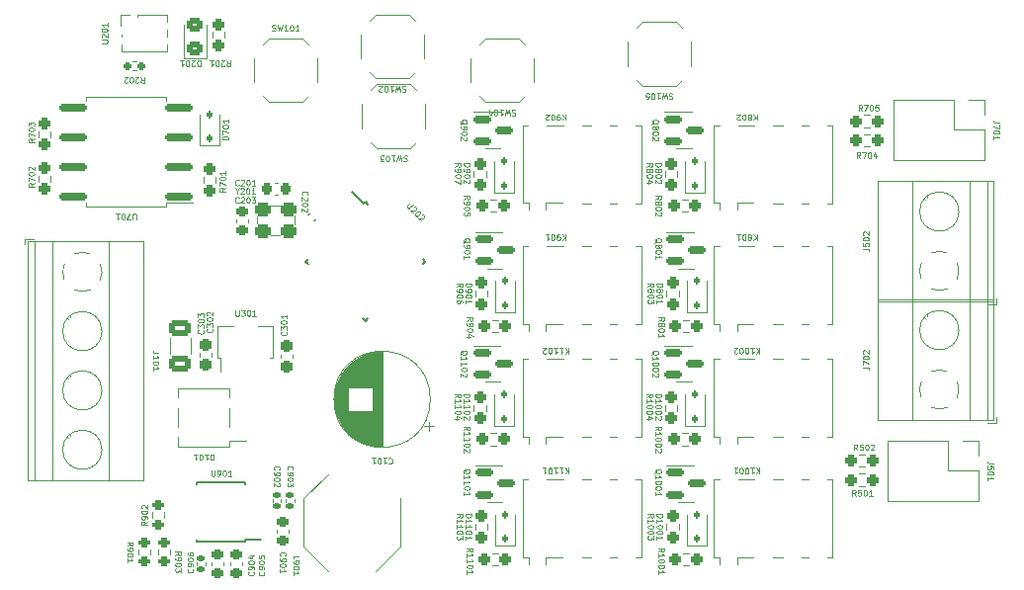
<source format=gbr>
%TF.GenerationSoftware,KiCad,Pcbnew,7.0.7*%
%TF.CreationDate,2023-09-26T16:34:25+02:00*%
%TF.ProjectId,OS-ServoDriver,4f532d53-6572-4766-9f44-72697665722e,rev?*%
%TF.SameCoordinates,Original*%
%TF.FileFunction,Legend,Top*%
%TF.FilePolarity,Positive*%
%FSLAX46Y46*%
G04 Gerber Fmt 4.6, Leading zero omitted, Abs format (unit mm)*
G04 Created by KiCad (PCBNEW 7.0.7) date 2023-09-26 16:34:25*
%MOMM*%
%LPD*%
G01*
G04 APERTURE LIST*
G04 Aperture macros list*
%AMRoundRect*
0 Rectangle with rounded corners*
0 $1 Rounding radius*
0 $2 $3 $4 $5 $6 $7 $8 $9 X,Y pos of 4 corners*
0 Add a 4 corners polygon primitive as box body*
4,1,4,$2,$3,$4,$5,$6,$7,$8,$9,$2,$3,0*
0 Add four circle primitives for the rounded corners*
1,1,$1+$1,$2,$3*
1,1,$1+$1,$4,$5*
1,1,$1+$1,$6,$7*
1,1,$1+$1,$8,$9*
0 Add four rect primitives between the rounded corners*
20,1,$1+$1,$2,$3,$4,$5,0*
20,1,$1+$1,$4,$5,$6,$7,0*
20,1,$1+$1,$6,$7,$8,$9,0*
20,1,$1+$1,$8,$9,$2,$3,0*%
%AMRotRect*
0 Rectangle, with rotation*
0 The origin of the aperture is its center*
0 $1 length*
0 $2 width*
0 $3 Rotation angle, in degrees counterclockwise*
0 Add horizontal line*
21,1,$1,$2,0,0,$3*%
%AMFreePoly0*
4,1,9,3.862500,-0.866500,0.737500,-0.866500,0.737500,-0.450000,-0.737500,-0.450000,-0.737500,0.450000,0.737500,0.450000,0.737500,0.866500,3.862500,0.866500,3.862500,-0.866500,3.862500,-0.866500,$1*%
G04 Aperture macros list end*
%ADD10C,0.075000*%
%ADD11C,0.120000*%
%ADD12C,0.150000*%
%ADD13R,1.800000X1.100000*%
%ADD14RoundRect,0.112500X0.112500X-0.187500X0.112500X0.187500X-0.112500X0.187500X-0.112500X-0.187500X0*%
%ADD15RoundRect,0.237500X-0.237500X0.250000X-0.237500X-0.250000X0.237500X-0.250000X0.237500X0.250000X0*%
%ADD16RoundRect,0.237500X-0.250000X-0.237500X0.250000X-0.237500X0.250000X0.237500X-0.250000X0.237500X0*%
%ADD17R,0.800000X1.800000*%
%ADD18RoundRect,0.150000X-0.587500X-0.150000X0.587500X-0.150000X0.587500X0.150000X-0.587500X0.150000X0*%
%ADD19C,3.200000*%
%ADD20RoundRect,0.162500X1.012500X0.162500X-1.012500X0.162500X-1.012500X-0.162500X1.012500X-0.162500X0*%
%ADD21R,0.900000X1.300000*%
%ADD22FreePoly0,90.000000*%
%ADD23RoundRect,0.237500X0.237500X-0.250000X0.237500X0.250000X-0.237500X0.250000X-0.237500X-0.250000X0*%
%ADD24R,2.600000X2.600000*%
%ADD25C,2.600000*%
%ADD26R,1.700000X1.700000*%
%ADD27O,1.700000X1.700000*%
%ADD28R,1.000000X0.800000*%
%ADD29RoundRect,0.250000X0.650000X-0.412500X0.650000X0.412500X-0.650000X0.412500X-0.650000X-0.412500X0*%
%ADD30RoundRect,0.237500X0.237500X-0.300000X0.237500X0.300000X-0.237500X0.300000X-0.237500X-0.300000X0*%
%ADD31R,1.600000X1.600000*%
%ADD32C,1.600000*%
%ADD33RoundRect,0.225000X-0.225000X-0.250000X0.225000X-0.250000X0.225000X0.250000X-0.225000X0.250000X0*%
%ADD34R,1.000000X1.000000*%
%ADD35O,1.000000X1.000000*%
%ADD36RoundRect,0.250000X0.450000X-0.325000X0.450000X0.325000X-0.450000X0.325000X-0.450000X-0.325000X0*%
%ADD37RoundRect,0.160000X0.197500X0.160000X-0.197500X0.160000X-0.197500X-0.160000X0.197500X-0.160000X0*%
%ADD38RoundRect,0.140000X0.021213X-0.219203X0.219203X-0.021213X-0.021213X0.219203X-0.219203X0.021213X0*%
%ADD39RoundRect,0.225000X-0.250000X0.225000X-0.250000X-0.225000X0.250000X-0.225000X0.250000X0.225000X0*%
%ADD40RotRect,1.600000X0.550000X45.000000*%
%ADD41RotRect,1.600000X0.550000X315.000000*%
%ADD42RoundRect,0.300000X0.400000X0.300000X-0.400000X0.300000X-0.400000X-0.300000X0.400000X-0.300000X0*%
%ADD43RoundRect,0.200000X0.275000X-0.200000X0.275000X0.200000X-0.275000X0.200000X-0.275000X-0.200000X0*%
%ADD44R,3.200000X2.000000*%
%ADD45RoundRect,0.200000X-0.275000X0.200000X-0.275000X-0.200000X0.275000X-0.200000X0.275000X0.200000X0*%
%ADD46RoundRect,0.140000X0.170000X-0.140000X0.170000X0.140000X-0.170000X0.140000X-0.170000X-0.140000X0*%
%ADD47R,1.910000X0.610000*%
%ADD48R,1.205000X1.550000*%
%ADD49RoundRect,0.225000X0.250000X-0.225000X0.250000X0.225000X-0.250000X0.225000X-0.250000X-0.225000X0*%
G04 APERTURE END LIST*
D10*
X139318855Y-106393400D02*
X139247427Y-106369590D01*
X139247427Y-106369590D02*
X139128379Y-106369590D01*
X139128379Y-106369590D02*
X139080760Y-106393400D01*
X139080760Y-106393400D02*
X139056951Y-106417209D01*
X139056951Y-106417209D02*
X139033141Y-106464828D01*
X139033141Y-106464828D02*
X139033141Y-106512447D01*
X139033141Y-106512447D02*
X139056951Y-106560066D01*
X139056951Y-106560066D02*
X139080760Y-106583876D01*
X139080760Y-106583876D02*
X139128379Y-106607685D01*
X139128379Y-106607685D02*
X139223617Y-106631495D01*
X139223617Y-106631495D02*
X139271236Y-106655304D01*
X139271236Y-106655304D02*
X139295046Y-106679114D01*
X139295046Y-106679114D02*
X139318855Y-106726733D01*
X139318855Y-106726733D02*
X139318855Y-106774352D01*
X139318855Y-106774352D02*
X139295046Y-106821971D01*
X139295046Y-106821971D02*
X139271236Y-106845780D01*
X139271236Y-106845780D02*
X139223617Y-106869590D01*
X139223617Y-106869590D02*
X139104570Y-106869590D01*
X139104570Y-106869590D02*
X139033141Y-106845780D01*
X138866475Y-106869590D02*
X138747427Y-106369590D01*
X138747427Y-106369590D02*
X138652189Y-106726733D01*
X138652189Y-106726733D02*
X138556951Y-106369590D01*
X138556951Y-106369590D02*
X138437904Y-106869590D01*
X137985522Y-106369590D02*
X138271236Y-106369590D01*
X138128379Y-106369590D02*
X138128379Y-106869590D01*
X138128379Y-106869590D02*
X138175998Y-106798161D01*
X138175998Y-106798161D02*
X138223617Y-106750542D01*
X138223617Y-106750542D02*
X138271236Y-106726733D01*
X137675999Y-106869590D02*
X137628380Y-106869590D01*
X137628380Y-106869590D02*
X137580761Y-106845780D01*
X137580761Y-106845780D02*
X137556951Y-106821971D01*
X137556951Y-106821971D02*
X137533142Y-106774352D01*
X137533142Y-106774352D02*
X137509332Y-106679114D01*
X137509332Y-106679114D02*
X137509332Y-106560066D01*
X137509332Y-106560066D02*
X137533142Y-106464828D01*
X137533142Y-106464828D02*
X137556951Y-106417209D01*
X137556951Y-106417209D02*
X137580761Y-106393400D01*
X137580761Y-106393400D02*
X137628380Y-106369590D01*
X137628380Y-106369590D02*
X137675999Y-106369590D01*
X137675999Y-106369590D02*
X137723618Y-106393400D01*
X137723618Y-106393400D02*
X137747427Y-106417209D01*
X137747427Y-106417209D02*
X137771237Y-106464828D01*
X137771237Y-106464828D02*
X137795046Y-106560066D01*
X137795046Y-106560066D02*
X137795046Y-106679114D01*
X137795046Y-106679114D02*
X137771237Y-106774352D01*
X137771237Y-106774352D02*
X137747427Y-106821971D01*
X137747427Y-106821971D02*
X137723618Y-106845780D01*
X137723618Y-106845780D02*
X137675999Y-106869590D01*
X137056952Y-106869590D02*
X137295047Y-106869590D01*
X137295047Y-106869590D02*
X137318856Y-106631495D01*
X137318856Y-106631495D02*
X137295047Y-106655304D01*
X137295047Y-106655304D02*
X137247428Y-106679114D01*
X137247428Y-106679114D02*
X137128380Y-106679114D01*
X137128380Y-106679114D02*
X137080761Y-106655304D01*
X137080761Y-106655304D02*
X137056952Y-106631495D01*
X137056952Y-106631495D02*
X137033142Y-106583876D01*
X137033142Y-106583876D02*
X137033142Y-106464828D01*
X137033142Y-106464828D02*
X137056952Y-106417209D01*
X137056952Y-106417209D02*
X137080761Y-106393400D01*
X137080761Y-106393400D02*
X137128380Y-106369590D01*
X137128380Y-106369590D02*
X137247428Y-106369590D01*
X137247428Y-106369590D02*
X137295047Y-106393400D01*
X137295047Y-106393400D02*
X137318856Y-106417209D01*
X125856855Y-107790400D02*
X125785427Y-107766590D01*
X125785427Y-107766590D02*
X125666379Y-107766590D01*
X125666379Y-107766590D02*
X125618760Y-107790400D01*
X125618760Y-107790400D02*
X125594951Y-107814209D01*
X125594951Y-107814209D02*
X125571141Y-107861828D01*
X125571141Y-107861828D02*
X125571141Y-107909447D01*
X125571141Y-107909447D02*
X125594951Y-107957066D01*
X125594951Y-107957066D02*
X125618760Y-107980876D01*
X125618760Y-107980876D02*
X125666379Y-108004685D01*
X125666379Y-108004685D02*
X125761617Y-108028495D01*
X125761617Y-108028495D02*
X125809236Y-108052304D01*
X125809236Y-108052304D02*
X125833046Y-108076114D01*
X125833046Y-108076114D02*
X125856855Y-108123733D01*
X125856855Y-108123733D02*
X125856855Y-108171352D01*
X125856855Y-108171352D02*
X125833046Y-108218971D01*
X125833046Y-108218971D02*
X125809236Y-108242780D01*
X125809236Y-108242780D02*
X125761617Y-108266590D01*
X125761617Y-108266590D02*
X125642570Y-108266590D01*
X125642570Y-108266590D02*
X125571141Y-108242780D01*
X125404475Y-108266590D02*
X125285427Y-107766590D01*
X125285427Y-107766590D02*
X125190189Y-108123733D01*
X125190189Y-108123733D02*
X125094951Y-107766590D01*
X125094951Y-107766590D02*
X124975904Y-108266590D01*
X124523522Y-107766590D02*
X124809236Y-107766590D01*
X124666379Y-107766590D02*
X124666379Y-108266590D01*
X124666379Y-108266590D02*
X124713998Y-108195161D01*
X124713998Y-108195161D02*
X124761617Y-108147542D01*
X124761617Y-108147542D02*
X124809236Y-108123733D01*
X124213999Y-108266590D02*
X124166380Y-108266590D01*
X124166380Y-108266590D02*
X124118761Y-108242780D01*
X124118761Y-108242780D02*
X124094951Y-108218971D01*
X124094951Y-108218971D02*
X124071142Y-108171352D01*
X124071142Y-108171352D02*
X124047332Y-108076114D01*
X124047332Y-108076114D02*
X124047332Y-107957066D01*
X124047332Y-107957066D02*
X124071142Y-107861828D01*
X124071142Y-107861828D02*
X124094951Y-107814209D01*
X124094951Y-107814209D02*
X124118761Y-107790400D01*
X124118761Y-107790400D02*
X124166380Y-107766590D01*
X124166380Y-107766590D02*
X124213999Y-107766590D01*
X124213999Y-107766590D02*
X124261618Y-107790400D01*
X124261618Y-107790400D02*
X124285427Y-107814209D01*
X124285427Y-107814209D02*
X124309237Y-107861828D01*
X124309237Y-107861828D02*
X124333046Y-107957066D01*
X124333046Y-107957066D02*
X124333046Y-108076114D01*
X124333046Y-108076114D02*
X124309237Y-108171352D01*
X124309237Y-108171352D02*
X124285427Y-108218971D01*
X124285427Y-108218971D02*
X124261618Y-108242780D01*
X124261618Y-108242780D02*
X124213999Y-108266590D01*
X123618761Y-108099923D02*
X123618761Y-107766590D01*
X123737809Y-108290400D02*
X123856856Y-107933257D01*
X123856856Y-107933257D02*
X123547333Y-107933257D01*
X116585855Y-111727400D02*
X116514427Y-111703590D01*
X116514427Y-111703590D02*
X116395379Y-111703590D01*
X116395379Y-111703590D02*
X116347760Y-111727400D01*
X116347760Y-111727400D02*
X116323951Y-111751209D01*
X116323951Y-111751209D02*
X116300141Y-111798828D01*
X116300141Y-111798828D02*
X116300141Y-111846447D01*
X116300141Y-111846447D02*
X116323951Y-111894066D01*
X116323951Y-111894066D02*
X116347760Y-111917876D01*
X116347760Y-111917876D02*
X116395379Y-111941685D01*
X116395379Y-111941685D02*
X116490617Y-111965495D01*
X116490617Y-111965495D02*
X116538236Y-111989304D01*
X116538236Y-111989304D02*
X116562046Y-112013114D01*
X116562046Y-112013114D02*
X116585855Y-112060733D01*
X116585855Y-112060733D02*
X116585855Y-112108352D01*
X116585855Y-112108352D02*
X116562046Y-112155971D01*
X116562046Y-112155971D02*
X116538236Y-112179780D01*
X116538236Y-112179780D02*
X116490617Y-112203590D01*
X116490617Y-112203590D02*
X116371570Y-112203590D01*
X116371570Y-112203590D02*
X116300141Y-112179780D01*
X116133475Y-112203590D02*
X116014427Y-111703590D01*
X116014427Y-111703590D02*
X115919189Y-112060733D01*
X115919189Y-112060733D02*
X115823951Y-111703590D01*
X115823951Y-111703590D02*
X115704904Y-112203590D01*
X115252522Y-111703590D02*
X115538236Y-111703590D01*
X115395379Y-111703590D02*
X115395379Y-112203590D01*
X115395379Y-112203590D02*
X115442998Y-112132161D01*
X115442998Y-112132161D02*
X115490617Y-112084542D01*
X115490617Y-112084542D02*
X115538236Y-112060733D01*
X114942999Y-112203590D02*
X114895380Y-112203590D01*
X114895380Y-112203590D02*
X114847761Y-112179780D01*
X114847761Y-112179780D02*
X114823951Y-112155971D01*
X114823951Y-112155971D02*
X114800142Y-112108352D01*
X114800142Y-112108352D02*
X114776332Y-112013114D01*
X114776332Y-112013114D02*
X114776332Y-111894066D01*
X114776332Y-111894066D02*
X114800142Y-111798828D01*
X114800142Y-111798828D02*
X114823951Y-111751209D01*
X114823951Y-111751209D02*
X114847761Y-111727400D01*
X114847761Y-111727400D02*
X114895380Y-111703590D01*
X114895380Y-111703590D02*
X114942999Y-111703590D01*
X114942999Y-111703590D02*
X114990618Y-111727400D01*
X114990618Y-111727400D02*
X115014427Y-111751209D01*
X115014427Y-111751209D02*
X115038237Y-111798828D01*
X115038237Y-111798828D02*
X115062046Y-111894066D01*
X115062046Y-111894066D02*
X115062046Y-112013114D01*
X115062046Y-112013114D02*
X115038237Y-112108352D01*
X115038237Y-112108352D02*
X115014427Y-112155971D01*
X115014427Y-112155971D02*
X114990618Y-112179780D01*
X114990618Y-112179780D02*
X114942999Y-112203590D01*
X114609666Y-112203590D02*
X114300142Y-112203590D01*
X114300142Y-112203590D02*
X114466809Y-112013114D01*
X114466809Y-112013114D02*
X114395380Y-112013114D01*
X114395380Y-112013114D02*
X114347761Y-111989304D01*
X114347761Y-111989304D02*
X114323952Y-111965495D01*
X114323952Y-111965495D02*
X114300142Y-111917876D01*
X114300142Y-111917876D02*
X114300142Y-111798828D01*
X114300142Y-111798828D02*
X114323952Y-111751209D01*
X114323952Y-111751209D02*
X114347761Y-111727400D01*
X114347761Y-111727400D02*
X114395380Y-111703590D01*
X114395380Y-111703590D02*
X114538237Y-111703590D01*
X114538237Y-111703590D02*
X114585856Y-111727400D01*
X114585856Y-111727400D02*
X114609666Y-111751209D01*
X116458855Y-105758400D02*
X116387427Y-105734590D01*
X116387427Y-105734590D02*
X116268379Y-105734590D01*
X116268379Y-105734590D02*
X116220760Y-105758400D01*
X116220760Y-105758400D02*
X116196951Y-105782209D01*
X116196951Y-105782209D02*
X116173141Y-105829828D01*
X116173141Y-105829828D02*
X116173141Y-105877447D01*
X116173141Y-105877447D02*
X116196951Y-105925066D01*
X116196951Y-105925066D02*
X116220760Y-105948876D01*
X116220760Y-105948876D02*
X116268379Y-105972685D01*
X116268379Y-105972685D02*
X116363617Y-105996495D01*
X116363617Y-105996495D02*
X116411236Y-106020304D01*
X116411236Y-106020304D02*
X116435046Y-106044114D01*
X116435046Y-106044114D02*
X116458855Y-106091733D01*
X116458855Y-106091733D02*
X116458855Y-106139352D01*
X116458855Y-106139352D02*
X116435046Y-106186971D01*
X116435046Y-106186971D02*
X116411236Y-106210780D01*
X116411236Y-106210780D02*
X116363617Y-106234590D01*
X116363617Y-106234590D02*
X116244570Y-106234590D01*
X116244570Y-106234590D02*
X116173141Y-106210780D01*
X116006475Y-106234590D02*
X115887427Y-105734590D01*
X115887427Y-105734590D02*
X115792189Y-106091733D01*
X115792189Y-106091733D02*
X115696951Y-105734590D01*
X115696951Y-105734590D02*
X115577904Y-106234590D01*
X115125522Y-105734590D02*
X115411236Y-105734590D01*
X115268379Y-105734590D02*
X115268379Y-106234590D01*
X115268379Y-106234590D02*
X115315998Y-106163161D01*
X115315998Y-106163161D02*
X115363617Y-106115542D01*
X115363617Y-106115542D02*
X115411236Y-106091733D01*
X114815999Y-106234590D02*
X114768380Y-106234590D01*
X114768380Y-106234590D02*
X114720761Y-106210780D01*
X114720761Y-106210780D02*
X114696951Y-106186971D01*
X114696951Y-106186971D02*
X114673142Y-106139352D01*
X114673142Y-106139352D02*
X114649332Y-106044114D01*
X114649332Y-106044114D02*
X114649332Y-105925066D01*
X114649332Y-105925066D02*
X114673142Y-105829828D01*
X114673142Y-105829828D02*
X114696951Y-105782209D01*
X114696951Y-105782209D02*
X114720761Y-105758400D01*
X114720761Y-105758400D02*
X114768380Y-105734590D01*
X114768380Y-105734590D02*
X114815999Y-105734590D01*
X114815999Y-105734590D02*
X114863618Y-105758400D01*
X114863618Y-105758400D02*
X114887427Y-105782209D01*
X114887427Y-105782209D02*
X114911237Y-105829828D01*
X114911237Y-105829828D02*
X114935046Y-105925066D01*
X114935046Y-105925066D02*
X114935046Y-106044114D01*
X114935046Y-106044114D02*
X114911237Y-106139352D01*
X114911237Y-106139352D02*
X114887427Y-106186971D01*
X114887427Y-106186971D02*
X114863618Y-106210780D01*
X114863618Y-106210780D02*
X114815999Y-106234590D01*
X114458856Y-106186971D02*
X114435047Y-106210780D01*
X114435047Y-106210780D02*
X114387428Y-106234590D01*
X114387428Y-106234590D02*
X114268380Y-106234590D01*
X114268380Y-106234590D02*
X114220761Y-106210780D01*
X114220761Y-106210780D02*
X114196952Y-106186971D01*
X114196952Y-106186971D02*
X114173142Y-106139352D01*
X114173142Y-106139352D02*
X114173142Y-106091733D01*
X114173142Y-106091733D02*
X114196952Y-106020304D01*
X114196952Y-106020304D02*
X114482666Y-105734590D01*
X114482666Y-105734590D02*
X114173142Y-105734590D01*
X105029144Y-100997600D02*
X105100572Y-101021409D01*
X105100572Y-101021409D02*
X105219620Y-101021409D01*
X105219620Y-101021409D02*
X105267239Y-100997600D01*
X105267239Y-100997600D02*
X105291048Y-100973790D01*
X105291048Y-100973790D02*
X105314858Y-100926171D01*
X105314858Y-100926171D02*
X105314858Y-100878552D01*
X105314858Y-100878552D02*
X105291048Y-100830933D01*
X105291048Y-100830933D02*
X105267239Y-100807123D01*
X105267239Y-100807123D02*
X105219620Y-100783314D01*
X105219620Y-100783314D02*
X105124382Y-100759504D01*
X105124382Y-100759504D02*
X105076763Y-100735695D01*
X105076763Y-100735695D02*
X105052953Y-100711885D01*
X105052953Y-100711885D02*
X105029144Y-100664266D01*
X105029144Y-100664266D02*
X105029144Y-100616647D01*
X105029144Y-100616647D02*
X105052953Y-100569028D01*
X105052953Y-100569028D02*
X105076763Y-100545219D01*
X105076763Y-100545219D02*
X105124382Y-100521409D01*
X105124382Y-100521409D02*
X105243429Y-100521409D01*
X105243429Y-100521409D02*
X105314858Y-100545219D01*
X105481524Y-100521409D02*
X105600572Y-101021409D01*
X105600572Y-101021409D02*
X105695810Y-100664266D01*
X105695810Y-100664266D02*
X105791048Y-101021409D01*
X105791048Y-101021409D02*
X105910096Y-100521409D01*
X106362477Y-101021409D02*
X106076763Y-101021409D01*
X106219620Y-101021409D02*
X106219620Y-100521409D01*
X106219620Y-100521409D02*
X106172001Y-100592838D01*
X106172001Y-100592838D02*
X106124382Y-100640457D01*
X106124382Y-100640457D02*
X106076763Y-100664266D01*
X106672000Y-100521409D02*
X106719619Y-100521409D01*
X106719619Y-100521409D02*
X106767238Y-100545219D01*
X106767238Y-100545219D02*
X106791048Y-100569028D01*
X106791048Y-100569028D02*
X106814857Y-100616647D01*
X106814857Y-100616647D02*
X106838667Y-100711885D01*
X106838667Y-100711885D02*
X106838667Y-100830933D01*
X106838667Y-100830933D02*
X106814857Y-100926171D01*
X106814857Y-100926171D02*
X106791048Y-100973790D01*
X106791048Y-100973790D02*
X106767238Y-100997600D01*
X106767238Y-100997600D02*
X106719619Y-101021409D01*
X106719619Y-101021409D02*
X106672000Y-101021409D01*
X106672000Y-101021409D02*
X106624381Y-100997600D01*
X106624381Y-100997600D02*
X106600572Y-100973790D01*
X106600572Y-100973790D02*
X106576762Y-100926171D01*
X106576762Y-100926171D02*
X106552953Y-100830933D01*
X106552953Y-100830933D02*
X106552953Y-100711885D01*
X106552953Y-100711885D02*
X106576762Y-100616647D01*
X106576762Y-100616647D02*
X106600572Y-100569028D01*
X106600572Y-100569028D02*
X106624381Y-100545219D01*
X106624381Y-100545219D02*
X106672000Y-100521409D01*
X107314857Y-101021409D02*
X107029143Y-101021409D01*
X107172000Y-101021409D02*
X107172000Y-100521409D01*
X107172000Y-100521409D02*
X107124381Y-100592838D01*
X107124381Y-100592838D02*
X107076762Y-100640457D01*
X107076762Y-100640457D02*
X107029143Y-100664266D01*
X121600590Y-122654763D02*
X122100590Y-122654763D01*
X122100590Y-122654763D02*
X122100590Y-122773811D01*
X122100590Y-122773811D02*
X122076780Y-122845239D01*
X122076780Y-122845239D02*
X122029161Y-122892858D01*
X122029161Y-122892858D02*
X121981542Y-122916668D01*
X121981542Y-122916668D02*
X121886304Y-122940477D01*
X121886304Y-122940477D02*
X121814876Y-122940477D01*
X121814876Y-122940477D02*
X121719638Y-122916668D01*
X121719638Y-122916668D02*
X121672019Y-122892858D01*
X121672019Y-122892858D02*
X121624400Y-122845239D01*
X121624400Y-122845239D02*
X121600590Y-122773811D01*
X121600590Y-122773811D02*
X121600590Y-122654763D01*
X121600590Y-123178573D02*
X121600590Y-123273811D01*
X121600590Y-123273811D02*
X121624400Y-123321430D01*
X121624400Y-123321430D02*
X121648209Y-123345239D01*
X121648209Y-123345239D02*
X121719638Y-123392858D01*
X121719638Y-123392858D02*
X121814876Y-123416668D01*
X121814876Y-123416668D02*
X122005352Y-123416668D01*
X122005352Y-123416668D02*
X122052971Y-123392858D01*
X122052971Y-123392858D02*
X122076780Y-123369049D01*
X122076780Y-123369049D02*
X122100590Y-123321430D01*
X122100590Y-123321430D02*
X122100590Y-123226192D01*
X122100590Y-123226192D02*
X122076780Y-123178573D01*
X122076780Y-123178573D02*
X122052971Y-123154763D01*
X122052971Y-123154763D02*
X122005352Y-123130954D01*
X122005352Y-123130954D02*
X121886304Y-123130954D01*
X121886304Y-123130954D02*
X121838685Y-123154763D01*
X121838685Y-123154763D02*
X121814876Y-123178573D01*
X121814876Y-123178573D02*
X121791066Y-123226192D01*
X121791066Y-123226192D02*
X121791066Y-123321430D01*
X121791066Y-123321430D02*
X121814876Y-123369049D01*
X121814876Y-123369049D02*
X121838685Y-123392858D01*
X121838685Y-123392858D02*
X121886304Y-123416668D01*
X122100590Y-123726191D02*
X122100590Y-123773810D01*
X122100590Y-123773810D02*
X122076780Y-123821429D01*
X122076780Y-123821429D02*
X122052971Y-123845239D01*
X122052971Y-123845239D02*
X122005352Y-123869048D01*
X122005352Y-123869048D02*
X121910114Y-123892858D01*
X121910114Y-123892858D02*
X121791066Y-123892858D01*
X121791066Y-123892858D02*
X121695828Y-123869048D01*
X121695828Y-123869048D02*
X121648209Y-123845239D01*
X121648209Y-123845239D02*
X121624400Y-123821429D01*
X121624400Y-123821429D02*
X121600590Y-123773810D01*
X121600590Y-123773810D02*
X121600590Y-123726191D01*
X121600590Y-123726191D02*
X121624400Y-123678572D01*
X121624400Y-123678572D02*
X121648209Y-123654763D01*
X121648209Y-123654763D02*
X121695828Y-123630953D01*
X121695828Y-123630953D02*
X121791066Y-123607144D01*
X121791066Y-123607144D02*
X121910114Y-123607144D01*
X121910114Y-123607144D02*
X122005352Y-123630953D01*
X122005352Y-123630953D02*
X122052971Y-123654763D01*
X122052971Y-123654763D02*
X122076780Y-123678572D01*
X122076780Y-123678572D02*
X122100590Y-123726191D01*
X121600590Y-124369048D02*
X121600590Y-124083334D01*
X121600590Y-124226191D02*
X122100590Y-124226191D01*
X122100590Y-124226191D02*
X122029161Y-124178572D01*
X122029161Y-124178572D02*
X121981542Y-124130953D01*
X121981542Y-124130953D02*
X121957733Y-124083334D01*
X120711591Y-112653478D02*
X120949686Y-112486812D01*
X120711591Y-112367764D02*
X121211591Y-112367764D01*
X121211591Y-112367764D02*
X121211591Y-112558240D01*
X121211591Y-112558240D02*
X121187781Y-112605859D01*
X121187781Y-112605859D02*
X121163972Y-112629669D01*
X121163972Y-112629669D02*
X121116353Y-112653478D01*
X121116353Y-112653478D02*
X121044924Y-112653478D01*
X121044924Y-112653478D02*
X120997305Y-112629669D01*
X120997305Y-112629669D02*
X120973496Y-112605859D01*
X120973496Y-112605859D02*
X120949686Y-112558240D01*
X120949686Y-112558240D02*
X120949686Y-112367764D01*
X120711591Y-112891574D02*
X120711591Y-112986812D01*
X120711591Y-112986812D02*
X120735401Y-113034431D01*
X120735401Y-113034431D02*
X120759210Y-113058240D01*
X120759210Y-113058240D02*
X120830639Y-113105859D01*
X120830639Y-113105859D02*
X120925877Y-113129669D01*
X120925877Y-113129669D02*
X121116353Y-113129669D01*
X121116353Y-113129669D02*
X121163972Y-113105859D01*
X121163972Y-113105859D02*
X121187781Y-113082050D01*
X121187781Y-113082050D02*
X121211591Y-113034431D01*
X121211591Y-113034431D02*
X121211591Y-112939193D01*
X121211591Y-112939193D02*
X121187781Y-112891574D01*
X121187781Y-112891574D02*
X121163972Y-112867764D01*
X121163972Y-112867764D02*
X121116353Y-112843955D01*
X121116353Y-112843955D02*
X120997305Y-112843955D01*
X120997305Y-112843955D02*
X120949686Y-112867764D01*
X120949686Y-112867764D02*
X120925877Y-112891574D01*
X120925877Y-112891574D02*
X120902067Y-112939193D01*
X120902067Y-112939193D02*
X120902067Y-113034431D01*
X120902067Y-113034431D02*
X120925877Y-113082050D01*
X120925877Y-113082050D02*
X120949686Y-113105859D01*
X120949686Y-113105859D02*
X120997305Y-113129669D01*
X121211591Y-113439192D02*
X121211591Y-113486811D01*
X121211591Y-113486811D02*
X121187781Y-113534430D01*
X121187781Y-113534430D02*
X121163972Y-113558240D01*
X121163972Y-113558240D02*
X121116353Y-113582049D01*
X121116353Y-113582049D02*
X121021115Y-113605859D01*
X121021115Y-113605859D02*
X120902067Y-113605859D01*
X120902067Y-113605859D02*
X120806829Y-113582049D01*
X120806829Y-113582049D02*
X120759210Y-113558240D01*
X120759210Y-113558240D02*
X120735401Y-113534430D01*
X120735401Y-113534430D02*
X120711591Y-113486811D01*
X120711591Y-113486811D02*
X120711591Y-113439192D01*
X120711591Y-113439192D02*
X120735401Y-113391573D01*
X120735401Y-113391573D02*
X120759210Y-113367764D01*
X120759210Y-113367764D02*
X120806829Y-113343954D01*
X120806829Y-113343954D02*
X120902067Y-113320145D01*
X120902067Y-113320145D02*
X121021115Y-113320145D01*
X121021115Y-113320145D02*
X121116353Y-113343954D01*
X121116353Y-113343954D02*
X121163972Y-113367764D01*
X121163972Y-113367764D02*
X121187781Y-113391573D01*
X121187781Y-113391573D02*
X121211591Y-113439192D01*
X121211591Y-113772525D02*
X121211591Y-114105858D01*
X121211591Y-114105858D02*
X120711591Y-113891573D01*
X121473590Y-115447477D02*
X121711685Y-115280811D01*
X121473590Y-115161763D02*
X121973590Y-115161763D01*
X121973590Y-115161763D02*
X121973590Y-115352239D01*
X121973590Y-115352239D02*
X121949780Y-115399858D01*
X121949780Y-115399858D02*
X121925971Y-115423668D01*
X121925971Y-115423668D02*
X121878352Y-115447477D01*
X121878352Y-115447477D02*
X121806923Y-115447477D01*
X121806923Y-115447477D02*
X121759304Y-115423668D01*
X121759304Y-115423668D02*
X121735495Y-115399858D01*
X121735495Y-115399858D02*
X121711685Y-115352239D01*
X121711685Y-115352239D02*
X121711685Y-115161763D01*
X121473590Y-115685573D02*
X121473590Y-115780811D01*
X121473590Y-115780811D02*
X121497400Y-115828430D01*
X121497400Y-115828430D02*
X121521209Y-115852239D01*
X121521209Y-115852239D02*
X121592638Y-115899858D01*
X121592638Y-115899858D02*
X121687876Y-115923668D01*
X121687876Y-115923668D02*
X121878352Y-115923668D01*
X121878352Y-115923668D02*
X121925971Y-115899858D01*
X121925971Y-115899858D02*
X121949780Y-115876049D01*
X121949780Y-115876049D02*
X121973590Y-115828430D01*
X121973590Y-115828430D02*
X121973590Y-115733192D01*
X121973590Y-115733192D02*
X121949780Y-115685573D01*
X121949780Y-115685573D02*
X121925971Y-115661763D01*
X121925971Y-115661763D02*
X121878352Y-115637954D01*
X121878352Y-115637954D02*
X121759304Y-115637954D01*
X121759304Y-115637954D02*
X121711685Y-115661763D01*
X121711685Y-115661763D02*
X121687876Y-115685573D01*
X121687876Y-115685573D02*
X121664066Y-115733192D01*
X121664066Y-115733192D02*
X121664066Y-115828430D01*
X121664066Y-115828430D02*
X121687876Y-115876049D01*
X121687876Y-115876049D02*
X121711685Y-115899858D01*
X121711685Y-115899858D02*
X121759304Y-115923668D01*
X121973590Y-116233191D02*
X121973590Y-116280810D01*
X121973590Y-116280810D02*
X121949780Y-116328429D01*
X121949780Y-116328429D02*
X121925971Y-116352239D01*
X121925971Y-116352239D02*
X121878352Y-116376048D01*
X121878352Y-116376048D02*
X121783114Y-116399858D01*
X121783114Y-116399858D02*
X121664066Y-116399858D01*
X121664066Y-116399858D02*
X121568828Y-116376048D01*
X121568828Y-116376048D02*
X121521209Y-116352239D01*
X121521209Y-116352239D02*
X121497400Y-116328429D01*
X121497400Y-116328429D02*
X121473590Y-116280810D01*
X121473590Y-116280810D02*
X121473590Y-116233191D01*
X121473590Y-116233191D02*
X121497400Y-116185572D01*
X121497400Y-116185572D02*
X121521209Y-116161763D01*
X121521209Y-116161763D02*
X121568828Y-116137953D01*
X121568828Y-116137953D02*
X121664066Y-116114144D01*
X121664066Y-116114144D02*
X121783114Y-116114144D01*
X121783114Y-116114144D02*
X121878352Y-116137953D01*
X121878352Y-116137953D02*
X121925971Y-116161763D01*
X121925971Y-116161763D02*
X121949780Y-116185572D01*
X121949780Y-116185572D02*
X121973590Y-116233191D01*
X121973590Y-116852238D02*
X121973590Y-116614143D01*
X121973590Y-116614143D02*
X121735495Y-116590334D01*
X121735495Y-116590334D02*
X121759304Y-116614143D01*
X121759304Y-116614143D02*
X121783114Y-116661762D01*
X121783114Y-116661762D02*
X121783114Y-116780810D01*
X121783114Y-116780810D02*
X121759304Y-116828429D01*
X121759304Y-116828429D02*
X121735495Y-116852238D01*
X121735495Y-116852238D02*
X121687876Y-116876048D01*
X121687876Y-116876048D02*
X121568828Y-116876048D01*
X121568828Y-116876048D02*
X121521209Y-116852238D01*
X121521209Y-116852238D02*
X121497400Y-116828429D01*
X121497400Y-116828429D02*
X121473590Y-116780810D01*
X121473590Y-116780810D02*
X121473590Y-116661762D01*
X121473590Y-116661762D02*
X121497400Y-116614143D01*
X121497400Y-116614143D02*
X121521209Y-116590334D01*
X120838591Y-122940477D02*
X121076686Y-122773811D01*
X120838591Y-122654763D02*
X121338591Y-122654763D01*
X121338591Y-122654763D02*
X121338591Y-122845239D01*
X121338591Y-122845239D02*
X121314781Y-122892858D01*
X121314781Y-122892858D02*
X121290972Y-122916668D01*
X121290972Y-122916668D02*
X121243353Y-122940477D01*
X121243353Y-122940477D02*
X121171924Y-122940477D01*
X121171924Y-122940477D02*
X121124305Y-122916668D01*
X121124305Y-122916668D02*
X121100496Y-122892858D01*
X121100496Y-122892858D02*
X121076686Y-122845239D01*
X121076686Y-122845239D02*
X121076686Y-122654763D01*
X120838591Y-123178573D02*
X120838591Y-123273811D01*
X120838591Y-123273811D02*
X120862401Y-123321430D01*
X120862401Y-123321430D02*
X120886210Y-123345239D01*
X120886210Y-123345239D02*
X120957639Y-123392858D01*
X120957639Y-123392858D02*
X121052877Y-123416668D01*
X121052877Y-123416668D02*
X121243353Y-123416668D01*
X121243353Y-123416668D02*
X121290972Y-123392858D01*
X121290972Y-123392858D02*
X121314781Y-123369049D01*
X121314781Y-123369049D02*
X121338591Y-123321430D01*
X121338591Y-123321430D02*
X121338591Y-123226192D01*
X121338591Y-123226192D02*
X121314781Y-123178573D01*
X121314781Y-123178573D02*
X121290972Y-123154763D01*
X121290972Y-123154763D02*
X121243353Y-123130954D01*
X121243353Y-123130954D02*
X121124305Y-123130954D01*
X121124305Y-123130954D02*
X121076686Y-123154763D01*
X121076686Y-123154763D02*
X121052877Y-123178573D01*
X121052877Y-123178573D02*
X121029067Y-123226192D01*
X121029067Y-123226192D02*
X121029067Y-123321430D01*
X121029067Y-123321430D02*
X121052877Y-123369049D01*
X121052877Y-123369049D02*
X121076686Y-123392858D01*
X121076686Y-123392858D02*
X121124305Y-123416668D01*
X121338591Y-123726191D02*
X121338591Y-123773810D01*
X121338591Y-123773810D02*
X121314781Y-123821429D01*
X121314781Y-123821429D02*
X121290972Y-123845239D01*
X121290972Y-123845239D02*
X121243353Y-123869048D01*
X121243353Y-123869048D02*
X121148115Y-123892858D01*
X121148115Y-123892858D02*
X121029067Y-123892858D01*
X121029067Y-123892858D02*
X120933829Y-123869048D01*
X120933829Y-123869048D02*
X120886210Y-123845239D01*
X120886210Y-123845239D02*
X120862401Y-123821429D01*
X120862401Y-123821429D02*
X120838591Y-123773810D01*
X120838591Y-123773810D02*
X120838591Y-123726191D01*
X120838591Y-123726191D02*
X120862401Y-123678572D01*
X120862401Y-123678572D02*
X120886210Y-123654763D01*
X120886210Y-123654763D02*
X120933829Y-123630953D01*
X120933829Y-123630953D02*
X121029067Y-123607144D01*
X121029067Y-123607144D02*
X121148115Y-123607144D01*
X121148115Y-123607144D02*
X121243353Y-123630953D01*
X121243353Y-123630953D02*
X121290972Y-123654763D01*
X121290972Y-123654763D02*
X121314781Y-123678572D01*
X121314781Y-123678572D02*
X121338591Y-123726191D01*
X121338591Y-124321429D02*
X121338591Y-124226191D01*
X121338591Y-124226191D02*
X121314781Y-124178572D01*
X121314781Y-124178572D02*
X121290972Y-124154762D01*
X121290972Y-124154762D02*
X121219543Y-124107143D01*
X121219543Y-124107143D02*
X121124305Y-124083334D01*
X121124305Y-124083334D02*
X120933829Y-124083334D01*
X120933829Y-124083334D02*
X120886210Y-124107143D01*
X120886210Y-124107143D02*
X120862401Y-124130953D01*
X120862401Y-124130953D02*
X120838591Y-124178572D01*
X120838591Y-124178572D02*
X120838591Y-124273810D01*
X120838591Y-124273810D02*
X120862401Y-124321429D01*
X120862401Y-124321429D02*
X120886210Y-124345238D01*
X120886210Y-124345238D02*
X120933829Y-124369048D01*
X120933829Y-124369048D02*
X121052877Y-124369048D01*
X121052877Y-124369048D02*
X121100496Y-124345238D01*
X121100496Y-124345238D02*
X121124305Y-124321429D01*
X121124305Y-124321429D02*
X121148115Y-124273810D01*
X121148115Y-124273810D02*
X121148115Y-124178572D01*
X121148115Y-124178572D02*
X121124305Y-124130953D01*
X121124305Y-124130953D02*
X121100496Y-124107143D01*
X121100496Y-124107143D02*
X121052877Y-124083334D01*
X121727590Y-125861477D02*
X121965685Y-125694811D01*
X121727590Y-125575763D02*
X122227590Y-125575763D01*
X122227590Y-125575763D02*
X122227590Y-125766239D01*
X122227590Y-125766239D02*
X122203780Y-125813858D01*
X122203780Y-125813858D02*
X122179971Y-125837668D01*
X122179971Y-125837668D02*
X122132352Y-125861477D01*
X122132352Y-125861477D02*
X122060923Y-125861477D01*
X122060923Y-125861477D02*
X122013304Y-125837668D01*
X122013304Y-125837668D02*
X121989495Y-125813858D01*
X121989495Y-125813858D02*
X121965685Y-125766239D01*
X121965685Y-125766239D02*
X121965685Y-125575763D01*
X121727590Y-126099573D02*
X121727590Y-126194811D01*
X121727590Y-126194811D02*
X121751400Y-126242430D01*
X121751400Y-126242430D02*
X121775209Y-126266239D01*
X121775209Y-126266239D02*
X121846638Y-126313858D01*
X121846638Y-126313858D02*
X121941876Y-126337668D01*
X121941876Y-126337668D02*
X122132352Y-126337668D01*
X122132352Y-126337668D02*
X122179971Y-126313858D01*
X122179971Y-126313858D02*
X122203780Y-126290049D01*
X122203780Y-126290049D02*
X122227590Y-126242430D01*
X122227590Y-126242430D02*
X122227590Y-126147192D01*
X122227590Y-126147192D02*
X122203780Y-126099573D01*
X122203780Y-126099573D02*
X122179971Y-126075763D01*
X122179971Y-126075763D02*
X122132352Y-126051954D01*
X122132352Y-126051954D02*
X122013304Y-126051954D01*
X122013304Y-126051954D02*
X121965685Y-126075763D01*
X121965685Y-126075763D02*
X121941876Y-126099573D01*
X121941876Y-126099573D02*
X121918066Y-126147192D01*
X121918066Y-126147192D02*
X121918066Y-126242430D01*
X121918066Y-126242430D02*
X121941876Y-126290049D01*
X121941876Y-126290049D02*
X121965685Y-126313858D01*
X121965685Y-126313858D02*
X122013304Y-126337668D01*
X122227590Y-126647191D02*
X122227590Y-126694810D01*
X122227590Y-126694810D02*
X122203780Y-126742429D01*
X122203780Y-126742429D02*
X122179971Y-126766239D01*
X122179971Y-126766239D02*
X122132352Y-126790048D01*
X122132352Y-126790048D02*
X122037114Y-126813858D01*
X122037114Y-126813858D02*
X121918066Y-126813858D01*
X121918066Y-126813858D02*
X121822828Y-126790048D01*
X121822828Y-126790048D02*
X121775209Y-126766239D01*
X121775209Y-126766239D02*
X121751400Y-126742429D01*
X121751400Y-126742429D02*
X121727590Y-126694810D01*
X121727590Y-126694810D02*
X121727590Y-126647191D01*
X121727590Y-126647191D02*
X121751400Y-126599572D01*
X121751400Y-126599572D02*
X121775209Y-126575763D01*
X121775209Y-126575763D02*
X121822828Y-126551953D01*
X121822828Y-126551953D02*
X121918066Y-126528144D01*
X121918066Y-126528144D02*
X122037114Y-126528144D01*
X122037114Y-126528144D02*
X122132352Y-126551953D01*
X122132352Y-126551953D02*
X122179971Y-126575763D01*
X122179971Y-126575763D02*
X122203780Y-126599572D01*
X122203780Y-126599572D02*
X122227590Y-126647191D01*
X122060923Y-127242429D02*
X121727590Y-127242429D01*
X122251400Y-127123381D02*
X121894257Y-127004334D01*
X121894257Y-127004334D02*
X121894257Y-127313857D01*
X130166238Y-118446590D02*
X130166238Y-118946590D01*
X129880524Y-118446590D02*
X130094809Y-118732304D01*
X129880524Y-118946590D02*
X130166238Y-118660876D01*
X129642428Y-118446590D02*
X129547190Y-118446590D01*
X129547190Y-118446590D02*
X129499571Y-118470400D01*
X129499571Y-118470400D02*
X129475762Y-118494209D01*
X129475762Y-118494209D02*
X129428143Y-118565638D01*
X129428143Y-118565638D02*
X129404333Y-118660876D01*
X129404333Y-118660876D02*
X129404333Y-118851352D01*
X129404333Y-118851352D02*
X129428143Y-118898971D01*
X129428143Y-118898971D02*
X129451952Y-118922780D01*
X129451952Y-118922780D02*
X129499571Y-118946590D01*
X129499571Y-118946590D02*
X129594809Y-118946590D01*
X129594809Y-118946590D02*
X129642428Y-118922780D01*
X129642428Y-118922780D02*
X129666238Y-118898971D01*
X129666238Y-118898971D02*
X129690047Y-118851352D01*
X129690047Y-118851352D02*
X129690047Y-118732304D01*
X129690047Y-118732304D02*
X129666238Y-118684685D01*
X129666238Y-118684685D02*
X129642428Y-118660876D01*
X129642428Y-118660876D02*
X129594809Y-118637066D01*
X129594809Y-118637066D02*
X129499571Y-118637066D01*
X129499571Y-118637066D02*
X129451952Y-118660876D01*
X129451952Y-118660876D02*
X129428143Y-118684685D01*
X129428143Y-118684685D02*
X129404333Y-118732304D01*
X129094810Y-118946590D02*
X129047191Y-118946590D01*
X129047191Y-118946590D02*
X128999572Y-118922780D01*
X128999572Y-118922780D02*
X128975762Y-118898971D01*
X128975762Y-118898971D02*
X128951953Y-118851352D01*
X128951953Y-118851352D02*
X128928143Y-118756114D01*
X128928143Y-118756114D02*
X128928143Y-118637066D01*
X128928143Y-118637066D02*
X128951953Y-118541828D01*
X128951953Y-118541828D02*
X128975762Y-118494209D01*
X128975762Y-118494209D02*
X128999572Y-118470400D01*
X128999572Y-118470400D02*
X129047191Y-118446590D01*
X129047191Y-118446590D02*
X129094810Y-118446590D01*
X129094810Y-118446590D02*
X129142429Y-118470400D01*
X129142429Y-118470400D02*
X129166238Y-118494209D01*
X129166238Y-118494209D02*
X129190048Y-118541828D01*
X129190048Y-118541828D02*
X129213857Y-118637066D01*
X129213857Y-118637066D02*
X129213857Y-118756114D01*
X129213857Y-118756114D02*
X129190048Y-118851352D01*
X129190048Y-118851352D02*
X129166238Y-118898971D01*
X129166238Y-118898971D02*
X129142429Y-118922780D01*
X129142429Y-118922780D02*
X129094810Y-118946590D01*
X128451953Y-118446590D02*
X128737667Y-118446590D01*
X128594810Y-118446590D02*
X128594810Y-118946590D01*
X128594810Y-118946590D02*
X128642429Y-118875161D01*
X128642429Y-118875161D02*
X128690048Y-118827542D01*
X128690048Y-118827542D02*
X128737667Y-118803733D01*
X121171971Y-109006191D02*
X121195780Y-108958572D01*
X121195780Y-108958572D02*
X121243400Y-108910953D01*
X121243400Y-108910953D02*
X121314828Y-108839525D01*
X121314828Y-108839525D02*
X121338638Y-108791906D01*
X121338638Y-108791906D02*
X121338638Y-108744287D01*
X121219590Y-108768096D02*
X121243400Y-108720477D01*
X121243400Y-108720477D02*
X121291019Y-108672858D01*
X121291019Y-108672858D02*
X121386257Y-108649049D01*
X121386257Y-108649049D02*
X121552923Y-108649049D01*
X121552923Y-108649049D02*
X121648161Y-108672858D01*
X121648161Y-108672858D02*
X121695780Y-108720477D01*
X121695780Y-108720477D02*
X121719590Y-108768096D01*
X121719590Y-108768096D02*
X121719590Y-108863334D01*
X121719590Y-108863334D02*
X121695780Y-108910953D01*
X121695780Y-108910953D02*
X121648161Y-108958572D01*
X121648161Y-108958572D02*
X121552923Y-108982382D01*
X121552923Y-108982382D02*
X121386257Y-108982382D01*
X121386257Y-108982382D02*
X121291019Y-108958572D01*
X121291019Y-108958572D02*
X121243400Y-108910953D01*
X121243400Y-108910953D02*
X121219590Y-108863334D01*
X121219590Y-108863334D02*
X121219590Y-108768096D01*
X121219590Y-109220478D02*
X121219590Y-109315716D01*
X121219590Y-109315716D02*
X121243400Y-109363335D01*
X121243400Y-109363335D02*
X121267209Y-109387144D01*
X121267209Y-109387144D02*
X121338638Y-109434763D01*
X121338638Y-109434763D02*
X121433876Y-109458573D01*
X121433876Y-109458573D02*
X121624352Y-109458573D01*
X121624352Y-109458573D02*
X121671971Y-109434763D01*
X121671971Y-109434763D02*
X121695780Y-109410954D01*
X121695780Y-109410954D02*
X121719590Y-109363335D01*
X121719590Y-109363335D02*
X121719590Y-109268097D01*
X121719590Y-109268097D02*
X121695780Y-109220478D01*
X121695780Y-109220478D02*
X121671971Y-109196668D01*
X121671971Y-109196668D02*
X121624352Y-109172859D01*
X121624352Y-109172859D02*
X121505304Y-109172859D01*
X121505304Y-109172859D02*
X121457685Y-109196668D01*
X121457685Y-109196668D02*
X121433876Y-109220478D01*
X121433876Y-109220478D02*
X121410066Y-109268097D01*
X121410066Y-109268097D02*
X121410066Y-109363335D01*
X121410066Y-109363335D02*
X121433876Y-109410954D01*
X121433876Y-109410954D02*
X121457685Y-109434763D01*
X121457685Y-109434763D02*
X121505304Y-109458573D01*
X121719590Y-109768096D02*
X121719590Y-109815715D01*
X121719590Y-109815715D02*
X121695780Y-109863334D01*
X121695780Y-109863334D02*
X121671971Y-109887144D01*
X121671971Y-109887144D02*
X121624352Y-109910953D01*
X121624352Y-109910953D02*
X121529114Y-109934763D01*
X121529114Y-109934763D02*
X121410066Y-109934763D01*
X121410066Y-109934763D02*
X121314828Y-109910953D01*
X121314828Y-109910953D02*
X121267209Y-109887144D01*
X121267209Y-109887144D02*
X121243400Y-109863334D01*
X121243400Y-109863334D02*
X121219590Y-109815715D01*
X121219590Y-109815715D02*
X121219590Y-109768096D01*
X121219590Y-109768096D02*
X121243400Y-109720477D01*
X121243400Y-109720477D02*
X121267209Y-109696668D01*
X121267209Y-109696668D02*
X121314828Y-109672858D01*
X121314828Y-109672858D02*
X121410066Y-109649049D01*
X121410066Y-109649049D02*
X121529114Y-109649049D01*
X121529114Y-109649049D02*
X121624352Y-109672858D01*
X121624352Y-109672858D02*
X121671971Y-109696668D01*
X121671971Y-109696668D02*
X121695780Y-109720477D01*
X121695780Y-109720477D02*
X121719590Y-109768096D01*
X121671971Y-110125239D02*
X121695780Y-110149048D01*
X121695780Y-110149048D02*
X121719590Y-110196667D01*
X121719590Y-110196667D02*
X121719590Y-110315715D01*
X121719590Y-110315715D02*
X121695780Y-110363334D01*
X121695780Y-110363334D02*
X121671971Y-110387143D01*
X121671971Y-110387143D02*
X121624352Y-110410953D01*
X121624352Y-110410953D02*
X121576733Y-110410953D01*
X121576733Y-110410953D02*
X121505304Y-110387143D01*
X121505304Y-110387143D02*
X121219590Y-110101429D01*
X121219590Y-110101429D02*
X121219590Y-110410953D01*
X130166238Y-108159590D02*
X130166238Y-108659590D01*
X129880524Y-108159590D02*
X130094809Y-108445304D01*
X129880524Y-108659590D02*
X130166238Y-108373876D01*
X129642428Y-108159590D02*
X129547190Y-108159590D01*
X129547190Y-108159590D02*
X129499571Y-108183400D01*
X129499571Y-108183400D02*
X129475762Y-108207209D01*
X129475762Y-108207209D02*
X129428143Y-108278638D01*
X129428143Y-108278638D02*
X129404333Y-108373876D01*
X129404333Y-108373876D02*
X129404333Y-108564352D01*
X129404333Y-108564352D02*
X129428143Y-108611971D01*
X129428143Y-108611971D02*
X129451952Y-108635780D01*
X129451952Y-108635780D02*
X129499571Y-108659590D01*
X129499571Y-108659590D02*
X129594809Y-108659590D01*
X129594809Y-108659590D02*
X129642428Y-108635780D01*
X129642428Y-108635780D02*
X129666238Y-108611971D01*
X129666238Y-108611971D02*
X129690047Y-108564352D01*
X129690047Y-108564352D02*
X129690047Y-108445304D01*
X129690047Y-108445304D02*
X129666238Y-108397685D01*
X129666238Y-108397685D02*
X129642428Y-108373876D01*
X129642428Y-108373876D02*
X129594809Y-108350066D01*
X129594809Y-108350066D02*
X129499571Y-108350066D01*
X129499571Y-108350066D02*
X129451952Y-108373876D01*
X129451952Y-108373876D02*
X129428143Y-108397685D01*
X129428143Y-108397685D02*
X129404333Y-108445304D01*
X129094810Y-108659590D02*
X129047191Y-108659590D01*
X129047191Y-108659590D02*
X128999572Y-108635780D01*
X128999572Y-108635780D02*
X128975762Y-108611971D01*
X128975762Y-108611971D02*
X128951953Y-108564352D01*
X128951953Y-108564352D02*
X128928143Y-108469114D01*
X128928143Y-108469114D02*
X128928143Y-108350066D01*
X128928143Y-108350066D02*
X128951953Y-108254828D01*
X128951953Y-108254828D02*
X128975762Y-108207209D01*
X128975762Y-108207209D02*
X128999572Y-108183400D01*
X128999572Y-108183400D02*
X129047191Y-108159590D01*
X129047191Y-108159590D02*
X129094810Y-108159590D01*
X129094810Y-108159590D02*
X129142429Y-108183400D01*
X129142429Y-108183400D02*
X129166238Y-108207209D01*
X129166238Y-108207209D02*
X129190048Y-108254828D01*
X129190048Y-108254828D02*
X129213857Y-108350066D01*
X129213857Y-108350066D02*
X129213857Y-108469114D01*
X129213857Y-108469114D02*
X129190048Y-108564352D01*
X129190048Y-108564352D02*
X129166238Y-108611971D01*
X129166238Y-108611971D02*
X129142429Y-108635780D01*
X129142429Y-108635780D02*
X129094810Y-108659590D01*
X128737667Y-108611971D02*
X128713858Y-108635780D01*
X128713858Y-108635780D02*
X128666239Y-108659590D01*
X128666239Y-108659590D02*
X128547191Y-108659590D01*
X128547191Y-108659590D02*
X128499572Y-108635780D01*
X128499572Y-108635780D02*
X128475763Y-108611971D01*
X128475763Y-108611971D02*
X128451953Y-108564352D01*
X128451953Y-108564352D02*
X128451953Y-108516733D01*
X128451953Y-108516733D02*
X128475763Y-108445304D01*
X128475763Y-108445304D02*
X128761477Y-108159590D01*
X128761477Y-108159590D02*
X128451953Y-108159590D01*
X121425971Y-119166192D02*
X121449780Y-119118573D01*
X121449780Y-119118573D02*
X121497400Y-119070954D01*
X121497400Y-119070954D02*
X121568828Y-118999526D01*
X121568828Y-118999526D02*
X121592638Y-118951907D01*
X121592638Y-118951907D02*
X121592638Y-118904288D01*
X121473590Y-118928097D02*
X121497400Y-118880478D01*
X121497400Y-118880478D02*
X121545019Y-118832859D01*
X121545019Y-118832859D02*
X121640257Y-118809050D01*
X121640257Y-118809050D02*
X121806923Y-118809050D01*
X121806923Y-118809050D02*
X121902161Y-118832859D01*
X121902161Y-118832859D02*
X121949780Y-118880478D01*
X121949780Y-118880478D02*
X121973590Y-118928097D01*
X121973590Y-118928097D02*
X121973590Y-119023335D01*
X121973590Y-119023335D02*
X121949780Y-119070954D01*
X121949780Y-119070954D02*
X121902161Y-119118573D01*
X121902161Y-119118573D02*
X121806923Y-119142383D01*
X121806923Y-119142383D02*
X121640257Y-119142383D01*
X121640257Y-119142383D02*
X121545019Y-119118573D01*
X121545019Y-119118573D02*
X121497400Y-119070954D01*
X121497400Y-119070954D02*
X121473590Y-119023335D01*
X121473590Y-119023335D02*
X121473590Y-118928097D01*
X121473590Y-119380479D02*
X121473590Y-119475717D01*
X121473590Y-119475717D02*
X121497400Y-119523336D01*
X121497400Y-119523336D02*
X121521209Y-119547145D01*
X121521209Y-119547145D02*
X121592638Y-119594764D01*
X121592638Y-119594764D02*
X121687876Y-119618574D01*
X121687876Y-119618574D02*
X121878352Y-119618574D01*
X121878352Y-119618574D02*
X121925971Y-119594764D01*
X121925971Y-119594764D02*
X121949780Y-119570955D01*
X121949780Y-119570955D02*
X121973590Y-119523336D01*
X121973590Y-119523336D02*
X121973590Y-119428098D01*
X121973590Y-119428098D02*
X121949780Y-119380479D01*
X121949780Y-119380479D02*
X121925971Y-119356669D01*
X121925971Y-119356669D02*
X121878352Y-119332860D01*
X121878352Y-119332860D02*
X121759304Y-119332860D01*
X121759304Y-119332860D02*
X121711685Y-119356669D01*
X121711685Y-119356669D02*
X121687876Y-119380479D01*
X121687876Y-119380479D02*
X121664066Y-119428098D01*
X121664066Y-119428098D02*
X121664066Y-119523336D01*
X121664066Y-119523336D02*
X121687876Y-119570955D01*
X121687876Y-119570955D02*
X121711685Y-119594764D01*
X121711685Y-119594764D02*
X121759304Y-119618574D01*
X121973590Y-119928097D02*
X121973590Y-119975716D01*
X121973590Y-119975716D02*
X121949780Y-120023335D01*
X121949780Y-120023335D02*
X121925971Y-120047145D01*
X121925971Y-120047145D02*
X121878352Y-120070954D01*
X121878352Y-120070954D02*
X121783114Y-120094764D01*
X121783114Y-120094764D02*
X121664066Y-120094764D01*
X121664066Y-120094764D02*
X121568828Y-120070954D01*
X121568828Y-120070954D02*
X121521209Y-120047145D01*
X121521209Y-120047145D02*
X121497400Y-120023335D01*
X121497400Y-120023335D02*
X121473590Y-119975716D01*
X121473590Y-119975716D02*
X121473590Y-119928097D01*
X121473590Y-119928097D02*
X121497400Y-119880478D01*
X121497400Y-119880478D02*
X121521209Y-119856669D01*
X121521209Y-119856669D02*
X121568828Y-119832859D01*
X121568828Y-119832859D02*
X121664066Y-119809050D01*
X121664066Y-119809050D02*
X121783114Y-119809050D01*
X121783114Y-119809050D02*
X121878352Y-119832859D01*
X121878352Y-119832859D02*
X121925971Y-119856669D01*
X121925971Y-119856669D02*
X121949780Y-119880478D01*
X121949780Y-119880478D02*
X121973590Y-119928097D01*
X121473590Y-120570954D02*
X121473590Y-120285240D01*
X121473590Y-120428097D02*
X121973590Y-120428097D01*
X121973590Y-120428097D02*
X121902161Y-120380478D01*
X121902161Y-120380478D02*
X121854542Y-120332859D01*
X121854542Y-120332859D02*
X121830733Y-120285240D01*
X121473590Y-112367763D02*
X121973590Y-112367763D01*
X121973590Y-112367763D02*
X121973590Y-112486811D01*
X121973590Y-112486811D02*
X121949780Y-112558239D01*
X121949780Y-112558239D02*
X121902161Y-112605858D01*
X121902161Y-112605858D02*
X121854542Y-112629668D01*
X121854542Y-112629668D02*
X121759304Y-112653477D01*
X121759304Y-112653477D02*
X121687876Y-112653477D01*
X121687876Y-112653477D02*
X121592638Y-112629668D01*
X121592638Y-112629668D02*
X121545019Y-112605858D01*
X121545019Y-112605858D02*
X121497400Y-112558239D01*
X121497400Y-112558239D02*
X121473590Y-112486811D01*
X121473590Y-112486811D02*
X121473590Y-112367763D01*
X121473590Y-112891573D02*
X121473590Y-112986811D01*
X121473590Y-112986811D02*
X121497400Y-113034430D01*
X121497400Y-113034430D02*
X121521209Y-113058239D01*
X121521209Y-113058239D02*
X121592638Y-113105858D01*
X121592638Y-113105858D02*
X121687876Y-113129668D01*
X121687876Y-113129668D02*
X121878352Y-113129668D01*
X121878352Y-113129668D02*
X121925971Y-113105858D01*
X121925971Y-113105858D02*
X121949780Y-113082049D01*
X121949780Y-113082049D02*
X121973590Y-113034430D01*
X121973590Y-113034430D02*
X121973590Y-112939192D01*
X121973590Y-112939192D02*
X121949780Y-112891573D01*
X121949780Y-112891573D02*
X121925971Y-112867763D01*
X121925971Y-112867763D02*
X121878352Y-112843954D01*
X121878352Y-112843954D02*
X121759304Y-112843954D01*
X121759304Y-112843954D02*
X121711685Y-112867763D01*
X121711685Y-112867763D02*
X121687876Y-112891573D01*
X121687876Y-112891573D02*
X121664066Y-112939192D01*
X121664066Y-112939192D02*
X121664066Y-113034430D01*
X121664066Y-113034430D02*
X121687876Y-113082049D01*
X121687876Y-113082049D02*
X121711685Y-113105858D01*
X121711685Y-113105858D02*
X121759304Y-113129668D01*
X121973590Y-113439191D02*
X121973590Y-113486810D01*
X121973590Y-113486810D02*
X121949780Y-113534429D01*
X121949780Y-113534429D02*
X121925971Y-113558239D01*
X121925971Y-113558239D02*
X121878352Y-113582048D01*
X121878352Y-113582048D02*
X121783114Y-113605858D01*
X121783114Y-113605858D02*
X121664066Y-113605858D01*
X121664066Y-113605858D02*
X121568828Y-113582048D01*
X121568828Y-113582048D02*
X121521209Y-113558239D01*
X121521209Y-113558239D02*
X121497400Y-113534429D01*
X121497400Y-113534429D02*
X121473590Y-113486810D01*
X121473590Y-113486810D02*
X121473590Y-113439191D01*
X121473590Y-113439191D02*
X121497400Y-113391572D01*
X121497400Y-113391572D02*
X121521209Y-113367763D01*
X121521209Y-113367763D02*
X121568828Y-113343953D01*
X121568828Y-113343953D02*
X121664066Y-113320144D01*
X121664066Y-113320144D02*
X121783114Y-113320144D01*
X121783114Y-113320144D02*
X121878352Y-113343953D01*
X121878352Y-113343953D02*
X121925971Y-113367763D01*
X121925971Y-113367763D02*
X121949780Y-113391572D01*
X121949780Y-113391572D02*
X121973590Y-113439191D01*
X121925971Y-113796334D02*
X121949780Y-113820143D01*
X121949780Y-113820143D02*
X121973590Y-113867762D01*
X121973590Y-113867762D02*
X121973590Y-113986810D01*
X121973590Y-113986810D02*
X121949780Y-114034429D01*
X121949780Y-114034429D02*
X121925971Y-114058238D01*
X121925971Y-114058238D02*
X121878352Y-114082048D01*
X121878352Y-114082048D02*
X121830733Y-114082048D01*
X121830733Y-114082048D02*
X121759304Y-114058238D01*
X121759304Y-114058238D02*
X121473590Y-113772524D01*
X121473590Y-113772524D02*
X121473590Y-114082048D01*
X120711590Y-132417381D02*
X120949685Y-132250715D01*
X120711590Y-132131667D02*
X121211590Y-132131667D01*
X121211590Y-132131667D02*
X121211590Y-132322143D01*
X121211590Y-132322143D02*
X121187780Y-132369762D01*
X121187780Y-132369762D02*
X121163971Y-132393572D01*
X121163971Y-132393572D02*
X121116352Y-132417381D01*
X121116352Y-132417381D02*
X121044923Y-132417381D01*
X121044923Y-132417381D02*
X120997304Y-132393572D01*
X120997304Y-132393572D02*
X120973495Y-132369762D01*
X120973495Y-132369762D02*
X120949685Y-132322143D01*
X120949685Y-132322143D02*
X120949685Y-132131667D01*
X120711590Y-132893572D02*
X120711590Y-132607858D01*
X120711590Y-132750715D02*
X121211590Y-132750715D01*
X121211590Y-132750715D02*
X121140161Y-132703096D01*
X121140161Y-132703096D02*
X121092542Y-132655477D01*
X121092542Y-132655477D02*
X121068733Y-132607858D01*
X120711590Y-133369762D02*
X120711590Y-133084048D01*
X120711590Y-133226905D02*
X121211590Y-133226905D01*
X121211590Y-133226905D02*
X121140161Y-133179286D01*
X121140161Y-133179286D02*
X121092542Y-133131667D01*
X121092542Y-133131667D02*
X121068733Y-133084048D01*
X121211590Y-133679285D02*
X121211590Y-133726904D01*
X121211590Y-133726904D02*
X121187780Y-133774523D01*
X121187780Y-133774523D02*
X121163971Y-133798333D01*
X121163971Y-133798333D02*
X121116352Y-133822142D01*
X121116352Y-133822142D02*
X121021114Y-133845952D01*
X121021114Y-133845952D02*
X120902066Y-133845952D01*
X120902066Y-133845952D02*
X120806828Y-133822142D01*
X120806828Y-133822142D02*
X120759209Y-133798333D01*
X120759209Y-133798333D02*
X120735400Y-133774523D01*
X120735400Y-133774523D02*
X120711590Y-133726904D01*
X120711590Y-133726904D02*
X120711590Y-133679285D01*
X120711590Y-133679285D02*
X120735400Y-133631666D01*
X120735400Y-133631666D02*
X120759209Y-133607857D01*
X120759209Y-133607857D02*
X120806828Y-133584047D01*
X120806828Y-133584047D02*
X120902066Y-133560238D01*
X120902066Y-133560238D02*
X121021114Y-133560238D01*
X121021114Y-133560238D02*
X121116352Y-133584047D01*
X121116352Y-133584047D02*
X121163971Y-133607857D01*
X121163971Y-133607857D02*
X121187780Y-133631666D01*
X121187780Y-133631666D02*
X121211590Y-133679285D01*
X121044923Y-134274523D02*
X120711590Y-134274523D01*
X121235400Y-134155475D02*
X120878257Y-134036428D01*
X120878257Y-134036428D02*
X120878257Y-134345951D01*
X130404332Y-128161590D02*
X130404332Y-128661590D01*
X130118618Y-128161590D02*
X130332903Y-128447304D01*
X130118618Y-128661590D02*
X130404332Y-128375876D01*
X129642427Y-128161590D02*
X129928141Y-128161590D01*
X129785284Y-128161590D02*
X129785284Y-128661590D01*
X129785284Y-128661590D02*
X129832903Y-128590161D01*
X129832903Y-128590161D02*
X129880522Y-128542542D01*
X129880522Y-128542542D02*
X129928141Y-128518733D01*
X129166237Y-128161590D02*
X129451951Y-128161590D01*
X129309094Y-128161590D02*
X129309094Y-128661590D01*
X129309094Y-128661590D02*
X129356713Y-128590161D01*
X129356713Y-128590161D02*
X129404332Y-128542542D01*
X129404332Y-128542542D02*
X129451951Y-128518733D01*
X128856714Y-128661590D02*
X128809095Y-128661590D01*
X128809095Y-128661590D02*
X128761476Y-128637780D01*
X128761476Y-128637780D02*
X128737666Y-128613971D01*
X128737666Y-128613971D02*
X128713857Y-128566352D01*
X128713857Y-128566352D02*
X128690047Y-128471114D01*
X128690047Y-128471114D02*
X128690047Y-128352066D01*
X128690047Y-128352066D02*
X128713857Y-128256828D01*
X128713857Y-128256828D02*
X128737666Y-128209209D01*
X128737666Y-128209209D02*
X128761476Y-128185400D01*
X128761476Y-128185400D02*
X128809095Y-128161590D01*
X128809095Y-128161590D02*
X128856714Y-128161590D01*
X128856714Y-128161590D02*
X128904333Y-128185400D01*
X128904333Y-128185400D02*
X128928142Y-128209209D01*
X128928142Y-128209209D02*
X128951952Y-128256828D01*
X128951952Y-128256828D02*
X128975761Y-128352066D01*
X128975761Y-128352066D02*
X128975761Y-128471114D01*
X128975761Y-128471114D02*
X128951952Y-128566352D01*
X128951952Y-128566352D02*
X128928142Y-128613971D01*
X128928142Y-128613971D02*
X128904333Y-128637780D01*
X128904333Y-128637780D02*
X128856714Y-128661590D01*
X128499571Y-128613971D02*
X128475762Y-128637780D01*
X128475762Y-128637780D02*
X128428143Y-128661590D01*
X128428143Y-128661590D02*
X128309095Y-128661590D01*
X128309095Y-128661590D02*
X128261476Y-128637780D01*
X128261476Y-128637780D02*
X128237667Y-128613971D01*
X128237667Y-128613971D02*
X128213857Y-128566352D01*
X128213857Y-128566352D02*
X128213857Y-128518733D01*
X128213857Y-128518733D02*
X128237667Y-128447304D01*
X128237667Y-128447304D02*
X128523381Y-128161590D01*
X128523381Y-128161590D02*
X128213857Y-128161590D01*
X121600590Y-142418667D02*
X122100590Y-142418667D01*
X122100590Y-142418667D02*
X122100590Y-142537715D01*
X122100590Y-142537715D02*
X122076780Y-142609143D01*
X122076780Y-142609143D02*
X122029161Y-142656762D01*
X122029161Y-142656762D02*
X121981542Y-142680572D01*
X121981542Y-142680572D02*
X121886304Y-142704381D01*
X121886304Y-142704381D02*
X121814876Y-142704381D01*
X121814876Y-142704381D02*
X121719638Y-142680572D01*
X121719638Y-142680572D02*
X121672019Y-142656762D01*
X121672019Y-142656762D02*
X121624400Y-142609143D01*
X121624400Y-142609143D02*
X121600590Y-142537715D01*
X121600590Y-142537715D02*
X121600590Y-142418667D01*
X121600590Y-143180572D02*
X121600590Y-142894858D01*
X121600590Y-143037715D02*
X122100590Y-143037715D01*
X122100590Y-143037715D02*
X122029161Y-142990096D01*
X122029161Y-142990096D02*
X121981542Y-142942477D01*
X121981542Y-142942477D02*
X121957733Y-142894858D01*
X121600590Y-143656762D02*
X121600590Y-143371048D01*
X121600590Y-143513905D02*
X122100590Y-143513905D01*
X122100590Y-143513905D02*
X122029161Y-143466286D01*
X122029161Y-143466286D02*
X121981542Y-143418667D01*
X121981542Y-143418667D02*
X121957733Y-143371048D01*
X122100590Y-143966285D02*
X122100590Y-144013904D01*
X122100590Y-144013904D02*
X122076780Y-144061523D01*
X122076780Y-144061523D02*
X122052971Y-144085333D01*
X122052971Y-144085333D02*
X122005352Y-144109142D01*
X122005352Y-144109142D02*
X121910114Y-144132952D01*
X121910114Y-144132952D02*
X121791066Y-144132952D01*
X121791066Y-144132952D02*
X121695828Y-144109142D01*
X121695828Y-144109142D02*
X121648209Y-144085333D01*
X121648209Y-144085333D02*
X121624400Y-144061523D01*
X121624400Y-144061523D02*
X121600590Y-144013904D01*
X121600590Y-144013904D02*
X121600590Y-143966285D01*
X121600590Y-143966285D02*
X121624400Y-143918666D01*
X121624400Y-143918666D02*
X121648209Y-143894857D01*
X121648209Y-143894857D02*
X121695828Y-143871047D01*
X121695828Y-143871047D02*
X121791066Y-143847238D01*
X121791066Y-143847238D02*
X121910114Y-143847238D01*
X121910114Y-143847238D02*
X122005352Y-143871047D01*
X122005352Y-143871047D02*
X122052971Y-143894857D01*
X122052971Y-143894857D02*
X122076780Y-143918666D01*
X122076780Y-143918666D02*
X122100590Y-143966285D01*
X121600590Y-144609142D02*
X121600590Y-144323428D01*
X121600590Y-144466285D02*
X122100590Y-144466285D01*
X122100590Y-144466285D02*
X122029161Y-144418666D01*
X122029161Y-144418666D02*
X121981542Y-144371047D01*
X121981542Y-144371047D02*
X121957733Y-144323428D01*
X120838590Y-142704381D02*
X121076685Y-142537715D01*
X120838590Y-142418667D02*
X121338590Y-142418667D01*
X121338590Y-142418667D02*
X121338590Y-142609143D01*
X121338590Y-142609143D02*
X121314780Y-142656762D01*
X121314780Y-142656762D02*
X121290971Y-142680572D01*
X121290971Y-142680572D02*
X121243352Y-142704381D01*
X121243352Y-142704381D02*
X121171923Y-142704381D01*
X121171923Y-142704381D02*
X121124304Y-142680572D01*
X121124304Y-142680572D02*
X121100495Y-142656762D01*
X121100495Y-142656762D02*
X121076685Y-142609143D01*
X121076685Y-142609143D02*
X121076685Y-142418667D01*
X120838590Y-143180572D02*
X120838590Y-142894858D01*
X120838590Y-143037715D02*
X121338590Y-143037715D01*
X121338590Y-143037715D02*
X121267161Y-142990096D01*
X121267161Y-142990096D02*
X121219542Y-142942477D01*
X121219542Y-142942477D02*
X121195733Y-142894858D01*
X120838590Y-143656762D02*
X120838590Y-143371048D01*
X120838590Y-143513905D02*
X121338590Y-143513905D01*
X121338590Y-143513905D02*
X121267161Y-143466286D01*
X121267161Y-143466286D02*
X121219542Y-143418667D01*
X121219542Y-143418667D02*
X121195733Y-143371048D01*
X121338590Y-143966285D02*
X121338590Y-144013904D01*
X121338590Y-144013904D02*
X121314780Y-144061523D01*
X121314780Y-144061523D02*
X121290971Y-144085333D01*
X121290971Y-144085333D02*
X121243352Y-144109142D01*
X121243352Y-144109142D02*
X121148114Y-144132952D01*
X121148114Y-144132952D02*
X121029066Y-144132952D01*
X121029066Y-144132952D02*
X120933828Y-144109142D01*
X120933828Y-144109142D02*
X120886209Y-144085333D01*
X120886209Y-144085333D02*
X120862400Y-144061523D01*
X120862400Y-144061523D02*
X120838590Y-144013904D01*
X120838590Y-144013904D02*
X120838590Y-143966285D01*
X120838590Y-143966285D02*
X120862400Y-143918666D01*
X120862400Y-143918666D02*
X120886209Y-143894857D01*
X120886209Y-143894857D02*
X120933828Y-143871047D01*
X120933828Y-143871047D02*
X121029066Y-143847238D01*
X121029066Y-143847238D02*
X121148114Y-143847238D01*
X121148114Y-143847238D02*
X121243352Y-143871047D01*
X121243352Y-143871047D02*
X121290971Y-143894857D01*
X121290971Y-143894857D02*
X121314780Y-143918666D01*
X121314780Y-143918666D02*
X121338590Y-143966285D01*
X121338590Y-144299618D02*
X121338590Y-144609142D01*
X121338590Y-144609142D02*
X121148114Y-144442475D01*
X121148114Y-144442475D02*
X121148114Y-144513904D01*
X121148114Y-144513904D02*
X121124304Y-144561523D01*
X121124304Y-144561523D02*
X121100495Y-144585332D01*
X121100495Y-144585332D02*
X121052876Y-144609142D01*
X121052876Y-144609142D02*
X120933828Y-144609142D01*
X120933828Y-144609142D02*
X120886209Y-144585332D01*
X120886209Y-144585332D02*
X120862400Y-144561523D01*
X120862400Y-144561523D02*
X120838590Y-144513904D01*
X120838590Y-144513904D02*
X120838590Y-144371047D01*
X120838590Y-144371047D02*
X120862400Y-144323428D01*
X120862400Y-144323428D02*
X120886209Y-144299618D01*
X121473590Y-132131667D02*
X121973590Y-132131667D01*
X121973590Y-132131667D02*
X121973590Y-132250715D01*
X121973590Y-132250715D02*
X121949780Y-132322143D01*
X121949780Y-132322143D02*
X121902161Y-132369762D01*
X121902161Y-132369762D02*
X121854542Y-132393572D01*
X121854542Y-132393572D02*
X121759304Y-132417381D01*
X121759304Y-132417381D02*
X121687876Y-132417381D01*
X121687876Y-132417381D02*
X121592638Y-132393572D01*
X121592638Y-132393572D02*
X121545019Y-132369762D01*
X121545019Y-132369762D02*
X121497400Y-132322143D01*
X121497400Y-132322143D02*
X121473590Y-132250715D01*
X121473590Y-132250715D02*
X121473590Y-132131667D01*
X121473590Y-132893572D02*
X121473590Y-132607858D01*
X121473590Y-132750715D02*
X121973590Y-132750715D01*
X121973590Y-132750715D02*
X121902161Y-132703096D01*
X121902161Y-132703096D02*
X121854542Y-132655477D01*
X121854542Y-132655477D02*
X121830733Y-132607858D01*
X121473590Y-133369762D02*
X121473590Y-133084048D01*
X121473590Y-133226905D02*
X121973590Y-133226905D01*
X121973590Y-133226905D02*
X121902161Y-133179286D01*
X121902161Y-133179286D02*
X121854542Y-133131667D01*
X121854542Y-133131667D02*
X121830733Y-133084048D01*
X121973590Y-133679285D02*
X121973590Y-133726904D01*
X121973590Y-133726904D02*
X121949780Y-133774523D01*
X121949780Y-133774523D02*
X121925971Y-133798333D01*
X121925971Y-133798333D02*
X121878352Y-133822142D01*
X121878352Y-133822142D02*
X121783114Y-133845952D01*
X121783114Y-133845952D02*
X121664066Y-133845952D01*
X121664066Y-133845952D02*
X121568828Y-133822142D01*
X121568828Y-133822142D02*
X121521209Y-133798333D01*
X121521209Y-133798333D02*
X121497400Y-133774523D01*
X121497400Y-133774523D02*
X121473590Y-133726904D01*
X121473590Y-133726904D02*
X121473590Y-133679285D01*
X121473590Y-133679285D02*
X121497400Y-133631666D01*
X121497400Y-133631666D02*
X121521209Y-133607857D01*
X121521209Y-133607857D02*
X121568828Y-133584047D01*
X121568828Y-133584047D02*
X121664066Y-133560238D01*
X121664066Y-133560238D02*
X121783114Y-133560238D01*
X121783114Y-133560238D02*
X121878352Y-133584047D01*
X121878352Y-133584047D02*
X121925971Y-133607857D01*
X121925971Y-133607857D02*
X121949780Y-133631666D01*
X121949780Y-133631666D02*
X121973590Y-133679285D01*
X121925971Y-134036428D02*
X121949780Y-134060237D01*
X121949780Y-134060237D02*
X121973590Y-134107856D01*
X121973590Y-134107856D02*
X121973590Y-134226904D01*
X121973590Y-134226904D02*
X121949780Y-134274523D01*
X121949780Y-134274523D02*
X121925971Y-134298332D01*
X121925971Y-134298332D02*
X121878352Y-134322142D01*
X121878352Y-134322142D02*
X121830733Y-134322142D01*
X121830733Y-134322142D02*
X121759304Y-134298332D01*
X121759304Y-134298332D02*
X121473590Y-134012618D01*
X121473590Y-134012618D02*
X121473590Y-134322142D01*
X130404332Y-138448590D02*
X130404332Y-138948590D01*
X130118618Y-138448590D02*
X130332903Y-138734304D01*
X130118618Y-138948590D02*
X130404332Y-138662876D01*
X129642427Y-138448590D02*
X129928141Y-138448590D01*
X129785284Y-138448590D02*
X129785284Y-138948590D01*
X129785284Y-138948590D02*
X129832903Y-138877161D01*
X129832903Y-138877161D02*
X129880522Y-138829542D01*
X129880522Y-138829542D02*
X129928141Y-138805733D01*
X129166237Y-138448590D02*
X129451951Y-138448590D01*
X129309094Y-138448590D02*
X129309094Y-138948590D01*
X129309094Y-138948590D02*
X129356713Y-138877161D01*
X129356713Y-138877161D02*
X129404332Y-138829542D01*
X129404332Y-138829542D02*
X129451951Y-138805733D01*
X128856714Y-138948590D02*
X128809095Y-138948590D01*
X128809095Y-138948590D02*
X128761476Y-138924780D01*
X128761476Y-138924780D02*
X128737666Y-138900971D01*
X128737666Y-138900971D02*
X128713857Y-138853352D01*
X128713857Y-138853352D02*
X128690047Y-138758114D01*
X128690047Y-138758114D02*
X128690047Y-138639066D01*
X128690047Y-138639066D02*
X128713857Y-138543828D01*
X128713857Y-138543828D02*
X128737666Y-138496209D01*
X128737666Y-138496209D02*
X128761476Y-138472400D01*
X128761476Y-138472400D02*
X128809095Y-138448590D01*
X128809095Y-138448590D02*
X128856714Y-138448590D01*
X128856714Y-138448590D02*
X128904333Y-138472400D01*
X128904333Y-138472400D02*
X128928142Y-138496209D01*
X128928142Y-138496209D02*
X128951952Y-138543828D01*
X128951952Y-138543828D02*
X128975761Y-138639066D01*
X128975761Y-138639066D02*
X128975761Y-138758114D01*
X128975761Y-138758114D02*
X128951952Y-138853352D01*
X128951952Y-138853352D02*
X128928142Y-138900971D01*
X128928142Y-138900971D02*
X128904333Y-138924780D01*
X128904333Y-138924780D02*
X128856714Y-138948590D01*
X128213857Y-138448590D02*
X128499571Y-138448590D01*
X128356714Y-138448590D02*
X128356714Y-138948590D01*
X128356714Y-138948590D02*
X128404333Y-138877161D01*
X128404333Y-138877161D02*
X128451952Y-138829542D01*
X128451952Y-138829542D02*
X128499571Y-138805733D01*
X121171971Y-128770095D02*
X121195780Y-128722476D01*
X121195780Y-128722476D02*
X121243400Y-128674857D01*
X121243400Y-128674857D02*
X121314828Y-128603429D01*
X121314828Y-128603429D02*
X121338638Y-128555810D01*
X121338638Y-128555810D02*
X121338638Y-128508191D01*
X121219590Y-128532000D02*
X121243400Y-128484381D01*
X121243400Y-128484381D02*
X121291019Y-128436762D01*
X121291019Y-128436762D02*
X121386257Y-128412953D01*
X121386257Y-128412953D02*
X121552923Y-128412953D01*
X121552923Y-128412953D02*
X121648161Y-128436762D01*
X121648161Y-128436762D02*
X121695780Y-128484381D01*
X121695780Y-128484381D02*
X121719590Y-128532000D01*
X121719590Y-128532000D02*
X121719590Y-128627238D01*
X121719590Y-128627238D02*
X121695780Y-128674857D01*
X121695780Y-128674857D02*
X121648161Y-128722476D01*
X121648161Y-128722476D02*
X121552923Y-128746286D01*
X121552923Y-128746286D02*
X121386257Y-128746286D01*
X121386257Y-128746286D02*
X121291019Y-128722476D01*
X121291019Y-128722476D02*
X121243400Y-128674857D01*
X121243400Y-128674857D02*
X121219590Y-128627238D01*
X121219590Y-128627238D02*
X121219590Y-128532000D01*
X121219590Y-129222477D02*
X121219590Y-128936763D01*
X121219590Y-129079620D02*
X121719590Y-129079620D01*
X121719590Y-129079620D02*
X121648161Y-129032001D01*
X121648161Y-129032001D02*
X121600542Y-128984382D01*
X121600542Y-128984382D02*
X121576733Y-128936763D01*
X121219590Y-129698667D02*
X121219590Y-129412953D01*
X121219590Y-129555810D02*
X121719590Y-129555810D01*
X121719590Y-129555810D02*
X121648161Y-129508191D01*
X121648161Y-129508191D02*
X121600542Y-129460572D01*
X121600542Y-129460572D02*
X121576733Y-129412953D01*
X121719590Y-130008190D02*
X121719590Y-130055809D01*
X121719590Y-130055809D02*
X121695780Y-130103428D01*
X121695780Y-130103428D02*
X121671971Y-130127238D01*
X121671971Y-130127238D02*
X121624352Y-130151047D01*
X121624352Y-130151047D02*
X121529114Y-130174857D01*
X121529114Y-130174857D02*
X121410066Y-130174857D01*
X121410066Y-130174857D02*
X121314828Y-130151047D01*
X121314828Y-130151047D02*
X121267209Y-130127238D01*
X121267209Y-130127238D02*
X121243400Y-130103428D01*
X121243400Y-130103428D02*
X121219590Y-130055809D01*
X121219590Y-130055809D02*
X121219590Y-130008190D01*
X121219590Y-130008190D02*
X121243400Y-129960571D01*
X121243400Y-129960571D02*
X121267209Y-129936762D01*
X121267209Y-129936762D02*
X121314828Y-129912952D01*
X121314828Y-129912952D02*
X121410066Y-129889143D01*
X121410066Y-129889143D02*
X121529114Y-129889143D01*
X121529114Y-129889143D02*
X121624352Y-129912952D01*
X121624352Y-129912952D02*
X121671971Y-129936762D01*
X121671971Y-129936762D02*
X121695780Y-129960571D01*
X121695780Y-129960571D02*
X121719590Y-130008190D01*
X121671971Y-130365333D02*
X121695780Y-130389142D01*
X121695780Y-130389142D02*
X121719590Y-130436761D01*
X121719590Y-130436761D02*
X121719590Y-130555809D01*
X121719590Y-130555809D02*
X121695780Y-130603428D01*
X121695780Y-130603428D02*
X121671971Y-130627237D01*
X121671971Y-130627237D02*
X121624352Y-130651047D01*
X121624352Y-130651047D02*
X121576733Y-130651047D01*
X121576733Y-130651047D02*
X121505304Y-130627237D01*
X121505304Y-130627237D02*
X121219590Y-130341523D01*
X121219590Y-130341523D02*
X121219590Y-130651047D01*
X121425971Y-138930095D02*
X121449780Y-138882476D01*
X121449780Y-138882476D02*
X121497400Y-138834857D01*
X121497400Y-138834857D02*
X121568828Y-138763429D01*
X121568828Y-138763429D02*
X121592638Y-138715810D01*
X121592638Y-138715810D02*
X121592638Y-138668191D01*
X121473590Y-138692000D02*
X121497400Y-138644381D01*
X121497400Y-138644381D02*
X121545019Y-138596762D01*
X121545019Y-138596762D02*
X121640257Y-138572953D01*
X121640257Y-138572953D02*
X121806923Y-138572953D01*
X121806923Y-138572953D02*
X121902161Y-138596762D01*
X121902161Y-138596762D02*
X121949780Y-138644381D01*
X121949780Y-138644381D02*
X121973590Y-138692000D01*
X121973590Y-138692000D02*
X121973590Y-138787238D01*
X121973590Y-138787238D02*
X121949780Y-138834857D01*
X121949780Y-138834857D02*
X121902161Y-138882476D01*
X121902161Y-138882476D02*
X121806923Y-138906286D01*
X121806923Y-138906286D02*
X121640257Y-138906286D01*
X121640257Y-138906286D02*
X121545019Y-138882476D01*
X121545019Y-138882476D02*
X121497400Y-138834857D01*
X121497400Y-138834857D02*
X121473590Y-138787238D01*
X121473590Y-138787238D02*
X121473590Y-138692000D01*
X121473590Y-139382477D02*
X121473590Y-139096763D01*
X121473590Y-139239620D02*
X121973590Y-139239620D01*
X121973590Y-139239620D02*
X121902161Y-139192001D01*
X121902161Y-139192001D02*
X121854542Y-139144382D01*
X121854542Y-139144382D02*
X121830733Y-139096763D01*
X121473590Y-139858667D02*
X121473590Y-139572953D01*
X121473590Y-139715810D02*
X121973590Y-139715810D01*
X121973590Y-139715810D02*
X121902161Y-139668191D01*
X121902161Y-139668191D02*
X121854542Y-139620572D01*
X121854542Y-139620572D02*
X121830733Y-139572953D01*
X121973590Y-140168190D02*
X121973590Y-140215809D01*
X121973590Y-140215809D02*
X121949780Y-140263428D01*
X121949780Y-140263428D02*
X121925971Y-140287238D01*
X121925971Y-140287238D02*
X121878352Y-140311047D01*
X121878352Y-140311047D02*
X121783114Y-140334857D01*
X121783114Y-140334857D02*
X121664066Y-140334857D01*
X121664066Y-140334857D02*
X121568828Y-140311047D01*
X121568828Y-140311047D02*
X121521209Y-140287238D01*
X121521209Y-140287238D02*
X121497400Y-140263428D01*
X121497400Y-140263428D02*
X121473590Y-140215809D01*
X121473590Y-140215809D02*
X121473590Y-140168190D01*
X121473590Y-140168190D02*
X121497400Y-140120571D01*
X121497400Y-140120571D02*
X121521209Y-140096762D01*
X121521209Y-140096762D02*
X121568828Y-140072952D01*
X121568828Y-140072952D02*
X121664066Y-140049143D01*
X121664066Y-140049143D02*
X121783114Y-140049143D01*
X121783114Y-140049143D02*
X121878352Y-140072952D01*
X121878352Y-140072952D02*
X121925971Y-140096762D01*
X121925971Y-140096762D02*
X121949780Y-140120571D01*
X121949780Y-140120571D02*
X121973590Y-140168190D01*
X121473590Y-140811047D02*
X121473590Y-140525333D01*
X121473590Y-140668190D02*
X121973590Y-140668190D01*
X121973590Y-140668190D02*
X121902161Y-140620571D01*
X121902161Y-140620571D02*
X121854542Y-140572952D01*
X121854542Y-140572952D02*
X121830733Y-140525333D01*
X121473590Y-135211381D02*
X121711685Y-135044715D01*
X121473590Y-134925667D02*
X121973590Y-134925667D01*
X121973590Y-134925667D02*
X121973590Y-135116143D01*
X121973590Y-135116143D02*
X121949780Y-135163762D01*
X121949780Y-135163762D02*
X121925971Y-135187572D01*
X121925971Y-135187572D02*
X121878352Y-135211381D01*
X121878352Y-135211381D02*
X121806923Y-135211381D01*
X121806923Y-135211381D02*
X121759304Y-135187572D01*
X121759304Y-135187572D02*
X121735495Y-135163762D01*
X121735495Y-135163762D02*
X121711685Y-135116143D01*
X121711685Y-135116143D02*
X121711685Y-134925667D01*
X121473590Y-135687572D02*
X121473590Y-135401858D01*
X121473590Y-135544715D02*
X121973590Y-135544715D01*
X121973590Y-135544715D02*
X121902161Y-135497096D01*
X121902161Y-135497096D02*
X121854542Y-135449477D01*
X121854542Y-135449477D02*
X121830733Y-135401858D01*
X121473590Y-136163762D02*
X121473590Y-135878048D01*
X121473590Y-136020905D02*
X121973590Y-136020905D01*
X121973590Y-136020905D02*
X121902161Y-135973286D01*
X121902161Y-135973286D02*
X121854542Y-135925667D01*
X121854542Y-135925667D02*
X121830733Y-135878048D01*
X121973590Y-136473285D02*
X121973590Y-136520904D01*
X121973590Y-136520904D02*
X121949780Y-136568523D01*
X121949780Y-136568523D02*
X121925971Y-136592333D01*
X121925971Y-136592333D02*
X121878352Y-136616142D01*
X121878352Y-136616142D02*
X121783114Y-136639952D01*
X121783114Y-136639952D02*
X121664066Y-136639952D01*
X121664066Y-136639952D02*
X121568828Y-136616142D01*
X121568828Y-136616142D02*
X121521209Y-136592333D01*
X121521209Y-136592333D02*
X121497400Y-136568523D01*
X121497400Y-136568523D02*
X121473590Y-136520904D01*
X121473590Y-136520904D02*
X121473590Y-136473285D01*
X121473590Y-136473285D02*
X121497400Y-136425666D01*
X121497400Y-136425666D02*
X121521209Y-136401857D01*
X121521209Y-136401857D02*
X121568828Y-136378047D01*
X121568828Y-136378047D02*
X121664066Y-136354238D01*
X121664066Y-136354238D02*
X121783114Y-136354238D01*
X121783114Y-136354238D02*
X121878352Y-136378047D01*
X121878352Y-136378047D02*
X121925971Y-136401857D01*
X121925971Y-136401857D02*
X121949780Y-136425666D01*
X121949780Y-136425666D02*
X121973590Y-136473285D01*
X121925971Y-136830428D02*
X121949780Y-136854237D01*
X121949780Y-136854237D02*
X121973590Y-136901856D01*
X121973590Y-136901856D02*
X121973590Y-137020904D01*
X121973590Y-137020904D02*
X121949780Y-137068523D01*
X121949780Y-137068523D02*
X121925971Y-137092332D01*
X121925971Y-137092332D02*
X121878352Y-137116142D01*
X121878352Y-137116142D02*
X121830733Y-137116142D01*
X121830733Y-137116142D02*
X121759304Y-137092332D01*
X121759304Y-137092332D02*
X121473590Y-136806618D01*
X121473590Y-136806618D02*
X121473590Y-137116142D01*
X121727590Y-145625381D02*
X121965685Y-145458715D01*
X121727590Y-145339667D02*
X122227590Y-145339667D01*
X122227590Y-145339667D02*
X122227590Y-145530143D01*
X122227590Y-145530143D02*
X122203780Y-145577762D01*
X122203780Y-145577762D02*
X122179971Y-145601572D01*
X122179971Y-145601572D02*
X122132352Y-145625381D01*
X122132352Y-145625381D02*
X122060923Y-145625381D01*
X122060923Y-145625381D02*
X122013304Y-145601572D01*
X122013304Y-145601572D02*
X121989495Y-145577762D01*
X121989495Y-145577762D02*
X121965685Y-145530143D01*
X121965685Y-145530143D02*
X121965685Y-145339667D01*
X121727590Y-146101572D02*
X121727590Y-145815858D01*
X121727590Y-145958715D02*
X122227590Y-145958715D01*
X122227590Y-145958715D02*
X122156161Y-145911096D01*
X122156161Y-145911096D02*
X122108542Y-145863477D01*
X122108542Y-145863477D02*
X122084733Y-145815858D01*
X121727590Y-146577762D02*
X121727590Y-146292048D01*
X121727590Y-146434905D02*
X122227590Y-146434905D01*
X122227590Y-146434905D02*
X122156161Y-146387286D01*
X122156161Y-146387286D02*
X122108542Y-146339667D01*
X122108542Y-146339667D02*
X122084733Y-146292048D01*
X122227590Y-146887285D02*
X122227590Y-146934904D01*
X122227590Y-146934904D02*
X122203780Y-146982523D01*
X122203780Y-146982523D02*
X122179971Y-147006333D01*
X122179971Y-147006333D02*
X122132352Y-147030142D01*
X122132352Y-147030142D02*
X122037114Y-147053952D01*
X122037114Y-147053952D02*
X121918066Y-147053952D01*
X121918066Y-147053952D02*
X121822828Y-147030142D01*
X121822828Y-147030142D02*
X121775209Y-147006333D01*
X121775209Y-147006333D02*
X121751400Y-146982523D01*
X121751400Y-146982523D02*
X121727590Y-146934904D01*
X121727590Y-146934904D02*
X121727590Y-146887285D01*
X121727590Y-146887285D02*
X121751400Y-146839666D01*
X121751400Y-146839666D02*
X121775209Y-146815857D01*
X121775209Y-146815857D02*
X121822828Y-146792047D01*
X121822828Y-146792047D02*
X121918066Y-146768238D01*
X121918066Y-146768238D02*
X122037114Y-146768238D01*
X122037114Y-146768238D02*
X122132352Y-146792047D01*
X122132352Y-146792047D02*
X122179971Y-146815857D01*
X122179971Y-146815857D02*
X122203780Y-146839666D01*
X122203780Y-146839666D02*
X122227590Y-146887285D01*
X121727590Y-147530142D02*
X121727590Y-147244428D01*
X121727590Y-147387285D02*
X122227590Y-147387285D01*
X122227590Y-147387285D02*
X122156161Y-147339666D01*
X122156161Y-147339666D02*
X122108542Y-147292047D01*
X122108542Y-147292047D02*
X122084733Y-147244428D01*
X93393142Y-117171590D02*
X93393142Y-116766828D01*
X93393142Y-116766828D02*
X93369332Y-116719209D01*
X93369332Y-116719209D02*
X93345523Y-116695400D01*
X93345523Y-116695400D02*
X93297904Y-116671590D01*
X93297904Y-116671590D02*
X93202666Y-116671590D01*
X93202666Y-116671590D02*
X93155047Y-116695400D01*
X93155047Y-116695400D02*
X93131237Y-116719209D01*
X93131237Y-116719209D02*
X93107428Y-116766828D01*
X93107428Y-116766828D02*
X93107428Y-117171590D01*
X92916951Y-117171590D02*
X92583618Y-117171590D01*
X92583618Y-117171590D02*
X92797903Y-116671590D01*
X92297904Y-117171590D02*
X92250285Y-117171590D01*
X92250285Y-117171590D02*
X92202666Y-117147780D01*
X92202666Y-117147780D02*
X92178856Y-117123971D01*
X92178856Y-117123971D02*
X92155047Y-117076352D01*
X92155047Y-117076352D02*
X92131237Y-116981114D01*
X92131237Y-116981114D02*
X92131237Y-116862066D01*
X92131237Y-116862066D02*
X92155047Y-116766828D01*
X92155047Y-116766828D02*
X92178856Y-116719209D01*
X92178856Y-116719209D02*
X92202666Y-116695400D01*
X92202666Y-116695400D02*
X92250285Y-116671590D01*
X92250285Y-116671590D02*
X92297904Y-116671590D01*
X92297904Y-116671590D02*
X92345523Y-116695400D01*
X92345523Y-116695400D02*
X92369332Y-116719209D01*
X92369332Y-116719209D02*
X92393142Y-116766828D01*
X92393142Y-116766828D02*
X92416951Y-116862066D01*
X92416951Y-116862066D02*
X92416951Y-116981114D01*
X92416951Y-116981114D02*
X92393142Y-117076352D01*
X92393142Y-117076352D02*
X92369332Y-117123971D01*
X92369332Y-117123971D02*
X92345523Y-117147780D01*
X92345523Y-117147780D02*
X92297904Y-117171590D01*
X91655047Y-116671590D02*
X91940761Y-116671590D01*
X91797904Y-116671590D02*
X91797904Y-117171590D01*
X91797904Y-117171590D02*
X91845523Y-117100161D01*
X91845523Y-117100161D02*
X91893142Y-117052542D01*
X91893142Y-117052542D02*
X91940761Y-117028733D01*
X101896857Y-124939909D02*
X101896857Y-125344671D01*
X101896857Y-125344671D02*
X101920667Y-125392290D01*
X101920667Y-125392290D02*
X101944476Y-125416100D01*
X101944476Y-125416100D02*
X101992095Y-125439909D01*
X101992095Y-125439909D02*
X102087333Y-125439909D01*
X102087333Y-125439909D02*
X102134952Y-125416100D01*
X102134952Y-125416100D02*
X102158762Y-125392290D01*
X102158762Y-125392290D02*
X102182571Y-125344671D01*
X102182571Y-125344671D02*
X102182571Y-124939909D01*
X102373048Y-124939909D02*
X102682572Y-124939909D01*
X102682572Y-124939909D02*
X102515905Y-125130385D01*
X102515905Y-125130385D02*
X102587334Y-125130385D01*
X102587334Y-125130385D02*
X102634953Y-125154195D01*
X102634953Y-125154195D02*
X102658762Y-125178004D01*
X102658762Y-125178004D02*
X102682572Y-125225623D01*
X102682572Y-125225623D02*
X102682572Y-125344671D01*
X102682572Y-125344671D02*
X102658762Y-125392290D01*
X102658762Y-125392290D02*
X102634953Y-125416100D01*
X102634953Y-125416100D02*
X102587334Y-125439909D01*
X102587334Y-125439909D02*
X102444477Y-125439909D01*
X102444477Y-125439909D02*
X102396858Y-125416100D01*
X102396858Y-125416100D02*
X102373048Y-125392290D01*
X102992095Y-124939909D02*
X103039714Y-124939909D01*
X103039714Y-124939909D02*
X103087333Y-124963719D01*
X103087333Y-124963719D02*
X103111143Y-124987528D01*
X103111143Y-124987528D02*
X103134952Y-125035147D01*
X103134952Y-125035147D02*
X103158762Y-125130385D01*
X103158762Y-125130385D02*
X103158762Y-125249433D01*
X103158762Y-125249433D02*
X103134952Y-125344671D01*
X103134952Y-125344671D02*
X103111143Y-125392290D01*
X103111143Y-125392290D02*
X103087333Y-125416100D01*
X103087333Y-125416100D02*
X103039714Y-125439909D01*
X103039714Y-125439909D02*
X102992095Y-125439909D01*
X102992095Y-125439909D02*
X102944476Y-125416100D01*
X102944476Y-125416100D02*
X102920667Y-125392290D01*
X102920667Y-125392290D02*
X102896857Y-125344671D01*
X102896857Y-125344671D02*
X102873048Y-125249433D01*
X102873048Y-125249433D02*
X102873048Y-125130385D01*
X102873048Y-125130385D02*
X102896857Y-125035147D01*
X102896857Y-125035147D02*
X102920667Y-124987528D01*
X102920667Y-124987528D02*
X102944476Y-124963719D01*
X102944476Y-124963719D02*
X102992095Y-124939909D01*
X103634952Y-125439909D02*
X103349238Y-125439909D01*
X103492095Y-125439909D02*
X103492095Y-124939909D01*
X103492095Y-124939909D02*
X103444476Y-125011338D01*
X103444476Y-125011338D02*
X103396857Y-125058957D01*
X103396857Y-125058957D02*
X103349238Y-125082766D01*
X137094591Y-132417383D02*
X137332686Y-132250717D01*
X137094591Y-132131669D02*
X137594591Y-132131669D01*
X137594591Y-132131669D02*
X137594591Y-132322145D01*
X137594591Y-132322145D02*
X137570781Y-132369764D01*
X137570781Y-132369764D02*
X137546972Y-132393574D01*
X137546972Y-132393574D02*
X137499353Y-132417383D01*
X137499353Y-132417383D02*
X137427924Y-132417383D01*
X137427924Y-132417383D02*
X137380305Y-132393574D01*
X137380305Y-132393574D02*
X137356496Y-132369764D01*
X137356496Y-132369764D02*
X137332686Y-132322145D01*
X137332686Y-132322145D02*
X137332686Y-132131669D01*
X137094591Y-132893574D02*
X137094591Y-132607860D01*
X137094591Y-132750717D02*
X137594591Y-132750717D01*
X137594591Y-132750717D02*
X137523162Y-132703098D01*
X137523162Y-132703098D02*
X137475543Y-132655479D01*
X137475543Y-132655479D02*
X137451734Y-132607860D01*
X137594591Y-133203097D02*
X137594591Y-133250716D01*
X137594591Y-133250716D02*
X137570781Y-133298335D01*
X137570781Y-133298335D02*
X137546972Y-133322145D01*
X137546972Y-133322145D02*
X137499353Y-133345954D01*
X137499353Y-133345954D02*
X137404115Y-133369764D01*
X137404115Y-133369764D02*
X137285067Y-133369764D01*
X137285067Y-133369764D02*
X137189829Y-133345954D01*
X137189829Y-133345954D02*
X137142210Y-133322145D01*
X137142210Y-133322145D02*
X137118401Y-133298335D01*
X137118401Y-133298335D02*
X137094591Y-133250716D01*
X137094591Y-133250716D02*
X137094591Y-133203097D01*
X137094591Y-133203097D02*
X137118401Y-133155478D01*
X137118401Y-133155478D02*
X137142210Y-133131669D01*
X137142210Y-133131669D02*
X137189829Y-133107859D01*
X137189829Y-133107859D02*
X137285067Y-133084050D01*
X137285067Y-133084050D02*
X137404115Y-133084050D01*
X137404115Y-133084050D02*
X137499353Y-133107859D01*
X137499353Y-133107859D02*
X137546972Y-133131669D01*
X137546972Y-133131669D02*
X137570781Y-133155478D01*
X137570781Y-133155478D02*
X137594591Y-133203097D01*
X137594591Y-133679287D02*
X137594591Y-133726906D01*
X137594591Y-133726906D02*
X137570781Y-133774525D01*
X137570781Y-133774525D02*
X137546972Y-133798335D01*
X137546972Y-133798335D02*
X137499353Y-133822144D01*
X137499353Y-133822144D02*
X137404115Y-133845954D01*
X137404115Y-133845954D02*
X137285067Y-133845954D01*
X137285067Y-133845954D02*
X137189829Y-133822144D01*
X137189829Y-133822144D02*
X137142210Y-133798335D01*
X137142210Y-133798335D02*
X137118401Y-133774525D01*
X137118401Y-133774525D02*
X137094591Y-133726906D01*
X137094591Y-133726906D02*
X137094591Y-133679287D01*
X137094591Y-133679287D02*
X137118401Y-133631668D01*
X137118401Y-133631668D02*
X137142210Y-133607859D01*
X137142210Y-133607859D02*
X137189829Y-133584049D01*
X137189829Y-133584049D02*
X137285067Y-133560240D01*
X137285067Y-133560240D02*
X137404115Y-133560240D01*
X137404115Y-133560240D02*
X137499353Y-133584049D01*
X137499353Y-133584049D02*
X137546972Y-133607859D01*
X137546972Y-133607859D02*
X137570781Y-133631668D01*
X137570781Y-133631668D02*
X137594591Y-133679287D01*
X137427924Y-134274525D02*
X137094591Y-134274525D01*
X137618401Y-134155477D02*
X137261258Y-134036430D01*
X137261258Y-134036430D02*
X137261258Y-134345953D01*
X137221591Y-142704382D02*
X137459686Y-142537716D01*
X137221591Y-142418668D02*
X137721591Y-142418668D01*
X137721591Y-142418668D02*
X137721591Y-142609144D01*
X137721591Y-142609144D02*
X137697781Y-142656763D01*
X137697781Y-142656763D02*
X137673972Y-142680573D01*
X137673972Y-142680573D02*
X137626353Y-142704382D01*
X137626353Y-142704382D02*
X137554924Y-142704382D01*
X137554924Y-142704382D02*
X137507305Y-142680573D01*
X137507305Y-142680573D02*
X137483496Y-142656763D01*
X137483496Y-142656763D02*
X137459686Y-142609144D01*
X137459686Y-142609144D02*
X137459686Y-142418668D01*
X137221591Y-143180573D02*
X137221591Y-142894859D01*
X137221591Y-143037716D02*
X137721591Y-143037716D01*
X137721591Y-143037716D02*
X137650162Y-142990097D01*
X137650162Y-142990097D02*
X137602543Y-142942478D01*
X137602543Y-142942478D02*
X137578734Y-142894859D01*
X137721591Y-143490096D02*
X137721591Y-143537715D01*
X137721591Y-143537715D02*
X137697781Y-143585334D01*
X137697781Y-143585334D02*
X137673972Y-143609144D01*
X137673972Y-143609144D02*
X137626353Y-143632953D01*
X137626353Y-143632953D02*
X137531115Y-143656763D01*
X137531115Y-143656763D02*
X137412067Y-143656763D01*
X137412067Y-143656763D02*
X137316829Y-143632953D01*
X137316829Y-143632953D02*
X137269210Y-143609144D01*
X137269210Y-143609144D02*
X137245401Y-143585334D01*
X137245401Y-143585334D02*
X137221591Y-143537715D01*
X137221591Y-143537715D02*
X137221591Y-143490096D01*
X137221591Y-143490096D02*
X137245401Y-143442477D01*
X137245401Y-143442477D02*
X137269210Y-143418668D01*
X137269210Y-143418668D02*
X137316829Y-143394858D01*
X137316829Y-143394858D02*
X137412067Y-143371049D01*
X137412067Y-143371049D02*
X137531115Y-143371049D01*
X137531115Y-143371049D02*
X137626353Y-143394858D01*
X137626353Y-143394858D02*
X137673972Y-143418668D01*
X137673972Y-143418668D02*
X137697781Y-143442477D01*
X137697781Y-143442477D02*
X137721591Y-143490096D01*
X137721591Y-143966286D02*
X137721591Y-144013905D01*
X137721591Y-144013905D02*
X137697781Y-144061524D01*
X137697781Y-144061524D02*
X137673972Y-144085334D01*
X137673972Y-144085334D02*
X137626353Y-144109143D01*
X137626353Y-144109143D02*
X137531115Y-144132953D01*
X137531115Y-144132953D02*
X137412067Y-144132953D01*
X137412067Y-144132953D02*
X137316829Y-144109143D01*
X137316829Y-144109143D02*
X137269210Y-144085334D01*
X137269210Y-144085334D02*
X137245401Y-144061524D01*
X137245401Y-144061524D02*
X137221591Y-144013905D01*
X137221591Y-144013905D02*
X137221591Y-143966286D01*
X137221591Y-143966286D02*
X137245401Y-143918667D01*
X137245401Y-143918667D02*
X137269210Y-143894858D01*
X137269210Y-143894858D02*
X137316829Y-143871048D01*
X137316829Y-143871048D02*
X137412067Y-143847239D01*
X137412067Y-143847239D02*
X137531115Y-143847239D01*
X137531115Y-143847239D02*
X137626353Y-143871048D01*
X137626353Y-143871048D02*
X137673972Y-143894858D01*
X137673972Y-143894858D02*
X137697781Y-143918667D01*
X137697781Y-143918667D02*
X137721591Y-143966286D01*
X137721591Y-144299619D02*
X137721591Y-144609143D01*
X137721591Y-144609143D02*
X137531115Y-144442476D01*
X137531115Y-144442476D02*
X137531115Y-144513905D01*
X137531115Y-144513905D02*
X137507305Y-144561524D01*
X137507305Y-144561524D02*
X137483496Y-144585333D01*
X137483496Y-144585333D02*
X137435877Y-144609143D01*
X137435877Y-144609143D02*
X137316829Y-144609143D01*
X137316829Y-144609143D02*
X137269210Y-144585333D01*
X137269210Y-144585333D02*
X137245401Y-144561524D01*
X137245401Y-144561524D02*
X137221591Y-144513905D01*
X137221591Y-144513905D02*
X137221591Y-144371048D01*
X137221591Y-144371048D02*
X137245401Y-144323429D01*
X137245401Y-144323429D02*
X137269210Y-144299619D01*
X137856590Y-135211382D02*
X138094685Y-135044716D01*
X137856590Y-134925668D02*
X138356590Y-134925668D01*
X138356590Y-134925668D02*
X138356590Y-135116144D01*
X138356590Y-135116144D02*
X138332780Y-135163763D01*
X138332780Y-135163763D02*
X138308971Y-135187573D01*
X138308971Y-135187573D02*
X138261352Y-135211382D01*
X138261352Y-135211382D02*
X138189923Y-135211382D01*
X138189923Y-135211382D02*
X138142304Y-135187573D01*
X138142304Y-135187573D02*
X138118495Y-135163763D01*
X138118495Y-135163763D02*
X138094685Y-135116144D01*
X138094685Y-135116144D02*
X138094685Y-134925668D01*
X137856590Y-135687573D02*
X137856590Y-135401859D01*
X137856590Y-135544716D02*
X138356590Y-135544716D01*
X138356590Y-135544716D02*
X138285161Y-135497097D01*
X138285161Y-135497097D02*
X138237542Y-135449478D01*
X138237542Y-135449478D02*
X138213733Y-135401859D01*
X138356590Y-135997096D02*
X138356590Y-136044715D01*
X138356590Y-136044715D02*
X138332780Y-136092334D01*
X138332780Y-136092334D02*
X138308971Y-136116144D01*
X138308971Y-136116144D02*
X138261352Y-136139953D01*
X138261352Y-136139953D02*
X138166114Y-136163763D01*
X138166114Y-136163763D02*
X138047066Y-136163763D01*
X138047066Y-136163763D02*
X137951828Y-136139953D01*
X137951828Y-136139953D02*
X137904209Y-136116144D01*
X137904209Y-136116144D02*
X137880400Y-136092334D01*
X137880400Y-136092334D02*
X137856590Y-136044715D01*
X137856590Y-136044715D02*
X137856590Y-135997096D01*
X137856590Y-135997096D02*
X137880400Y-135949477D01*
X137880400Y-135949477D02*
X137904209Y-135925668D01*
X137904209Y-135925668D02*
X137951828Y-135901858D01*
X137951828Y-135901858D02*
X138047066Y-135878049D01*
X138047066Y-135878049D02*
X138166114Y-135878049D01*
X138166114Y-135878049D02*
X138261352Y-135901858D01*
X138261352Y-135901858D02*
X138308971Y-135925668D01*
X138308971Y-135925668D02*
X138332780Y-135949477D01*
X138332780Y-135949477D02*
X138356590Y-135997096D01*
X138356590Y-136473286D02*
X138356590Y-136520905D01*
X138356590Y-136520905D02*
X138332780Y-136568524D01*
X138332780Y-136568524D02*
X138308971Y-136592334D01*
X138308971Y-136592334D02*
X138261352Y-136616143D01*
X138261352Y-136616143D02*
X138166114Y-136639953D01*
X138166114Y-136639953D02*
X138047066Y-136639953D01*
X138047066Y-136639953D02*
X137951828Y-136616143D01*
X137951828Y-136616143D02*
X137904209Y-136592334D01*
X137904209Y-136592334D02*
X137880400Y-136568524D01*
X137880400Y-136568524D02*
X137856590Y-136520905D01*
X137856590Y-136520905D02*
X137856590Y-136473286D01*
X137856590Y-136473286D02*
X137880400Y-136425667D01*
X137880400Y-136425667D02*
X137904209Y-136401858D01*
X137904209Y-136401858D02*
X137951828Y-136378048D01*
X137951828Y-136378048D02*
X138047066Y-136354239D01*
X138047066Y-136354239D02*
X138166114Y-136354239D01*
X138166114Y-136354239D02*
X138261352Y-136378048D01*
X138261352Y-136378048D02*
X138308971Y-136401858D01*
X138308971Y-136401858D02*
X138332780Y-136425667D01*
X138332780Y-136425667D02*
X138356590Y-136473286D01*
X138308971Y-136830429D02*
X138332780Y-136854238D01*
X138332780Y-136854238D02*
X138356590Y-136901857D01*
X138356590Y-136901857D02*
X138356590Y-137020905D01*
X138356590Y-137020905D02*
X138332780Y-137068524D01*
X138332780Y-137068524D02*
X138308971Y-137092333D01*
X138308971Y-137092333D02*
X138261352Y-137116143D01*
X138261352Y-137116143D02*
X138213733Y-137116143D01*
X138213733Y-137116143D02*
X138142304Y-137092333D01*
X138142304Y-137092333D02*
X137856590Y-136806619D01*
X137856590Y-136806619D02*
X137856590Y-137116143D01*
X138110590Y-145625382D02*
X138348685Y-145458716D01*
X138110590Y-145339668D02*
X138610590Y-145339668D01*
X138610590Y-145339668D02*
X138610590Y-145530144D01*
X138610590Y-145530144D02*
X138586780Y-145577763D01*
X138586780Y-145577763D02*
X138562971Y-145601573D01*
X138562971Y-145601573D02*
X138515352Y-145625382D01*
X138515352Y-145625382D02*
X138443923Y-145625382D01*
X138443923Y-145625382D02*
X138396304Y-145601573D01*
X138396304Y-145601573D02*
X138372495Y-145577763D01*
X138372495Y-145577763D02*
X138348685Y-145530144D01*
X138348685Y-145530144D02*
X138348685Y-145339668D01*
X138110590Y-146101573D02*
X138110590Y-145815859D01*
X138110590Y-145958716D02*
X138610590Y-145958716D01*
X138610590Y-145958716D02*
X138539161Y-145911097D01*
X138539161Y-145911097D02*
X138491542Y-145863478D01*
X138491542Y-145863478D02*
X138467733Y-145815859D01*
X138610590Y-146411096D02*
X138610590Y-146458715D01*
X138610590Y-146458715D02*
X138586780Y-146506334D01*
X138586780Y-146506334D02*
X138562971Y-146530144D01*
X138562971Y-146530144D02*
X138515352Y-146553953D01*
X138515352Y-146553953D02*
X138420114Y-146577763D01*
X138420114Y-146577763D02*
X138301066Y-146577763D01*
X138301066Y-146577763D02*
X138205828Y-146553953D01*
X138205828Y-146553953D02*
X138158209Y-146530144D01*
X138158209Y-146530144D02*
X138134400Y-146506334D01*
X138134400Y-146506334D02*
X138110590Y-146458715D01*
X138110590Y-146458715D02*
X138110590Y-146411096D01*
X138110590Y-146411096D02*
X138134400Y-146363477D01*
X138134400Y-146363477D02*
X138158209Y-146339668D01*
X138158209Y-146339668D02*
X138205828Y-146315858D01*
X138205828Y-146315858D02*
X138301066Y-146292049D01*
X138301066Y-146292049D02*
X138420114Y-146292049D01*
X138420114Y-146292049D02*
X138515352Y-146315858D01*
X138515352Y-146315858D02*
X138562971Y-146339668D01*
X138562971Y-146339668D02*
X138586780Y-146363477D01*
X138586780Y-146363477D02*
X138610590Y-146411096D01*
X138610590Y-146887286D02*
X138610590Y-146934905D01*
X138610590Y-146934905D02*
X138586780Y-146982524D01*
X138586780Y-146982524D02*
X138562971Y-147006334D01*
X138562971Y-147006334D02*
X138515352Y-147030143D01*
X138515352Y-147030143D02*
X138420114Y-147053953D01*
X138420114Y-147053953D02*
X138301066Y-147053953D01*
X138301066Y-147053953D02*
X138205828Y-147030143D01*
X138205828Y-147030143D02*
X138158209Y-147006334D01*
X138158209Y-147006334D02*
X138134400Y-146982524D01*
X138134400Y-146982524D02*
X138110590Y-146934905D01*
X138110590Y-146934905D02*
X138110590Y-146887286D01*
X138110590Y-146887286D02*
X138134400Y-146839667D01*
X138134400Y-146839667D02*
X138158209Y-146815858D01*
X138158209Y-146815858D02*
X138205828Y-146792048D01*
X138205828Y-146792048D02*
X138301066Y-146768239D01*
X138301066Y-146768239D02*
X138420114Y-146768239D01*
X138420114Y-146768239D02*
X138515352Y-146792048D01*
X138515352Y-146792048D02*
X138562971Y-146815858D01*
X138562971Y-146815858D02*
X138586780Y-146839667D01*
X138586780Y-146839667D02*
X138610590Y-146887286D01*
X138110590Y-147530143D02*
X138110590Y-147244429D01*
X138110590Y-147387286D02*
X138610590Y-147387286D01*
X138610590Y-147387286D02*
X138539161Y-147339667D01*
X138539161Y-147339667D02*
X138491542Y-147292048D01*
X138491542Y-147292048D02*
X138467733Y-147244429D01*
X137094591Y-112653478D02*
X137332686Y-112486812D01*
X137094591Y-112367764D02*
X137594591Y-112367764D01*
X137594591Y-112367764D02*
X137594591Y-112558240D01*
X137594591Y-112558240D02*
X137570781Y-112605859D01*
X137570781Y-112605859D02*
X137546972Y-112629669D01*
X137546972Y-112629669D02*
X137499353Y-112653478D01*
X137499353Y-112653478D02*
X137427924Y-112653478D01*
X137427924Y-112653478D02*
X137380305Y-112629669D01*
X137380305Y-112629669D02*
X137356496Y-112605859D01*
X137356496Y-112605859D02*
X137332686Y-112558240D01*
X137332686Y-112558240D02*
X137332686Y-112367764D01*
X137380305Y-112939193D02*
X137404115Y-112891574D01*
X137404115Y-112891574D02*
X137427924Y-112867764D01*
X137427924Y-112867764D02*
X137475543Y-112843955D01*
X137475543Y-112843955D02*
X137499353Y-112843955D01*
X137499353Y-112843955D02*
X137546972Y-112867764D01*
X137546972Y-112867764D02*
X137570781Y-112891574D01*
X137570781Y-112891574D02*
X137594591Y-112939193D01*
X137594591Y-112939193D02*
X137594591Y-113034431D01*
X137594591Y-113034431D02*
X137570781Y-113082050D01*
X137570781Y-113082050D02*
X137546972Y-113105859D01*
X137546972Y-113105859D02*
X137499353Y-113129669D01*
X137499353Y-113129669D02*
X137475543Y-113129669D01*
X137475543Y-113129669D02*
X137427924Y-113105859D01*
X137427924Y-113105859D02*
X137404115Y-113082050D01*
X137404115Y-113082050D02*
X137380305Y-113034431D01*
X137380305Y-113034431D02*
X137380305Y-112939193D01*
X137380305Y-112939193D02*
X137356496Y-112891574D01*
X137356496Y-112891574D02*
X137332686Y-112867764D01*
X137332686Y-112867764D02*
X137285067Y-112843955D01*
X137285067Y-112843955D02*
X137189829Y-112843955D01*
X137189829Y-112843955D02*
X137142210Y-112867764D01*
X137142210Y-112867764D02*
X137118401Y-112891574D01*
X137118401Y-112891574D02*
X137094591Y-112939193D01*
X137094591Y-112939193D02*
X137094591Y-113034431D01*
X137094591Y-113034431D02*
X137118401Y-113082050D01*
X137118401Y-113082050D02*
X137142210Y-113105859D01*
X137142210Y-113105859D02*
X137189829Y-113129669D01*
X137189829Y-113129669D02*
X137285067Y-113129669D01*
X137285067Y-113129669D02*
X137332686Y-113105859D01*
X137332686Y-113105859D02*
X137356496Y-113082050D01*
X137356496Y-113082050D02*
X137380305Y-113034431D01*
X137594591Y-113439192D02*
X137594591Y-113486811D01*
X137594591Y-113486811D02*
X137570781Y-113534430D01*
X137570781Y-113534430D02*
X137546972Y-113558240D01*
X137546972Y-113558240D02*
X137499353Y-113582049D01*
X137499353Y-113582049D02*
X137404115Y-113605859D01*
X137404115Y-113605859D02*
X137285067Y-113605859D01*
X137285067Y-113605859D02*
X137189829Y-113582049D01*
X137189829Y-113582049D02*
X137142210Y-113558240D01*
X137142210Y-113558240D02*
X137118401Y-113534430D01*
X137118401Y-113534430D02*
X137094591Y-113486811D01*
X137094591Y-113486811D02*
X137094591Y-113439192D01*
X137094591Y-113439192D02*
X137118401Y-113391573D01*
X137118401Y-113391573D02*
X137142210Y-113367764D01*
X137142210Y-113367764D02*
X137189829Y-113343954D01*
X137189829Y-113343954D02*
X137285067Y-113320145D01*
X137285067Y-113320145D02*
X137404115Y-113320145D01*
X137404115Y-113320145D02*
X137499353Y-113343954D01*
X137499353Y-113343954D02*
X137546972Y-113367764D01*
X137546972Y-113367764D02*
X137570781Y-113391573D01*
X137570781Y-113391573D02*
X137594591Y-113439192D01*
X137427924Y-114034430D02*
X137094591Y-114034430D01*
X137618401Y-113915382D02*
X137261258Y-113796335D01*
X137261258Y-113796335D02*
X137261258Y-114105858D01*
X137221591Y-122940477D02*
X137459686Y-122773811D01*
X137221591Y-122654763D02*
X137721591Y-122654763D01*
X137721591Y-122654763D02*
X137721591Y-122845239D01*
X137721591Y-122845239D02*
X137697781Y-122892858D01*
X137697781Y-122892858D02*
X137673972Y-122916668D01*
X137673972Y-122916668D02*
X137626353Y-122940477D01*
X137626353Y-122940477D02*
X137554924Y-122940477D01*
X137554924Y-122940477D02*
X137507305Y-122916668D01*
X137507305Y-122916668D02*
X137483496Y-122892858D01*
X137483496Y-122892858D02*
X137459686Y-122845239D01*
X137459686Y-122845239D02*
X137459686Y-122654763D01*
X137507305Y-123226192D02*
X137531115Y-123178573D01*
X137531115Y-123178573D02*
X137554924Y-123154763D01*
X137554924Y-123154763D02*
X137602543Y-123130954D01*
X137602543Y-123130954D02*
X137626353Y-123130954D01*
X137626353Y-123130954D02*
X137673972Y-123154763D01*
X137673972Y-123154763D02*
X137697781Y-123178573D01*
X137697781Y-123178573D02*
X137721591Y-123226192D01*
X137721591Y-123226192D02*
X137721591Y-123321430D01*
X137721591Y-123321430D02*
X137697781Y-123369049D01*
X137697781Y-123369049D02*
X137673972Y-123392858D01*
X137673972Y-123392858D02*
X137626353Y-123416668D01*
X137626353Y-123416668D02*
X137602543Y-123416668D01*
X137602543Y-123416668D02*
X137554924Y-123392858D01*
X137554924Y-123392858D02*
X137531115Y-123369049D01*
X137531115Y-123369049D02*
X137507305Y-123321430D01*
X137507305Y-123321430D02*
X137507305Y-123226192D01*
X137507305Y-123226192D02*
X137483496Y-123178573D01*
X137483496Y-123178573D02*
X137459686Y-123154763D01*
X137459686Y-123154763D02*
X137412067Y-123130954D01*
X137412067Y-123130954D02*
X137316829Y-123130954D01*
X137316829Y-123130954D02*
X137269210Y-123154763D01*
X137269210Y-123154763D02*
X137245401Y-123178573D01*
X137245401Y-123178573D02*
X137221591Y-123226192D01*
X137221591Y-123226192D02*
X137221591Y-123321430D01*
X137221591Y-123321430D02*
X137245401Y-123369049D01*
X137245401Y-123369049D02*
X137269210Y-123392858D01*
X137269210Y-123392858D02*
X137316829Y-123416668D01*
X137316829Y-123416668D02*
X137412067Y-123416668D01*
X137412067Y-123416668D02*
X137459686Y-123392858D01*
X137459686Y-123392858D02*
X137483496Y-123369049D01*
X137483496Y-123369049D02*
X137507305Y-123321430D01*
X137721591Y-123726191D02*
X137721591Y-123773810D01*
X137721591Y-123773810D02*
X137697781Y-123821429D01*
X137697781Y-123821429D02*
X137673972Y-123845239D01*
X137673972Y-123845239D02*
X137626353Y-123869048D01*
X137626353Y-123869048D02*
X137531115Y-123892858D01*
X137531115Y-123892858D02*
X137412067Y-123892858D01*
X137412067Y-123892858D02*
X137316829Y-123869048D01*
X137316829Y-123869048D02*
X137269210Y-123845239D01*
X137269210Y-123845239D02*
X137245401Y-123821429D01*
X137245401Y-123821429D02*
X137221591Y-123773810D01*
X137221591Y-123773810D02*
X137221591Y-123726191D01*
X137221591Y-123726191D02*
X137245401Y-123678572D01*
X137245401Y-123678572D02*
X137269210Y-123654763D01*
X137269210Y-123654763D02*
X137316829Y-123630953D01*
X137316829Y-123630953D02*
X137412067Y-123607144D01*
X137412067Y-123607144D02*
X137531115Y-123607144D01*
X137531115Y-123607144D02*
X137626353Y-123630953D01*
X137626353Y-123630953D02*
X137673972Y-123654763D01*
X137673972Y-123654763D02*
X137697781Y-123678572D01*
X137697781Y-123678572D02*
X137721591Y-123726191D01*
X137721591Y-124059524D02*
X137721591Y-124369048D01*
X137721591Y-124369048D02*
X137531115Y-124202381D01*
X137531115Y-124202381D02*
X137531115Y-124273810D01*
X137531115Y-124273810D02*
X137507305Y-124321429D01*
X137507305Y-124321429D02*
X137483496Y-124345238D01*
X137483496Y-124345238D02*
X137435877Y-124369048D01*
X137435877Y-124369048D02*
X137316829Y-124369048D01*
X137316829Y-124369048D02*
X137269210Y-124345238D01*
X137269210Y-124345238D02*
X137245401Y-124321429D01*
X137245401Y-124321429D02*
X137221591Y-124273810D01*
X137221591Y-124273810D02*
X137221591Y-124130953D01*
X137221591Y-124130953D02*
X137245401Y-124083334D01*
X137245401Y-124083334D02*
X137269210Y-124059524D01*
X137856590Y-115447477D02*
X138094685Y-115280811D01*
X137856590Y-115161763D02*
X138356590Y-115161763D01*
X138356590Y-115161763D02*
X138356590Y-115352239D01*
X138356590Y-115352239D02*
X138332780Y-115399858D01*
X138332780Y-115399858D02*
X138308971Y-115423668D01*
X138308971Y-115423668D02*
X138261352Y-115447477D01*
X138261352Y-115447477D02*
X138189923Y-115447477D01*
X138189923Y-115447477D02*
X138142304Y-115423668D01*
X138142304Y-115423668D02*
X138118495Y-115399858D01*
X138118495Y-115399858D02*
X138094685Y-115352239D01*
X138094685Y-115352239D02*
X138094685Y-115161763D01*
X138142304Y-115733192D02*
X138166114Y-115685573D01*
X138166114Y-115685573D02*
X138189923Y-115661763D01*
X138189923Y-115661763D02*
X138237542Y-115637954D01*
X138237542Y-115637954D02*
X138261352Y-115637954D01*
X138261352Y-115637954D02*
X138308971Y-115661763D01*
X138308971Y-115661763D02*
X138332780Y-115685573D01*
X138332780Y-115685573D02*
X138356590Y-115733192D01*
X138356590Y-115733192D02*
X138356590Y-115828430D01*
X138356590Y-115828430D02*
X138332780Y-115876049D01*
X138332780Y-115876049D02*
X138308971Y-115899858D01*
X138308971Y-115899858D02*
X138261352Y-115923668D01*
X138261352Y-115923668D02*
X138237542Y-115923668D01*
X138237542Y-115923668D02*
X138189923Y-115899858D01*
X138189923Y-115899858D02*
X138166114Y-115876049D01*
X138166114Y-115876049D02*
X138142304Y-115828430D01*
X138142304Y-115828430D02*
X138142304Y-115733192D01*
X138142304Y-115733192D02*
X138118495Y-115685573D01*
X138118495Y-115685573D02*
X138094685Y-115661763D01*
X138094685Y-115661763D02*
X138047066Y-115637954D01*
X138047066Y-115637954D02*
X137951828Y-115637954D01*
X137951828Y-115637954D02*
X137904209Y-115661763D01*
X137904209Y-115661763D02*
X137880400Y-115685573D01*
X137880400Y-115685573D02*
X137856590Y-115733192D01*
X137856590Y-115733192D02*
X137856590Y-115828430D01*
X137856590Y-115828430D02*
X137880400Y-115876049D01*
X137880400Y-115876049D02*
X137904209Y-115899858D01*
X137904209Y-115899858D02*
X137951828Y-115923668D01*
X137951828Y-115923668D02*
X138047066Y-115923668D01*
X138047066Y-115923668D02*
X138094685Y-115899858D01*
X138094685Y-115899858D02*
X138118495Y-115876049D01*
X138118495Y-115876049D02*
X138142304Y-115828430D01*
X138356590Y-116233191D02*
X138356590Y-116280810D01*
X138356590Y-116280810D02*
X138332780Y-116328429D01*
X138332780Y-116328429D02*
X138308971Y-116352239D01*
X138308971Y-116352239D02*
X138261352Y-116376048D01*
X138261352Y-116376048D02*
X138166114Y-116399858D01*
X138166114Y-116399858D02*
X138047066Y-116399858D01*
X138047066Y-116399858D02*
X137951828Y-116376048D01*
X137951828Y-116376048D02*
X137904209Y-116352239D01*
X137904209Y-116352239D02*
X137880400Y-116328429D01*
X137880400Y-116328429D02*
X137856590Y-116280810D01*
X137856590Y-116280810D02*
X137856590Y-116233191D01*
X137856590Y-116233191D02*
X137880400Y-116185572D01*
X137880400Y-116185572D02*
X137904209Y-116161763D01*
X137904209Y-116161763D02*
X137951828Y-116137953D01*
X137951828Y-116137953D02*
X138047066Y-116114144D01*
X138047066Y-116114144D02*
X138166114Y-116114144D01*
X138166114Y-116114144D02*
X138261352Y-116137953D01*
X138261352Y-116137953D02*
X138308971Y-116161763D01*
X138308971Y-116161763D02*
X138332780Y-116185572D01*
X138332780Y-116185572D02*
X138356590Y-116233191D01*
X138308971Y-116590334D02*
X138332780Y-116614143D01*
X138332780Y-116614143D02*
X138356590Y-116661762D01*
X138356590Y-116661762D02*
X138356590Y-116780810D01*
X138356590Y-116780810D02*
X138332780Y-116828429D01*
X138332780Y-116828429D02*
X138308971Y-116852238D01*
X138308971Y-116852238D02*
X138261352Y-116876048D01*
X138261352Y-116876048D02*
X138213733Y-116876048D01*
X138213733Y-116876048D02*
X138142304Y-116852238D01*
X138142304Y-116852238D02*
X137856590Y-116566524D01*
X137856590Y-116566524D02*
X137856590Y-116876048D01*
X138110590Y-125861477D02*
X138348685Y-125694811D01*
X138110590Y-125575763D02*
X138610590Y-125575763D01*
X138610590Y-125575763D02*
X138610590Y-125766239D01*
X138610590Y-125766239D02*
X138586780Y-125813858D01*
X138586780Y-125813858D02*
X138562971Y-125837668D01*
X138562971Y-125837668D02*
X138515352Y-125861477D01*
X138515352Y-125861477D02*
X138443923Y-125861477D01*
X138443923Y-125861477D02*
X138396304Y-125837668D01*
X138396304Y-125837668D02*
X138372495Y-125813858D01*
X138372495Y-125813858D02*
X138348685Y-125766239D01*
X138348685Y-125766239D02*
X138348685Y-125575763D01*
X138396304Y-126147192D02*
X138420114Y-126099573D01*
X138420114Y-126099573D02*
X138443923Y-126075763D01*
X138443923Y-126075763D02*
X138491542Y-126051954D01*
X138491542Y-126051954D02*
X138515352Y-126051954D01*
X138515352Y-126051954D02*
X138562971Y-126075763D01*
X138562971Y-126075763D02*
X138586780Y-126099573D01*
X138586780Y-126099573D02*
X138610590Y-126147192D01*
X138610590Y-126147192D02*
X138610590Y-126242430D01*
X138610590Y-126242430D02*
X138586780Y-126290049D01*
X138586780Y-126290049D02*
X138562971Y-126313858D01*
X138562971Y-126313858D02*
X138515352Y-126337668D01*
X138515352Y-126337668D02*
X138491542Y-126337668D01*
X138491542Y-126337668D02*
X138443923Y-126313858D01*
X138443923Y-126313858D02*
X138420114Y-126290049D01*
X138420114Y-126290049D02*
X138396304Y-126242430D01*
X138396304Y-126242430D02*
X138396304Y-126147192D01*
X138396304Y-126147192D02*
X138372495Y-126099573D01*
X138372495Y-126099573D02*
X138348685Y-126075763D01*
X138348685Y-126075763D02*
X138301066Y-126051954D01*
X138301066Y-126051954D02*
X138205828Y-126051954D01*
X138205828Y-126051954D02*
X138158209Y-126075763D01*
X138158209Y-126075763D02*
X138134400Y-126099573D01*
X138134400Y-126099573D02*
X138110590Y-126147192D01*
X138110590Y-126147192D02*
X138110590Y-126242430D01*
X138110590Y-126242430D02*
X138134400Y-126290049D01*
X138134400Y-126290049D02*
X138158209Y-126313858D01*
X138158209Y-126313858D02*
X138205828Y-126337668D01*
X138205828Y-126337668D02*
X138301066Y-126337668D01*
X138301066Y-126337668D02*
X138348685Y-126313858D01*
X138348685Y-126313858D02*
X138372495Y-126290049D01*
X138372495Y-126290049D02*
X138396304Y-126242430D01*
X138610590Y-126647191D02*
X138610590Y-126694810D01*
X138610590Y-126694810D02*
X138586780Y-126742429D01*
X138586780Y-126742429D02*
X138562971Y-126766239D01*
X138562971Y-126766239D02*
X138515352Y-126790048D01*
X138515352Y-126790048D02*
X138420114Y-126813858D01*
X138420114Y-126813858D02*
X138301066Y-126813858D01*
X138301066Y-126813858D02*
X138205828Y-126790048D01*
X138205828Y-126790048D02*
X138158209Y-126766239D01*
X138158209Y-126766239D02*
X138134400Y-126742429D01*
X138134400Y-126742429D02*
X138110590Y-126694810D01*
X138110590Y-126694810D02*
X138110590Y-126647191D01*
X138110590Y-126647191D02*
X138134400Y-126599572D01*
X138134400Y-126599572D02*
X138158209Y-126575763D01*
X138158209Y-126575763D02*
X138205828Y-126551953D01*
X138205828Y-126551953D02*
X138301066Y-126528144D01*
X138301066Y-126528144D02*
X138420114Y-126528144D01*
X138420114Y-126528144D02*
X138515352Y-126551953D01*
X138515352Y-126551953D02*
X138562971Y-126575763D01*
X138562971Y-126575763D02*
X138586780Y-126599572D01*
X138586780Y-126599572D02*
X138610590Y-126647191D01*
X138110590Y-127290048D02*
X138110590Y-127004334D01*
X138110590Y-127147191D02*
X138610590Y-127147191D01*
X138610590Y-127147191D02*
X138539161Y-127099572D01*
X138539161Y-127099572D02*
X138491542Y-127051953D01*
X138491542Y-127051953D02*
X138467733Y-127004334D01*
X155546476Y-107855409D02*
X155379810Y-107617314D01*
X155260762Y-107855409D02*
X155260762Y-107355409D01*
X155260762Y-107355409D02*
X155451238Y-107355409D01*
X155451238Y-107355409D02*
X155498857Y-107379219D01*
X155498857Y-107379219D02*
X155522667Y-107403028D01*
X155522667Y-107403028D02*
X155546476Y-107450647D01*
X155546476Y-107450647D02*
X155546476Y-107522076D01*
X155546476Y-107522076D02*
X155522667Y-107569695D01*
X155522667Y-107569695D02*
X155498857Y-107593504D01*
X155498857Y-107593504D02*
X155451238Y-107617314D01*
X155451238Y-107617314D02*
X155260762Y-107617314D01*
X155713143Y-107355409D02*
X156046476Y-107355409D01*
X156046476Y-107355409D02*
X155832191Y-107855409D01*
X156332190Y-107355409D02*
X156379809Y-107355409D01*
X156379809Y-107355409D02*
X156427428Y-107379219D01*
X156427428Y-107379219D02*
X156451238Y-107403028D01*
X156451238Y-107403028D02*
X156475047Y-107450647D01*
X156475047Y-107450647D02*
X156498857Y-107545885D01*
X156498857Y-107545885D02*
X156498857Y-107664933D01*
X156498857Y-107664933D02*
X156475047Y-107760171D01*
X156475047Y-107760171D02*
X156451238Y-107807790D01*
X156451238Y-107807790D02*
X156427428Y-107831600D01*
X156427428Y-107831600D02*
X156379809Y-107855409D01*
X156379809Y-107855409D02*
X156332190Y-107855409D01*
X156332190Y-107855409D02*
X156284571Y-107831600D01*
X156284571Y-107831600D02*
X156260762Y-107807790D01*
X156260762Y-107807790D02*
X156236952Y-107760171D01*
X156236952Y-107760171D02*
X156213143Y-107664933D01*
X156213143Y-107664933D02*
X156213143Y-107545885D01*
X156213143Y-107545885D02*
X156236952Y-107450647D01*
X156236952Y-107450647D02*
X156260762Y-107403028D01*
X156260762Y-107403028D02*
X156284571Y-107379219D01*
X156284571Y-107379219D02*
X156332190Y-107355409D01*
X156951237Y-107355409D02*
X156713142Y-107355409D01*
X156713142Y-107355409D02*
X156689333Y-107593504D01*
X156689333Y-107593504D02*
X156713142Y-107569695D01*
X156713142Y-107569695D02*
X156760761Y-107545885D01*
X156760761Y-107545885D02*
X156879809Y-107545885D01*
X156879809Y-107545885D02*
X156927428Y-107569695D01*
X156927428Y-107569695D02*
X156951237Y-107593504D01*
X156951237Y-107593504D02*
X156975047Y-107641123D01*
X156975047Y-107641123D02*
X156975047Y-107760171D01*
X156975047Y-107760171D02*
X156951237Y-107807790D01*
X156951237Y-107807790D02*
X156927428Y-107831600D01*
X156927428Y-107831600D02*
X156879809Y-107855409D01*
X156879809Y-107855409D02*
X156760761Y-107855409D01*
X156760761Y-107855409D02*
X156713142Y-107831600D01*
X156713142Y-107831600D02*
X156689333Y-107807790D01*
X155396476Y-111931409D02*
X155229810Y-111693314D01*
X155110762Y-111931409D02*
X155110762Y-111431409D01*
X155110762Y-111431409D02*
X155301238Y-111431409D01*
X155301238Y-111431409D02*
X155348857Y-111455219D01*
X155348857Y-111455219D02*
X155372667Y-111479028D01*
X155372667Y-111479028D02*
X155396476Y-111526647D01*
X155396476Y-111526647D02*
X155396476Y-111598076D01*
X155396476Y-111598076D02*
X155372667Y-111645695D01*
X155372667Y-111645695D02*
X155348857Y-111669504D01*
X155348857Y-111669504D02*
X155301238Y-111693314D01*
X155301238Y-111693314D02*
X155110762Y-111693314D01*
X155563143Y-111431409D02*
X155896476Y-111431409D01*
X155896476Y-111431409D02*
X155682191Y-111931409D01*
X156182190Y-111431409D02*
X156229809Y-111431409D01*
X156229809Y-111431409D02*
X156277428Y-111455219D01*
X156277428Y-111455219D02*
X156301238Y-111479028D01*
X156301238Y-111479028D02*
X156325047Y-111526647D01*
X156325047Y-111526647D02*
X156348857Y-111621885D01*
X156348857Y-111621885D02*
X156348857Y-111740933D01*
X156348857Y-111740933D02*
X156325047Y-111836171D01*
X156325047Y-111836171D02*
X156301238Y-111883790D01*
X156301238Y-111883790D02*
X156277428Y-111907600D01*
X156277428Y-111907600D02*
X156229809Y-111931409D01*
X156229809Y-111931409D02*
X156182190Y-111931409D01*
X156182190Y-111931409D02*
X156134571Y-111907600D01*
X156134571Y-111907600D02*
X156110762Y-111883790D01*
X156110762Y-111883790D02*
X156086952Y-111836171D01*
X156086952Y-111836171D02*
X156063143Y-111740933D01*
X156063143Y-111740933D02*
X156063143Y-111621885D01*
X156063143Y-111621885D02*
X156086952Y-111526647D01*
X156086952Y-111526647D02*
X156110762Y-111479028D01*
X156110762Y-111479028D02*
X156134571Y-111455219D01*
X156134571Y-111455219D02*
X156182190Y-111431409D01*
X156777428Y-111598076D02*
X156777428Y-111931409D01*
X156658380Y-111407600D02*
X156539333Y-111764742D01*
X156539333Y-111764742D02*
X156848856Y-111764742D01*
X84653409Y-110264523D02*
X84415314Y-110431189D01*
X84653409Y-110550237D02*
X84153409Y-110550237D01*
X84153409Y-110550237D02*
X84153409Y-110359761D01*
X84153409Y-110359761D02*
X84177219Y-110312142D01*
X84177219Y-110312142D02*
X84201028Y-110288332D01*
X84201028Y-110288332D02*
X84248647Y-110264523D01*
X84248647Y-110264523D02*
X84320076Y-110264523D01*
X84320076Y-110264523D02*
X84367695Y-110288332D01*
X84367695Y-110288332D02*
X84391504Y-110312142D01*
X84391504Y-110312142D02*
X84415314Y-110359761D01*
X84415314Y-110359761D02*
X84415314Y-110550237D01*
X84153409Y-110097856D02*
X84153409Y-109764523D01*
X84153409Y-109764523D02*
X84653409Y-109978808D01*
X84153409Y-109478809D02*
X84153409Y-109431190D01*
X84153409Y-109431190D02*
X84177219Y-109383571D01*
X84177219Y-109383571D02*
X84201028Y-109359761D01*
X84201028Y-109359761D02*
X84248647Y-109335952D01*
X84248647Y-109335952D02*
X84343885Y-109312142D01*
X84343885Y-109312142D02*
X84462933Y-109312142D01*
X84462933Y-109312142D02*
X84558171Y-109335952D01*
X84558171Y-109335952D02*
X84605790Y-109359761D01*
X84605790Y-109359761D02*
X84629600Y-109383571D01*
X84629600Y-109383571D02*
X84653409Y-109431190D01*
X84653409Y-109431190D02*
X84653409Y-109478809D01*
X84653409Y-109478809D02*
X84629600Y-109526428D01*
X84629600Y-109526428D02*
X84605790Y-109550237D01*
X84605790Y-109550237D02*
X84558171Y-109574047D01*
X84558171Y-109574047D02*
X84462933Y-109597856D01*
X84462933Y-109597856D02*
X84343885Y-109597856D01*
X84343885Y-109597856D02*
X84248647Y-109574047D01*
X84248647Y-109574047D02*
X84201028Y-109550237D01*
X84201028Y-109550237D02*
X84177219Y-109526428D01*
X84177219Y-109526428D02*
X84153409Y-109478809D01*
X84153409Y-109145476D02*
X84153409Y-108835952D01*
X84153409Y-108835952D02*
X84343885Y-109002619D01*
X84343885Y-109002619D02*
X84343885Y-108931190D01*
X84343885Y-108931190D02*
X84367695Y-108883571D01*
X84367695Y-108883571D02*
X84391504Y-108859762D01*
X84391504Y-108859762D02*
X84439123Y-108835952D01*
X84439123Y-108835952D02*
X84558171Y-108835952D01*
X84558171Y-108835952D02*
X84605790Y-108859762D01*
X84605790Y-108859762D02*
X84629600Y-108883571D01*
X84629600Y-108883571D02*
X84653409Y-108931190D01*
X84653409Y-108931190D02*
X84653409Y-109074047D01*
X84653409Y-109074047D02*
X84629600Y-109121666D01*
X84629600Y-109121666D02*
X84605790Y-109145476D01*
X84653409Y-114074523D02*
X84415314Y-114241189D01*
X84653409Y-114360237D02*
X84153409Y-114360237D01*
X84153409Y-114360237D02*
X84153409Y-114169761D01*
X84153409Y-114169761D02*
X84177219Y-114122142D01*
X84177219Y-114122142D02*
X84201028Y-114098332D01*
X84201028Y-114098332D02*
X84248647Y-114074523D01*
X84248647Y-114074523D02*
X84320076Y-114074523D01*
X84320076Y-114074523D02*
X84367695Y-114098332D01*
X84367695Y-114098332D02*
X84391504Y-114122142D01*
X84391504Y-114122142D02*
X84415314Y-114169761D01*
X84415314Y-114169761D02*
X84415314Y-114360237D01*
X84153409Y-113907856D02*
X84153409Y-113574523D01*
X84153409Y-113574523D02*
X84653409Y-113788808D01*
X84153409Y-113288809D02*
X84153409Y-113241190D01*
X84153409Y-113241190D02*
X84177219Y-113193571D01*
X84177219Y-113193571D02*
X84201028Y-113169761D01*
X84201028Y-113169761D02*
X84248647Y-113145952D01*
X84248647Y-113145952D02*
X84343885Y-113122142D01*
X84343885Y-113122142D02*
X84462933Y-113122142D01*
X84462933Y-113122142D02*
X84558171Y-113145952D01*
X84558171Y-113145952D02*
X84605790Y-113169761D01*
X84605790Y-113169761D02*
X84629600Y-113193571D01*
X84629600Y-113193571D02*
X84653409Y-113241190D01*
X84653409Y-113241190D02*
X84653409Y-113288809D01*
X84653409Y-113288809D02*
X84629600Y-113336428D01*
X84629600Y-113336428D02*
X84605790Y-113360237D01*
X84605790Y-113360237D02*
X84558171Y-113384047D01*
X84558171Y-113384047D02*
X84462933Y-113407856D01*
X84462933Y-113407856D02*
X84343885Y-113407856D01*
X84343885Y-113407856D02*
X84248647Y-113384047D01*
X84248647Y-113384047D02*
X84201028Y-113360237D01*
X84201028Y-113360237D02*
X84177219Y-113336428D01*
X84177219Y-113336428D02*
X84153409Y-113288809D01*
X84201028Y-112931666D02*
X84177219Y-112907857D01*
X84177219Y-112907857D02*
X84153409Y-112860238D01*
X84153409Y-112860238D02*
X84153409Y-112741190D01*
X84153409Y-112741190D02*
X84177219Y-112693571D01*
X84177219Y-112693571D02*
X84201028Y-112669762D01*
X84201028Y-112669762D02*
X84248647Y-112645952D01*
X84248647Y-112645952D02*
X84296266Y-112645952D01*
X84296266Y-112645952D02*
X84367695Y-112669762D01*
X84367695Y-112669762D02*
X84653409Y-112955476D01*
X84653409Y-112955476D02*
X84653409Y-112645952D01*
X101018409Y-114478523D02*
X100780314Y-114645189D01*
X101018409Y-114764237D02*
X100518409Y-114764237D01*
X100518409Y-114764237D02*
X100518409Y-114573761D01*
X100518409Y-114573761D02*
X100542219Y-114526142D01*
X100542219Y-114526142D02*
X100566028Y-114502332D01*
X100566028Y-114502332D02*
X100613647Y-114478523D01*
X100613647Y-114478523D02*
X100685076Y-114478523D01*
X100685076Y-114478523D02*
X100732695Y-114502332D01*
X100732695Y-114502332D02*
X100756504Y-114526142D01*
X100756504Y-114526142D02*
X100780314Y-114573761D01*
X100780314Y-114573761D02*
X100780314Y-114764237D01*
X100518409Y-114311856D02*
X100518409Y-113978523D01*
X100518409Y-113978523D02*
X101018409Y-114192808D01*
X100518409Y-113692809D02*
X100518409Y-113645190D01*
X100518409Y-113645190D02*
X100542219Y-113597571D01*
X100542219Y-113597571D02*
X100566028Y-113573761D01*
X100566028Y-113573761D02*
X100613647Y-113549952D01*
X100613647Y-113549952D02*
X100708885Y-113526142D01*
X100708885Y-113526142D02*
X100827933Y-113526142D01*
X100827933Y-113526142D02*
X100923171Y-113549952D01*
X100923171Y-113549952D02*
X100970790Y-113573761D01*
X100970790Y-113573761D02*
X100994600Y-113597571D01*
X100994600Y-113597571D02*
X101018409Y-113645190D01*
X101018409Y-113645190D02*
X101018409Y-113692809D01*
X101018409Y-113692809D02*
X100994600Y-113740428D01*
X100994600Y-113740428D02*
X100970790Y-113764237D01*
X100970790Y-113764237D02*
X100923171Y-113788047D01*
X100923171Y-113788047D02*
X100827933Y-113811856D01*
X100827933Y-113811856D02*
X100708885Y-113811856D01*
X100708885Y-113811856D02*
X100613647Y-113788047D01*
X100613647Y-113788047D02*
X100566028Y-113764237D01*
X100566028Y-113764237D02*
X100542219Y-113740428D01*
X100542219Y-113740428D02*
X100518409Y-113692809D01*
X101018409Y-113049952D02*
X101018409Y-113335666D01*
X101018409Y-113192809D02*
X100518409Y-113192809D01*
X100518409Y-113192809D02*
X100589838Y-113240428D01*
X100589838Y-113240428D02*
X100637457Y-113288047D01*
X100637457Y-113288047D02*
X100661266Y-113335666D01*
X155165476Y-136938409D02*
X154998810Y-136700314D01*
X154879762Y-136938409D02*
X154879762Y-136438409D01*
X154879762Y-136438409D02*
X155070238Y-136438409D01*
X155070238Y-136438409D02*
X155117857Y-136462219D01*
X155117857Y-136462219D02*
X155141667Y-136486028D01*
X155141667Y-136486028D02*
X155165476Y-136533647D01*
X155165476Y-136533647D02*
X155165476Y-136605076D01*
X155165476Y-136605076D02*
X155141667Y-136652695D01*
X155141667Y-136652695D02*
X155117857Y-136676504D01*
X155117857Y-136676504D02*
X155070238Y-136700314D01*
X155070238Y-136700314D02*
X154879762Y-136700314D01*
X155617857Y-136438409D02*
X155379762Y-136438409D01*
X155379762Y-136438409D02*
X155355953Y-136676504D01*
X155355953Y-136676504D02*
X155379762Y-136652695D01*
X155379762Y-136652695D02*
X155427381Y-136628885D01*
X155427381Y-136628885D02*
X155546429Y-136628885D01*
X155546429Y-136628885D02*
X155594048Y-136652695D01*
X155594048Y-136652695D02*
X155617857Y-136676504D01*
X155617857Y-136676504D02*
X155641667Y-136724123D01*
X155641667Y-136724123D02*
X155641667Y-136843171D01*
X155641667Y-136843171D02*
X155617857Y-136890790D01*
X155617857Y-136890790D02*
X155594048Y-136914600D01*
X155594048Y-136914600D02*
X155546429Y-136938409D01*
X155546429Y-136938409D02*
X155427381Y-136938409D01*
X155427381Y-136938409D02*
X155379762Y-136914600D01*
X155379762Y-136914600D02*
X155355953Y-136890790D01*
X155951190Y-136438409D02*
X155998809Y-136438409D01*
X155998809Y-136438409D02*
X156046428Y-136462219D01*
X156046428Y-136462219D02*
X156070238Y-136486028D01*
X156070238Y-136486028D02*
X156094047Y-136533647D01*
X156094047Y-136533647D02*
X156117857Y-136628885D01*
X156117857Y-136628885D02*
X156117857Y-136747933D01*
X156117857Y-136747933D02*
X156094047Y-136843171D01*
X156094047Y-136843171D02*
X156070238Y-136890790D01*
X156070238Y-136890790D02*
X156046428Y-136914600D01*
X156046428Y-136914600D02*
X155998809Y-136938409D01*
X155998809Y-136938409D02*
X155951190Y-136938409D01*
X155951190Y-136938409D02*
X155903571Y-136914600D01*
X155903571Y-136914600D02*
X155879762Y-136890790D01*
X155879762Y-136890790D02*
X155855952Y-136843171D01*
X155855952Y-136843171D02*
X155832143Y-136747933D01*
X155832143Y-136747933D02*
X155832143Y-136628885D01*
X155832143Y-136628885D02*
X155855952Y-136533647D01*
X155855952Y-136533647D02*
X155879762Y-136486028D01*
X155879762Y-136486028D02*
X155903571Y-136462219D01*
X155903571Y-136462219D02*
X155951190Y-136438409D01*
X156308333Y-136486028D02*
X156332142Y-136462219D01*
X156332142Y-136462219D02*
X156379761Y-136438409D01*
X156379761Y-136438409D02*
X156498809Y-136438409D01*
X156498809Y-136438409D02*
X156546428Y-136462219D01*
X156546428Y-136462219D02*
X156570237Y-136486028D01*
X156570237Y-136486028D02*
X156594047Y-136533647D01*
X156594047Y-136533647D02*
X156594047Y-136581266D01*
X156594047Y-136581266D02*
X156570237Y-136652695D01*
X156570237Y-136652695D02*
X156284523Y-136938409D01*
X156284523Y-136938409D02*
X156594047Y-136938409D01*
X155015476Y-140857409D02*
X154848810Y-140619314D01*
X154729762Y-140857409D02*
X154729762Y-140357409D01*
X154729762Y-140357409D02*
X154920238Y-140357409D01*
X154920238Y-140357409D02*
X154967857Y-140381219D01*
X154967857Y-140381219D02*
X154991667Y-140405028D01*
X154991667Y-140405028D02*
X155015476Y-140452647D01*
X155015476Y-140452647D02*
X155015476Y-140524076D01*
X155015476Y-140524076D02*
X154991667Y-140571695D01*
X154991667Y-140571695D02*
X154967857Y-140595504D01*
X154967857Y-140595504D02*
X154920238Y-140619314D01*
X154920238Y-140619314D02*
X154729762Y-140619314D01*
X155467857Y-140357409D02*
X155229762Y-140357409D01*
X155229762Y-140357409D02*
X155205953Y-140595504D01*
X155205953Y-140595504D02*
X155229762Y-140571695D01*
X155229762Y-140571695D02*
X155277381Y-140547885D01*
X155277381Y-140547885D02*
X155396429Y-140547885D01*
X155396429Y-140547885D02*
X155444048Y-140571695D01*
X155444048Y-140571695D02*
X155467857Y-140595504D01*
X155467857Y-140595504D02*
X155491667Y-140643123D01*
X155491667Y-140643123D02*
X155491667Y-140762171D01*
X155491667Y-140762171D02*
X155467857Y-140809790D01*
X155467857Y-140809790D02*
X155444048Y-140833600D01*
X155444048Y-140833600D02*
X155396429Y-140857409D01*
X155396429Y-140857409D02*
X155277381Y-140857409D01*
X155277381Y-140857409D02*
X155229762Y-140833600D01*
X155229762Y-140833600D02*
X155205953Y-140809790D01*
X155801190Y-140357409D02*
X155848809Y-140357409D01*
X155848809Y-140357409D02*
X155896428Y-140381219D01*
X155896428Y-140381219D02*
X155920238Y-140405028D01*
X155920238Y-140405028D02*
X155944047Y-140452647D01*
X155944047Y-140452647D02*
X155967857Y-140547885D01*
X155967857Y-140547885D02*
X155967857Y-140666933D01*
X155967857Y-140666933D02*
X155944047Y-140762171D01*
X155944047Y-140762171D02*
X155920238Y-140809790D01*
X155920238Y-140809790D02*
X155896428Y-140833600D01*
X155896428Y-140833600D02*
X155848809Y-140857409D01*
X155848809Y-140857409D02*
X155801190Y-140857409D01*
X155801190Y-140857409D02*
X155753571Y-140833600D01*
X155753571Y-140833600D02*
X155729762Y-140809790D01*
X155729762Y-140809790D02*
X155705952Y-140762171D01*
X155705952Y-140762171D02*
X155682143Y-140666933D01*
X155682143Y-140666933D02*
X155682143Y-140547885D01*
X155682143Y-140547885D02*
X155705952Y-140452647D01*
X155705952Y-140452647D02*
X155729762Y-140405028D01*
X155729762Y-140405028D02*
X155753571Y-140381219D01*
X155753571Y-140381219D02*
X155801190Y-140357409D01*
X156444047Y-140857409D02*
X156158333Y-140857409D01*
X156301190Y-140857409D02*
X156301190Y-140357409D01*
X156301190Y-140357409D02*
X156253571Y-140428838D01*
X156253571Y-140428838D02*
X156205952Y-140476457D01*
X156205952Y-140476457D02*
X156158333Y-140500266D01*
X137554971Y-128770096D02*
X137578780Y-128722477D01*
X137578780Y-128722477D02*
X137626400Y-128674858D01*
X137626400Y-128674858D02*
X137697828Y-128603430D01*
X137697828Y-128603430D02*
X137721638Y-128555811D01*
X137721638Y-128555811D02*
X137721638Y-128508192D01*
X137602590Y-128532001D02*
X137626400Y-128484382D01*
X137626400Y-128484382D02*
X137674019Y-128436763D01*
X137674019Y-128436763D02*
X137769257Y-128412954D01*
X137769257Y-128412954D02*
X137935923Y-128412954D01*
X137935923Y-128412954D02*
X138031161Y-128436763D01*
X138031161Y-128436763D02*
X138078780Y-128484382D01*
X138078780Y-128484382D02*
X138102590Y-128532001D01*
X138102590Y-128532001D02*
X138102590Y-128627239D01*
X138102590Y-128627239D02*
X138078780Y-128674858D01*
X138078780Y-128674858D02*
X138031161Y-128722477D01*
X138031161Y-128722477D02*
X137935923Y-128746287D01*
X137935923Y-128746287D02*
X137769257Y-128746287D01*
X137769257Y-128746287D02*
X137674019Y-128722477D01*
X137674019Y-128722477D02*
X137626400Y-128674858D01*
X137626400Y-128674858D02*
X137602590Y-128627239D01*
X137602590Y-128627239D02*
X137602590Y-128532001D01*
X137602590Y-129222478D02*
X137602590Y-128936764D01*
X137602590Y-129079621D02*
X138102590Y-129079621D01*
X138102590Y-129079621D02*
X138031161Y-129032002D01*
X138031161Y-129032002D02*
X137983542Y-128984383D01*
X137983542Y-128984383D02*
X137959733Y-128936764D01*
X138102590Y-129532001D02*
X138102590Y-129579620D01*
X138102590Y-129579620D02*
X138078780Y-129627239D01*
X138078780Y-129627239D02*
X138054971Y-129651049D01*
X138054971Y-129651049D02*
X138007352Y-129674858D01*
X138007352Y-129674858D02*
X137912114Y-129698668D01*
X137912114Y-129698668D02*
X137793066Y-129698668D01*
X137793066Y-129698668D02*
X137697828Y-129674858D01*
X137697828Y-129674858D02*
X137650209Y-129651049D01*
X137650209Y-129651049D02*
X137626400Y-129627239D01*
X137626400Y-129627239D02*
X137602590Y-129579620D01*
X137602590Y-129579620D02*
X137602590Y-129532001D01*
X137602590Y-129532001D02*
X137626400Y-129484382D01*
X137626400Y-129484382D02*
X137650209Y-129460573D01*
X137650209Y-129460573D02*
X137697828Y-129436763D01*
X137697828Y-129436763D02*
X137793066Y-129412954D01*
X137793066Y-129412954D02*
X137912114Y-129412954D01*
X137912114Y-129412954D02*
X138007352Y-129436763D01*
X138007352Y-129436763D02*
X138054971Y-129460573D01*
X138054971Y-129460573D02*
X138078780Y-129484382D01*
X138078780Y-129484382D02*
X138102590Y-129532001D01*
X138102590Y-130008191D02*
X138102590Y-130055810D01*
X138102590Y-130055810D02*
X138078780Y-130103429D01*
X138078780Y-130103429D02*
X138054971Y-130127239D01*
X138054971Y-130127239D02*
X138007352Y-130151048D01*
X138007352Y-130151048D02*
X137912114Y-130174858D01*
X137912114Y-130174858D02*
X137793066Y-130174858D01*
X137793066Y-130174858D02*
X137697828Y-130151048D01*
X137697828Y-130151048D02*
X137650209Y-130127239D01*
X137650209Y-130127239D02*
X137626400Y-130103429D01*
X137626400Y-130103429D02*
X137602590Y-130055810D01*
X137602590Y-130055810D02*
X137602590Y-130008191D01*
X137602590Y-130008191D02*
X137626400Y-129960572D01*
X137626400Y-129960572D02*
X137650209Y-129936763D01*
X137650209Y-129936763D02*
X137697828Y-129912953D01*
X137697828Y-129912953D02*
X137793066Y-129889144D01*
X137793066Y-129889144D02*
X137912114Y-129889144D01*
X137912114Y-129889144D02*
X138007352Y-129912953D01*
X138007352Y-129912953D02*
X138054971Y-129936763D01*
X138054971Y-129936763D02*
X138078780Y-129960572D01*
X138078780Y-129960572D02*
X138102590Y-130008191D01*
X138054971Y-130365334D02*
X138078780Y-130389143D01*
X138078780Y-130389143D02*
X138102590Y-130436762D01*
X138102590Y-130436762D02*
X138102590Y-130555810D01*
X138102590Y-130555810D02*
X138078780Y-130603429D01*
X138078780Y-130603429D02*
X138054971Y-130627238D01*
X138054971Y-130627238D02*
X138007352Y-130651048D01*
X138007352Y-130651048D02*
X137959733Y-130651048D01*
X137959733Y-130651048D02*
X137888304Y-130627238D01*
X137888304Y-130627238D02*
X137602590Y-130341524D01*
X137602590Y-130341524D02*
X137602590Y-130651048D01*
X137808971Y-138930097D02*
X137832780Y-138882478D01*
X137832780Y-138882478D02*
X137880400Y-138834859D01*
X137880400Y-138834859D02*
X137951828Y-138763431D01*
X137951828Y-138763431D02*
X137975638Y-138715812D01*
X137975638Y-138715812D02*
X137975638Y-138668193D01*
X137856590Y-138692002D02*
X137880400Y-138644383D01*
X137880400Y-138644383D02*
X137928019Y-138596764D01*
X137928019Y-138596764D02*
X138023257Y-138572955D01*
X138023257Y-138572955D02*
X138189923Y-138572955D01*
X138189923Y-138572955D02*
X138285161Y-138596764D01*
X138285161Y-138596764D02*
X138332780Y-138644383D01*
X138332780Y-138644383D02*
X138356590Y-138692002D01*
X138356590Y-138692002D02*
X138356590Y-138787240D01*
X138356590Y-138787240D02*
X138332780Y-138834859D01*
X138332780Y-138834859D02*
X138285161Y-138882478D01*
X138285161Y-138882478D02*
X138189923Y-138906288D01*
X138189923Y-138906288D02*
X138023257Y-138906288D01*
X138023257Y-138906288D02*
X137928019Y-138882478D01*
X137928019Y-138882478D02*
X137880400Y-138834859D01*
X137880400Y-138834859D02*
X137856590Y-138787240D01*
X137856590Y-138787240D02*
X137856590Y-138692002D01*
X137856590Y-139382479D02*
X137856590Y-139096765D01*
X137856590Y-139239622D02*
X138356590Y-139239622D01*
X138356590Y-139239622D02*
X138285161Y-139192003D01*
X138285161Y-139192003D02*
X138237542Y-139144384D01*
X138237542Y-139144384D02*
X138213733Y-139096765D01*
X138356590Y-139692002D02*
X138356590Y-139739621D01*
X138356590Y-139739621D02*
X138332780Y-139787240D01*
X138332780Y-139787240D02*
X138308971Y-139811050D01*
X138308971Y-139811050D02*
X138261352Y-139834859D01*
X138261352Y-139834859D02*
X138166114Y-139858669D01*
X138166114Y-139858669D02*
X138047066Y-139858669D01*
X138047066Y-139858669D02*
X137951828Y-139834859D01*
X137951828Y-139834859D02*
X137904209Y-139811050D01*
X137904209Y-139811050D02*
X137880400Y-139787240D01*
X137880400Y-139787240D02*
X137856590Y-139739621D01*
X137856590Y-139739621D02*
X137856590Y-139692002D01*
X137856590Y-139692002D02*
X137880400Y-139644383D01*
X137880400Y-139644383D02*
X137904209Y-139620574D01*
X137904209Y-139620574D02*
X137951828Y-139596764D01*
X137951828Y-139596764D02*
X138047066Y-139572955D01*
X138047066Y-139572955D02*
X138166114Y-139572955D01*
X138166114Y-139572955D02*
X138261352Y-139596764D01*
X138261352Y-139596764D02*
X138308971Y-139620574D01*
X138308971Y-139620574D02*
X138332780Y-139644383D01*
X138332780Y-139644383D02*
X138356590Y-139692002D01*
X138356590Y-140168192D02*
X138356590Y-140215811D01*
X138356590Y-140215811D02*
X138332780Y-140263430D01*
X138332780Y-140263430D02*
X138308971Y-140287240D01*
X138308971Y-140287240D02*
X138261352Y-140311049D01*
X138261352Y-140311049D02*
X138166114Y-140334859D01*
X138166114Y-140334859D02*
X138047066Y-140334859D01*
X138047066Y-140334859D02*
X137951828Y-140311049D01*
X137951828Y-140311049D02*
X137904209Y-140287240D01*
X137904209Y-140287240D02*
X137880400Y-140263430D01*
X137880400Y-140263430D02*
X137856590Y-140215811D01*
X137856590Y-140215811D02*
X137856590Y-140168192D01*
X137856590Y-140168192D02*
X137880400Y-140120573D01*
X137880400Y-140120573D02*
X137904209Y-140096764D01*
X137904209Y-140096764D02*
X137951828Y-140072954D01*
X137951828Y-140072954D02*
X138047066Y-140049145D01*
X138047066Y-140049145D02*
X138166114Y-140049145D01*
X138166114Y-140049145D02*
X138261352Y-140072954D01*
X138261352Y-140072954D02*
X138308971Y-140096764D01*
X138308971Y-140096764D02*
X138332780Y-140120573D01*
X138332780Y-140120573D02*
X138356590Y-140168192D01*
X137856590Y-140811049D02*
X137856590Y-140525335D01*
X137856590Y-140668192D02*
X138356590Y-140668192D01*
X138356590Y-140668192D02*
X138285161Y-140620573D01*
X138285161Y-140620573D02*
X138237542Y-140572954D01*
X138237542Y-140572954D02*
X138213733Y-140525335D01*
X137554971Y-109006191D02*
X137578780Y-108958572D01*
X137578780Y-108958572D02*
X137626400Y-108910953D01*
X137626400Y-108910953D02*
X137697828Y-108839525D01*
X137697828Y-108839525D02*
X137721638Y-108791906D01*
X137721638Y-108791906D02*
X137721638Y-108744287D01*
X137602590Y-108768096D02*
X137626400Y-108720477D01*
X137626400Y-108720477D02*
X137674019Y-108672858D01*
X137674019Y-108672858D02*
X137769257Y-108649049D01*
X137769257Y-108649049D02*
X137935923Y-108649049D01*
X137935923Y-108649049D02*
X138031161Y-108672858D01*
X138031161Y-108672858D02*
X138078780Y-108720477D01*
X138078780Y-108720477D02*
X138102590Y-108768096D01*
X138102590Y-108768096D02*
X138102590Y-108863334D01*
X138102590Y-108863334D02*
X138078780Y-108910953D01*
X138078780Y-108910953D02*
X138031161Y-108958572D01*
X138031161Y-108958572D02*
X137935923Y-108982382D01*
X137935923Y-108982382D02*
X137769257Y-108982382D01*
X137769257Y-108982382D02*
X137674019Y-108958572D01*
X137674019Y-108958572D02*
X137626400Y-108910953D01*
X137626400Y-108910953D02*
X137602590Y-108863334D01*
X137602590Y-108863334D02*
X137602590Y-108768096D01*
X137888304Y-109268097D02*
X137912114Y-109220478D01*
X137912114Y-109220478D02*
X137935923Y-109196668D01*
X137935923Y-109196668D02*
X137983542Y-109172859D01*
X137983542Y-109172859D02*
X138007352Y-109172859D01*
X138007352Y-109172859D02*
X138054971Y-109196668D01*
X138054971Y-109196668D02*
X138078780Y-109220478D01*
X138078780Y-109220478D02*
X138102590Y-109268097D01*
X138102590Y-109268097D02*
X138102590Y-109363335D01*
X138102590Y-109363335D02*
X138078780Y-109410954D01*
X138078780Y-109410954D02*
X138054971Y-109434763D01*
X138054971Y-109434763D02*
X138007352Y-109458573D01*
X138007352Y-109458573D02*
X137983542Y-109458573D01*
X137983542Y-109458573D02*
X137935923Y-109434763D01*
X137935923Y-109434763D02*
X137912114Y-109410954D01*
X137912114Y-109410954D02*
X137888304Y-109363335D01*
X137888304Y-109363335D02*
X137888304Y-109268097D01*
X137888304Y-109268097D02*
X137864495Y-109220478D01*
X137864495Y-109220478D02*
X137840685Y-109196668D01*
X137840685Y-109196668D02*
X137793066Y-109172859D01*
X137793066Y-109172859D02*
X137697828Y-109172859D01*
X137697828Y-109172859D02*
X137650209Y-109196668D01*
X137650209Y-109196668D02*
X137626400Y-109220478D01*
X137626400Y-109220478D02*
X137602590Y-109268097D01*
X137602590Y-109268097D02*
X137602590Y-109363335D01*
X137602590Y-109363335D02*
X137626400Y-109410954D01*
X137626400Y-109410954D02*
X137650209Y-109434763D01*
X137650209Y-109434763D02*
X137697828Y-109458573D01*
X137697828Y-109458573D02*
X137793066Y-109458573D01*
X137793066Y-109458573D02*
X137840685Y-109434763D01*
X137840685Y-109434763D02*
X137864495Y-109410954D01*
X137864495Y-109410954D02*
X137888304Y-109363335D01*
X138102590Y-109768096D02*
X138102590Y-109815715D01*
X138102590Y-109815715D02*
X138078780Y-109863334D01*
X138078780Y-109863334D02*
X138054971Y-109887144D01*
X138054971Y-109887144D02*
X138007352Y-109910953D01*
X138007352Y-109910953D02*
X137912114Y-109934763D01*
X137912114Y-109934763D02*
X137793066Y-109934763D01*
X137793066Y-109934763D02*
X137697828Y-109910953D01*
X137697828Y-109910953D02*
X137650209Y-109887144D01*
X137650209Y-109887144D02*
X137626400Y-109863334D01*
X137626400Y-109863334D02*
X137602590Y-109815715D01*
X137602590Y-109815715D02*
X137602590Y-109768096D01*
X137602590Y-109768096D02*
X137626400Y-109720477D01*
X137626400Y-109720477D02*
X137650209Y-109696668D01*
X137650209Y-109696668D02*
X137697828Y-109672858D01*
X137697828Y-109672858D02*
X137793066Y-109649049D01*
X137793066Y-109649049D02*
X137912114Y-109649049D01*
X137912114Y-109649049D02*
X138007352Y-109672858D01*
X138007352Y-109672858D02*
X138054971Y-109696668D01*
X138054971Y-109696668D02*
X138078780Y-109720477D01*
X138078780Y-109720477D02*
X138102590Y-109768096D01*
X138054971Y-110125239D02*
X138078780Y-110149048D01*
X138078780Y-110149048D02*
X138102590Y-110196667D01*
X138102590Y-110196667D02*
X138102590Y-110315715D01*
X138102590Y-110315715D02*
X138078780Y-110363334D01*
X138078780Y-110363334D02*
X138054971Y-110387143D01*
X138054971Y-110387143D02*
X138007352Y-110410953D01*
X138007352Y-110410953D02*
X137959733Y-110410953D01*
X137959733Y-110410953D02*
X137888304Y-110387143D01*
X137888304Y-110387143D02*
X137602590Y-110101429D01*
X137602590Y-110101429D02*
X137602590Y-110410953D01*
X137808971Y-119166192D02*
X137832780Y-119118573D01*
X137832780Y-119118573D02*
X137880400Y-119070954D01*
X137880400Y-119070954D02*
X137951828Y-118999526D01*
X137951828Y-118999526D02*
X137975638Y-118951907D01*
X137975638Y-118951907D02*
X137975638Y-118904288D01*
X137856590Y-118928097D02*
X137880400Y-118880478D01*
X137880400Y-118880478D02*
X137928019Y-118832859D01*
X137928019Y-118832859D02*
X138023257Y-118809050D01*
X138023257Y-118809050D02*
X138189923Y-118809050D01*
X138189923Y-118809050D02*
X138285161Y-118832859D01*
X138285161Y-118832859D02*
X138332780Y-118880478D01*
X138332780Y-118880478D02*
X138356590Y-118928097D01*
X138356590Y-118928097D02*
X138356590Y-119023335D01*
X138356590Y-119023335D02*
X138332780Y-119070954D01*
X138332780Y-119070954D02*
X138285161Y-119118573D01*
X138285161Y-119118573D02*
X138189923Y-119142383D01*
X138189923Y-119142383D02*
X138023257Y-119142383D01*
X138023257Y-119142383D02*
X137928019Y-119118573D01*
X137928019Y-119118573D02*
X137880400Y-119070954D01*
X137880400Y-119070954D02*
X137856590Y-119023335D01*
X137856590Y-119023335D02*
X137856590Y-118928097D01*
X138142304Y-119428098D02*
X138166114Y-119380479D01*
X138166114Y-119380479D02*
X138189923Y-119356669D01*
X138189923Y-119356669D02*
X138237542Y-119332860D01*
X138237542Y-119332860D02*
X138261352Y-119332860D01*
X138261352Y-119332860D02*
X138308971Y-119356669D01*
X138308971Y-119356669D02*
X138332780Y-119380479D01*
X138332780Y-119380479D02*
X138356590Y-119428098D01*
X138356590Y-119428098D02*
X138356590Y-119523336D01*
X138356590Y-119523336D02*
X138332780Y-119570955D01*
X138332780Y-119570955D02*
X138308971Y-119594764D01*
X138308971Y-119594764D02*
X138261352Y-119618574D01*
X138261352Y-119618574D02*
X138237542Y-119618574D01*
X138237542Y-119618574D02*
X138189923Y-119594764D01*
X138189923Y-119594764D02*
X138166114Y-119570955D01*
X138166114Y-119570955D02*
X138142304Y-119523336D01*
X138142304Y-119523336D02*
X138142304Y-119428098D01*
X138142304Y-119428098D02*
X138118495Y-119380479D01*
X138118495Y-119380479D02*
X138094685Y-119356669D01*
X138094685Y-119356669D02*
X138047066Y-119332860D01*
X138047066Y-119332860D02*
X137951828Y-119332860D01*
X137951828Y-119332860D02*
X137904209Y-119356669D01*
X137904209Y-119356669D02*
X137880400Y-119380479D01*
X137880400Y-119380479D02*
X137856590Y-119428098D01*
X137856590Y-119428098D02*
X137856590Y-119523336D01*
X137856590Y-119523336D02*
X137880400Y-119570955D01*
X137880400Y-119570955D02*
X137904209Y-119594764D01*
X137904209Y-119594764D02*
X137951828Y-119618574D01*
X137951828Y-119618574D02*
X138047066Y-119618574D01*
X138047066Y-119618574D02*
X138094685Y-119594764D01*
X138094685Y-119594764D02*
X138118495Y-119570955D01*
X138118495Y-119570955D02*
X138142304Y-119523336D01*
X138356590Y-119928097D02*
X138356590Y-119975716D01*
X138356590Y-119975716D02*
X138332780Y-120023335D01*
X138332780Y-120023335D02*
X138308971Y-120047145D01*
X138308971Y-120047145D02*
X138261352Y-120070954D01*
X138261352Y-120070954D02*
X138166114Y-120094764D01*
X138166114Y-120094764D02*
X138047066Y-120094764D01*
X138047066Y-120094764D02*
X137951828Y-120070954D01*
X137951828Y-120070954D02*
X137904209Y-120047145D01*
X137904209Y-120047145D02*
X137880400Y-120023335D01*
X137880400Y-120023335D02*
X137856590Y-119975716D01*
X137856590Y-119975716D02*
X137856590Y-119928097D01*
X137856590Y-119928097D02*
X137880400Y-119880478D01*
X137880400Y-119880478D02*
X137904209Y-119856669D01*
X137904209Y-119856669D02*
X137951828Y-119832859D01*
X137951828Y-119832859D02*
X138047066Y-119809050D01*
X138047066Y-119809050D02*
X138166114Y-119809050D01*
X138166114Y-119809050D02*
X138261352Y-119832859D01*
X138261352Y-119832859D02*
X138308971Y-119856669D01*
X138308971Y-119856669D02*
X138332780Y-119880478D01*
X138332780Y-119880478D02*
X138356590Y-119928097D01*
X137856590Y-120570954D02*
X137856590Y-120285240D01*
X137856590Y-120428097D02*
X138356590Y-120428097D01*
X138356590Y-120428097D02*
X138285161Y-120380478D01*
X138285161Y-120380478D02*
X138237542Y-120332859D01*
X138237542Y-120332859D02*
X138213733Y-120285240D01*
X146787333Y-128161590D02*
X146787333Y-128661590D01*
X146501619Y-128161590D02*
X146715904Y-128447304D01*
X146501619Y-128661590D02*
X146787333Y-128375876D01*
X146025428Y-128161590D02*
X146311142Y-128161590D01*
X146168285Y-128161590D02*
X146168285Y-128661590D01*
X146168285Y-128661590D02*
X146215904Y-128590161D01*
X146215904Y-128590161D02*
X146263523Y-128542542D01*
X146263523Y-128542542D02*
X146311142Y-128518733D01*
X145715905Y-128661590D02*
X145668286Y-128661590D01*
X145668286Y-128661590D02*
X145620667Y-128637780D01*
X145620667Y-128637780D02*
X145596857Y-128613971D01*
X145596857Y-128613971D02*
X145573048Y-128566352D01*
X145573048Y-128566352D02*
X145549238Y-128471114D01*
X145549238Y-128471114D02*
X145549238Y-128352066D01*
X145549238Y-128352066D02*
X145573048Y-128256828D01*
X145573048Y-128256828D02*
X145596857Y-128209209D01*
X145596857Y-128209209D02*
X145620667Y-128185400D01*
X145620667Y-128185400D02*
X145668286Y-128161590D01*
X145668286Y-128161590D02*
X145715905Y-128161590D01*
X145715905Y-128161590D02*
X145763524Y-128185400D01*
X145763524Y-128185400D02*
X145787333Y-128209209D01*
X145787333Y-128209209D02*
X145811143Y-128256828D01*
X145811143Y-128256828D02*
X145834952Y-128352066D01*
X145834952Y-128352066D02*
X145834952Y-128471114D01*
X145834952Y-128471114D02*
X145811143Y-128566352D01*
X145811143Y-128566352D02*
X145787333Y-128613971D01*
X145787333Y-128613971D02*
X145763524Y-128637780D01*
X145763524Y-128637780D02*
X145715905Y-128661590D01*
X145239715Y-128661590D02*
X145192096Y-128661590D01*
X145192096Y-128661590D02*
X145144477Y-128637780D01*
X145144477Y-128637780D02*
X145120667Y-128613971D01*
X145120667Y-128613971D02*
X145096858Y-128566352D01*
X145096858Y-128566352D02*
X145073048Y-128471114D01*
X145073048Y-128471114D02*
X145073048Y-128352066D01*
X145073048Y-128352066D02*
X145096858Y-128256828D01*
X145096858Y-128256828D02*
X145120667Y-128209209D01*
X145120667Y-128209209D02*
X145144477Y-128185400D01*
X145144477Y-128185400D02*
X145192096Y-128161590D01*
X145192096Y-128161590D02*
X145239715Y-128161590D01*
X145239715Y-128161590D02*
X145287334Y-128185400D01*
X145287334Y-128185400D02*
X145311143Y-128209209D01*
X145311143Y-128209209D02*
X145334953Y-128256828D01*
X145334953Y-128256828D02*
X145358762Y-128352066D01*
X145358762Y-128352066D02*
X145358762Y-128471114D01*
X145358762Y-128471114D02*
X145334953Y-128566352D01*
X145334953Y-128566352D02*
X145311143Y-128613971D01*
X145311143Y-128613971D02*
X145287334Y-128637780D01*
X145287334Y-128637780D02*
X145239715Y-128661590D01*
X144882572Y-128613971D02*
X144858763Y-128637780D01*
X144858763Y-128637780D02*
X144811144Y-128661590D01*
X144811144Y-128661590D02*
X144692096Y-128661590D01*
X144692096Y-128661590D02*
X144644477Y-128637780D01*
X144644477Y-128637780D02*
X144620668Y-128613971D01*
X144620668Y-128613971D02*
X144596858Y-128566352D01*
X144596858Y-128566352D02*
X144596858Y-128518733D01*
X144596858Y-128518733D02*
X144620668Y-128447304D01*
X144620668Y-128447304D02*
X144906382Y-128161590D01*
X144906382Y-128161590D02*
X144596858Y-128161590D01*
X146787333Y-138448590D02*
X146787333Y-138948590D01*
X146501619Y-138448590D02*
X146715904Y-138734304D01*
X146501619Y-138948590D02*
X146787333Y-138662876D01*
X146025428Y-138448590D02*
X146311142Y-138448590D01*
X146168285Y-138448590D02*
X146168285Y-138948590D01*
X146168285Y-138948590D02*
X146215904Y-138877161D01*
X146215904Y-138877161D02*
X146263523Y-138829542D01*
X146263523Y-138829542D02*
X146311142Y-138805733D01*
X145715905Y-138948590D02*
X145668286Y-138948590D01*
X145668286Y-138948590D02*
X145620667Y-138924780D01*
X145620667Y-138924780D02*
X145596857Y-138900971D01*
X145596857Y-138900971D02*
X145573048Y-138853352D01*
X145573048Y-138853352D02*
X145549238Y-138758114D01*
X145549238Y-138758114D02*
X145549238Y-138639066D01*
X145549238Y-138639066D02*
X145573048Y-138543828D01*
X145573048Y-138543828D02*
X145596857Y-138496209D01*
X145596857Y-138496209D02*
X145620667Y-138472400D01*
X145620667Y-138472400D02*
X145668286Y-138448590D01*
X145668286Y-138448590D02*
X145715905Y-138448590D01*
X145715905Y-138448590D02*
X145763524Y-138472400D01*
X145763524Y-138472400D02*
X145787333Y-138496209D01*
X145787333Y-138496209D02*
X145811143Y-138543828D01*
X145811143Y-138543828D02*
X145834952Y-138639066D01*
X145834952Y-138639066D02*
X145834952Y-138758114D01*
X145834952Y-138758114D02*
X145811143Y-138853352D01*
X145811143Y-138853352D02*
X145787333Y-138900971D01*
X145787333Y-138900971D02*
X145763524Y-138924780D01*
X145763524Y-138924780D02*
X145715905Y-138948590D01*
X145239715Y-138948590D02*
X145192096Y-138948590D01*
X145192096Y-138948590D02*
X145144477Y-138924780D01*
X145144477Y-138924780D02*
X145120667Y-138900971D01*
X145120667Y-138900971D02*
X145096858Y-138853352D01*
X145096858Y-138853352D02*
X145073048Y-138758114D01*
X145073048Y-138758114D02*
X145073048Y-138639066D01*
X145073048Y-138639066D02*
X145096858Y-138543828D01*
X145096858Y-138543828D02*
X145120667Y-138496209D01*
X145120667Y-138496209D02*
X145144477Y-138472400D01*
X145144477Y-138472400D02*
X145192096Y-138448590D01*
X145192096Y-138448590D02*
X145239715Y-138448590D01*
X145239715Y-138448590D02*
X145287334Y-138472400D01*
X145287334Y-138472400D02*
X145311143Y-138496209D01*
X145311143Y-138496209D02*
X145334953Y-138543828D01*
X145334953Y-138543828D02*
X145358762Y-138639066D01*
X145358762Y-138639066D02*
X145358762Y-138758114D01*
X145358762Y-138758114D02*
X145334953Y-138853352D01*
X145334953Y-138853352D02*
X145311143Y-138900971D01*
X145311143Y-138900971D02*
X145287334Y-138924780D01*
X145287334Y-138924780D02*
X145239715Y-138948590D01*
X144596858Y-138448590D02*
X144882572Y-138448590D01*
X144739715Y-138448590D02*
X144739715Y-138948590D01*
X144739715Y-138948590D02*
X144787334Y-138877161D01*
X144787334Y-138877161D02*
X144834953Y-138829542D01*
X144834953Y-138829542D02*
X144882572Y-138805733D01*
X146549238Y-108159590D02*
X146549238Y-108659590D01*
X146263524Y-108159590D02*
X146477809Y-108445304D01*
X146263524Y-108659590D02*
X146549238Y-108373876D01*
X145977809Y-108445304D02*
X146025428Y-108469114D01*
X146025428Y-108469114D02*
X146049238Y-108492923D01*
X146049238Y-108492923D02*
X146073047Y-108540542D01*
X146073047Y-108540542D02*
X146073047Y-108564352D01*
X146073047Y-108564352D02*
X146049238Y-108611971D01*
X146049238Y-108611971D02*
X146025428Y-108635780D01*
X146025428Y-108635780D02*
X145977809Y-108659590D01*
X145977809Y-108659590D02*
X145882571Y-108659590D01*
X145882571Y-108659590D02*
X145834952Y-108635780D01*
X145834952Y-108635780D02*
X145811143Y-108611971D01*
X145811143Y-108611971D02*
X145787333Y-108564352D01*
X145787333Y-108564352D02*
X145787333Y-108540542D01*
X145787333Y-108540542D02*
X145811143Y-108492923D01*
X145811143Y-108492923D02*
X145834952Y-108469114D01*
X145834952Y-108469114D02*
X145882571Y-108445304D01*
X145882571Y-108445304D02*
X145977809Y-108445304D01*
X145977809Y-108445304D02*
X146025428Y-108421495D01*
X146025428Y-108421495D02*
X146049238Y-108397685D01*
X146049238Y-108397685D02*
X146073047Y-108350066D01*
X146073047Y-108350066D02*
X146073047Y-108254828D01*
X146073047Y-108254828D02*
X146049238Y-108207209D01*
X146049238Y-108207209D02*
X146025428Y-108183400D01*
X146025428Y-108183400D02*
X145977809Y-108159590D01*
X145977809Y-108159590D02*
X145882571Y-108159590D01*
X145882571Y-108159590D02*
X145834952Y-108183400D01*
X145834952Y-108183400D02*
X145811143Y-108207209D01*
X145811143Y-108207209D02*
X145787333Y-108254828D01*
X145787333Y-108254828D02*
X145787333Y-108350066D01*
X145787333Y-108350066D02*
X145811143Y-108397685D01*
X145811143Y-108397685D02*
X145834952Y-108421495D01*
X145834952Y-108421495D02*
X145882571Y-108445304D01*
X145477810Y-108659590D02*
X145430191Y-108659590D01*
X145430191Y-108659590D02*
X145382572Y-108635780D01*
X145382572Y-108635780D02*
X145358762Y-108611971D01*
X145358762Y-108611971D02*
X145334953Y-108564352D01*
X145334953Y-108564352D02*
X145311143Y-108469114D01*
X145311143Y-108469114D02*
X145311143Y-108350066D01*
X145311143Y-108350066D02*
X145334953Y-108254828D01*
X145334953Y-108254828D02*
X145358762Y-108207209D01*
X145358762Y-108207209D02*
X145382572Y-108183400D01*
X145382572Y-108183400D02*
X145430191Y-108159590D01*
X145430191Y-108159590D02*
X145477810Y-108159590D01*
X145477810Y-108159590D02*
X145525429Y-108183400D01*
X145525429Y-108183400D02*
X145549238Y-108207209D01*
X145549238Y-108207209D02*
X145573048Y-108254828D01*
X145573048Y-108254828D02*
X145596857Y-108350066D01*
X145596857Y-108350066D02*
X145596857Y-108469114D01*
X145596857Y-108469114D02*
X145573048Y-108564352D01*
X145573048Y-108564352D02*
X145549238Y-108611971D01*
X145549238Y-108611971D02*
X145525429Y-108635780D01*
X145525429Y-108635780D02*
X145477810Y-108659590D01*
X145120667Y-108611971D02*
X145096858Y-108635780D01*
X145096858Y-108635780D02*
X145049239Y-108659590D01*
X145049239Y-108659590D02*
X144930191Y-108659590D01*
X144930191Y-108659590D02*
X144882572Y-108635780D01*
X144882572Y-108635780D02*
X144858763Y-108611971D01*
X144858763Y-108611971D02*
X144834953Y-108564352D01*
X144834953Y-108564352D02*
X144834953Y-108516733D01*
X144834953Y-108516733D02*
X144858763Y-108445304D01*
X144858763Y-108445304D02*
X145144477Y-108159590D01*
X145144477Y-108159590D02*
X144834953Y-108159590D01*
X146549238Y-118446590D02*
X146549238Y-118946590D01*
X146263524Y-118446590D02*
X146477809Y-118732304D01*
X146263524Y-118946590D02*
X146549238Y-118660876D01*
X145977809Y-118732304D02*
X146025428Y-118756114D01*
X146025428Y-118756114D02*
X146049238Y-118779923D01*
X146049238Y-118779923D02*
X146073047Y-118827542D01*
X146073047Y-118827542D02*
X146073047Y-118851352D01*
X146073047Y-118851352D02*
X146049238Y-118898971D01*
X146049238Y-118898971D02*
X146025428Y-118922780D01*
X146025428Y-118922780D02*
X145977809Y-118946590D01*
X145977809Y-118946590D02*
X145882571Y-118946590D01*
X145882571Y-118946590D02*
X145834952Y-118922780D01*
X145834952Y-118922780D02*
X145811143Y-118898971D01*
X145811143Y-118898971D02*
X145787333Y-118851352D01*
X145787333Y-118851352D02*
X145787333Y-118827542D01*
X145787333Y-118827542D02*
X145811143Y-118779923D01*
X145811143Y-118779923D02*
X145834952Y-118756114D01*
X145834952Y-118756114D02*
X145882571Y-118732304D01*
X145882571Y-118732304D02*
X145977809Y-118732304D01*
X145977809Y-118732304D02*
X146025428Y-118708495D01*
X146025428Y-118708495D02*
X146049238Y-118684685D01*
X146049238Y-118684685D02*
X146073047Y-118637066D01*
X146073047Y-118637066D02*
X146073047Y-118541828D01*
X146073047Y-118541828D02*
X146049238Y-118494209D01*
X146049238Y-118494209D02*
X146025428Y-118470400D01*
X146025428Y-118470400D02*
X145977809Y-118446590D01*
X145977809Y-118446590D02*
X145882571Y-118446590D01*
X145882571Y-118446590D02*
X145834952Y-118470400D01*
X145834952Y-118470400D02*
X145811143Y-118494209D01*
X145811143Y-118494209D02*
X145787333Y-118541828D01*
X145787333Y-118541828D02*
X145787333Y-118637066D01*
X145787333Y-118637066D02*
X145811143Y-118684685D01*
X145811143Y-118684685D02*
X145834952Y-118708495D01*
X145834952Y-118708495D02*
X145882571Y-118732304D01*
X145477810Y-118946590D02*
X145430191Y-118946590D01*
X145430191Y-118946590D02*
X145382572Y-118922780D01*
X145382572Y-118922780D02*
X145358762Y-118898971D01*
X145358762Y-118898971D02*
X145334953Y-118851352D01*
X145334953Y-118851352D02*
X145311143Y-118756114D01*
X145311143Y-118756114D02*
X145311143Y-118637066D01*
X145311143Y-118637066D02*
X145334953Y-118541828D01*
X145334953Y-118541828D02*
X145358762Y-118494209D01*
X145358762Y-118494209D02*
X145382572Y-118470400D01*
X145382572Y-118470400D02*
X145430191Y-118446590D01*
X145430191Y-118446590D02*
X145477810Y-118446590D01*
X145477810Y-118446590D02*
X145525429Y-118470400D01*
X145525429Y-118470400D02*
X145549238Y-118494209D01*
X145549238Y-118494209D02*
X145573048Y-118541828D01*
X145573048Y-118541828D02*
X145596857Y-118637066D01*
X145596857Y-118637066D02*
X145596857Y-118756114D01*
X145596857Y-118756114D02*
X145573048Y-118851352D01*
X145573048Y-118851352D02*
X145549238Y-118898971D01*
X145549238Y-118898971D02*
X145525429Y-118922780D01*
X145525429Y-118922780D02*
X145477810Y-118946590D01*
X144834953Y-118446590D02*
X145120667Y-118446590D01*
X144977810Y-118446590D02*
X144977810Y-118946590D01*
X144977810Y-118946590D02*
X145025429Y-118875161D01*
X145025429Y-118875161D02*
X145073048Y-118827542D01*
X145073048Y-118827542D02*
X145120667Y-118803733D01*
X155646409Y-129842856D02*
X156003552Y-129842856D01*
X156003552Y-129842856D02*
X156074980Y-129866665D01*
X156074980Y-129866665D02*
X156122600Y-129914284D01*
X156122600Y-129914284D02*
X156146409Y-129985713D01*
X156146409Y-129985713D02*
X156146409Y-130033332D01*
X155646409Y-129652380D02*
X155646409Y-129319047D01*
X155646409Y-129319047D02*
X156146409Y-129533332D01*
X155646409Y-129033333D02*
X155646409Y-128985714D01*
X155646409Y-128985714D02*
X155670219Y-128938095D01*
X155670219Y-128938095D02*
X155694028Y-128914285D01*
X155694028Y-128914285D02*
X155741647Y-128890476D01*
X155741647Y-128890476D02*
X155836885Y-128866666D01*
X155836885Y-128866666D02*
X155955933Y-128866666D01*
X155955933Y-128866666D02*
X156051171Y-128890476D01*
X156051171Y-128890476D02*
X156098790Y-128914285D01*
X156098790Y-128914285D02*
X156122600Y-128938095D01*
X156122600Y-128938095D02*
X156146409Y-128985714D01*
X156146409Y-128985714D02*
X156146409Y-129033333D01*
X156146409Y-129033333D02*
X156122600Y-129080952D01*
X156122600Y-129080952D02*
X156098790Y-129104761D01*
X156098790Y-129104761D02*
X156051171Y-129128571D01*
X156051171Y-129128571D02*
X155955933Y-129152380D01*
X155955933Y-129152380D02*
X155836885Y-129152380D01*
X155836885Y-129152380D02*
X155741647Y-129128571D01*
X155741647Y-129128571D02*
X155694028Y-129104761D01*
X155694028Y-129104761D02*
X155670219Y-129080952D01*
X155670219Y-129080952D02*
X155646409Y-129033333D01*
X155694028Y-128676190D02*
X155670219Y-128652381D01*
X155670219Y-128652381D02*
X155646409Y-128604762D01*
X155646409Y-128604762D02*
X155646409Y-128485714D01*
X155646409Y-128485714D02*
X155670219Y-128438095D01*
X155670219Y-128438095D02*
X155694028Y-128414286D01*
X155694028Y-128414286D02*
X155741647Y-128390476D01*
X155741647Y-128390476D02*
X155789266Y-128390476D01*
X155789266Y-128390476D02*
X155860695Y-128414286D01*
X155860695Y-128414286D02*
X156146409Y-128700000D01*
X156146409Y-128700000D02*
X156146409Y-128390476D01*
X167306590Y-108867143D02*
X166949447Y-108867143D01*
X166949447Y-108867143D02*
X166878019Y-108843334D01*
X166878019Y-108843334D02*
X166830400Y-108795715D01*
X166830400Y-108795715D02*
X166806590Y-108724286D01*
X166806590Y-108724286D02*
X166806590Y-108676667D01*
X167306590Y-109057619D02*
X167306590Y-109390952D01*
X167306590Y-109390952D02*
X166806590Y-109176667D01*
X167306590Y-109676666D02*
X167306590Y-109724285D01*
X167306590Y-109724285D02*
X167282780Y-109771904D01*
X167282780Y-109771904D02*
X167258971Y-109795714D01*
X167258971Y-109795714D02*
X167211352Y-109819523D01*
X167211352Y-109819523D02*
X167116114Y-109843333D01*
X167116114Y-109843333D02*
X166997066Y-109843333D01*
X166997066Y-109843333D02*
X166901828Y-109819523D01*
X166901828Y-109819523D02*
X166854209Y-109795714D01*
X166854209Y-109795714D02*
X166830400Y-109771904D01*
X166830400Y-109771904D02*
X166806590Y-109724285D01*
X166806590Y-109724285D02*
X166806590Y-109676666D01*
X166806590Y-109676666D02*
X166830400Y-109629047D01*
X166830400Y-109629047D02*
X166854209Y-109605238D01*
X166854209Y-109605238D02*
X166901828Y-109581428D01*
X166901828Y-109581428D02*
X166997066Y-109557619D01*
X166997066Y-109557619D02*
X167116114Y-109557619D01*
X167116114Y-109557619D02*
X167211352Y-109581428D01*
X167211352Y-109581428D02*
X167258971Y-109605238D01*
X167258971Y-109605238D02*
X167282780Y-109629047D01*
X167282780Y-109629047D02*
X167306590Y-109676666D01*
X166806590Y-110319523D02*
X166806590Y-110033809D01*
X166806590Y-110176666D02*
X167306590Y-110176666D01*
X167306590Y-110176666D02*
X167235161Y-110129047D01*
X167235161Y-110129047D02*
X167187542Y-110081428D01*
X167187542Y-110081428D02*
X167163733Y-110033809D01*
X155646409Y-119682856D02*
X156003552Y-119682856D01*
X156003552Y-119682856D02*
X156074980Y-119706665D01*
X156074980Y-119706665D02*
X156122600Y-119754284D01*
X156122600Y-119754284D02*
X156146409Y-119825713D01*
X156146409Y-119825713D02*
X156146409Y-119873332D01*
X155646409Y-119206666D02*
X155646409Y-119444761D01*
X155646409Y-119444761D02*
X155884504Y-119468570D01*
X155884504Y-119468570D02*
X155860695Y-119444761D01*
X155860695Y-119444761D02*
X155836885Y-119397142D01*
X155836885Y-119397142D02*
X155836885Y-119278094D01*
X155836885Y-119278094D02*
X155860695Y-119230475D01*
X155860695Y-119230475D02*
X155884504Y-119206666D01*
X155884504Y-119206666D02*
X155932123Y-119182856D01*
X155932123Y-119182856D02*
X156051171Y-119182856D01*
X156051171Y-119182856D02*
X156098790Y-119206666D01*
X156098790Y-119206666D02*
X156122600Y-119230475D01*
X156122600Y-119230475D02*
X156146409Y-119278094D01*
X156146409Y-119278094D02*
X156146409Y-119397142D01*
X156146409Y-119397142D02*
X156122600Y-119444761D01*
X156122600Y-119444761D02*
X156098790Y-119468570D01*
X155646409Y-118873333D02*
X155646409Y-118825714D01*
X155646409Y-118825714D02*
X155670219Y-118778095D01*
X155670219Y-118778095D02*
X155694028Y-118754285D01*
X155694028Y-118754285D02*
X155741647Y-118730476D01*
X155741647Y-118730476D02*
X155836885Y-118706666D01*
X155836885Y-118706666D02*
X155955933Y-118706666D01*
X155955933Y-118706666D02*
X156051171Y-118730476D01*
X156051171Y-118730476D02*
X156098790Y-118754285D01*
X156098790Y-118754285D02*
X156122600Y-118778095D01*
X156122600Y-118778095D02*
X156146409Y-118825714D01*
X156146409Y-118825714D02*
X156146409Y-118873333D01*
X156146409Y-118873333D02*
X156122600Y-118920952D01*
X156122600Y-118920952D02*
X156098790Y-118944761D01*
X156098790Y-118944761D02*
X156051171Y-118968571D01*
X156051171Y-118968571D02*
X155955933Y-118992380D01*
X155955933Y-118992380D02*
X155836885Y-118992380D01*
X155836885Y-118992380D02*
X155741647Y-118968571D01*
X155741647Y-118968571D02*
X155694028Y-118944761D01*
X155694028Y-118944761D02*
X155670219Y-118920952D01*
X155670219Y-118920952D02*
X155646409Y-118873333D01*
X155694028Y-118516190D02*
X155670219Y-118492381D01*
X155670219Y-118492381D02*
X155646409Y-118444762D01*
X155646409Y-118444762D02*
X155646409Y-118325714D01*
X155646409Y-118325714D02*
X155670219Y-118278095D01*
X155670219Y-118278095D02*
X155694028Y-118254286D01*
X155694028Y-118254286D02*
X155741647Y-118230476D01*
X155741647Y-118230476D02*
X155789266Y-118230476D01*
X155789266Y-118230476D02*
X155860695Y-118254286D01*
X155860695Y-118254286D02*
X156146409Y-118540000D01*
X156146409Y-118540000D02*
X156146409Y-118230476D01*
X166798590Y-138077143D02*
X166441447Y-138077143D01*
X166441447Y-138077143D02*
X166370019Y-138053334D01*
X166370019Y-138053334D02*
X166322400Y-138005715D01*
X166322400Y-138005715D02*
X166298590Y-137934286D01*
X166298590Y-137934286D02*
X166298590Y-137886667D01*
X166798590Y-138553333D02*
X166798590Y-138315238D01*
X166798590Y-138315238D02*
X166560495Y-138291429D01*
X166560495Y-138291429D02*
X166584304Y-138315238D01*
X166584304Y-138315238D02*
X166608114Y-138362857D01*
X166608114Y-138362857D02*
X166608114Y-138481905D01*
X166608114Y-138481905D02*
X166584304Y-138529524D01*
X166584304Y-138529524D02*
X166560495Y-138553333D01*
X166560495Y-138553333D02*
X166512876Y-138577143D01*
X166512876Y-138577143D02*
X166393828Y-138577143D01*
X166393828Y-138577143D02*
X166346209Y-138553333D01*
X166346209Y-138553333D02*
X166322400Y-138529524D01*
X166322400Y-138529524D02*
X166298590Y-138481905D01*
X166298590Y-138481905D02*
X166298590Y-138362857D01*
X166298590Y-138362857D02*
X166322400Y-138315238D01*
X166322400Y-138315238D02*
X166346209Y-138291429D01*
X166798590Y-138886666D02*
X166798590Y-138934285D01*
X166798590Y-138934285D02*
X166774780Y-138981904D01*
X166774780Y-138981904D02*
X166750971Y-139005714D01*
X166750971Y-139005714D02*
X166703352Y-139029523D01*
X166703352Y-139029523D02*
X166608114Y-139053333D01*
X166608114Y-139053333D02*
X166489066Y-139053333D01*
X166489066Y-139053333D02*
X166393828Y-139029523D01*
X166393828Y-139029523D02*
X166346209Y-139005714D01*
X166346209Y-139005714D02*
X166322400Y-138981904D01*
X166322400Y-138981904D02*
X166298590Y-138934285D01*
X166298590Y-138934285D02*
X166298590Y-138886666D01*
X166298590Y-138886666D02*
X166322400Y-138839047D01*
X166322400Y-138839047D02*
X166346209Y-138815238D01*
X166346209Y-138815238D02*
X166393828Y-138791428D01*
X166393828Y-138791428D02*
X166489066Y-138767619D01*
X166489066Y-138767619D02*
X166608114Y-138767619D01*
X166608114Y-138767619D02*
X166703352Y-138791428D01*
X166703352Y-138791428D02*
X166750971Y-138815238D01*
X166750971Y-138815238D02*
X166774780Y-138839047D01*
X166774780Y-138839047D02*
X166798590Y-138886666D01*
X166298590Y-139529523D02*
X166298590Y-139243809D01*
X166298590Y-139386666D02*
X166798590Y-139386666D01*
X166798590Y-139386666D02*
X166727161Y-139339047D01*
X166727161Y-139339047D02*
X166679542Y-139291428D01*
X166679542Y-139291428D02*
X166655733Y-139243809D01*
X95305590Y-128643143D02*
X94948447Y-128643143D01*
X94948447Y-128643143D02*
X94877019Y-128619334D01*
X94877019Y-128619334D02*
X94829400Y-128571715D01*
X94829400Y-128571715D02*
X94805590Y-128500286D01*
X94805590Y-128500286D02*
X94805590Y-128452667D01*
X94805590Y-129143143D02*
X94805590Y-128857429D01*
X94805590Y-129000286D02*
X95305590Y-129000286D01*
X95305590Y-129000286D02*
X95234161Y-128952667D01*
X95234161Y-128952667D02*
X95186542Y-128905048D01*
X95186542Y-128905048D02*
X95162733Y-128857429D01*
X95305590Y-129452666D02*
X95305590Y-129500285D01*
X95305590Y-129500285D02*
X95281780Y-129547904D01*
X95281780Y-129547904D02*
X95257971Y-129571714D01*
X95257971Y-129571714D02*
X95210352Y-129595523D01*
X95210352Y-129595523D02*
X95115114Y-129619333D01*
X95115114Y-129619333D02*
X94996066Y-129619333D01*
X94996066Y-129619333D02*
X94900828Y-129595523D01*
X94900828Y-129595523D02*
X94853209Y-129571714D01*
X94853209Y-129571714D02*
X94829400Y-129547904D01*
X94829400Y-129547904D02*
X94805590Y-129500285D01*
X94805590Y-129500285D02*
X94805590Y-129452666D01*
X94805590Y-129452666D02*
X94829400Y-129405047D01*
X94829400Y-129405047D02*
X94853209Y-129381238D01*
X94853209Y-129381238D02*
X94900828Y-129357428D01*
X94900828Y-129357428D02*
X94996066Y-129333619D01*
X94996066Y-129333619D02*
X95115114Y-129333619D01*
X95115114Y-129333619D02*
X95210352Y-129357428D01*
X95210352Y-129357428D02*
X95257971Y-129381238D01*
X95257971Y-129381238D02*
X95281780Y-129405047D01*
X95281780Y-129405047D02*
X95305590Y-129452666D01*
X94805590Y-130095523D02*
X94805590Y-129809809D01*
X94805590Y-129952666D02*
X95305590Y-129952666D01*
X95305590Y-129952666D02*
X95234161Y-129905047D01*
X95234161Y-129905047D02*
X95186542Y-129857428D01*
X95186542Y-129857428D02*
X95162733Y-129809809D01*
X137856590Y-132131668D02*
X138356590Y-132131668D01*
X138356590Y-132131668D02*
X138356590Y-132250716D01*
X138356590Y-132250716D02*
X138332780Y-132322144D01*
X138332780Y-132322144D02*
X138285161Y-132369763D01*
X138285161Y-132369763D02*
X138237542Y-132393573D01*
X138237542Y-132393573D02*
X138142304Y-132417382D01*
X138142304Y-132417382D02*
X138070876Y-132417382D01*
X138070876Y-132417382D02*
X137975638Y-132393573D01*
X137975638Y-132393573D02*
X137928019Y-132369763D01*
X137928019Y-132369763D02*
X137880400Y-132322144D01*
X137880400Y-132322144D02*
X137856590Y-132250716D01*
X137856590Y-132250716D02*
X137856590Y-132131668D01*
X137856590Y-132893573D02*
X137856590Y-132607859D01*
X137856590Y-132750716D02*
X138356590Y-132750716D01*
X138356590Y-132750716D02*
X138285161Y-132703097D01*
X138285161Y-132703097D02*
X138237542Y-132655478D01*
X138237542Y-132655478D02*
X138213733Y-132607859D01*
X138356590Y-133203096D02*
X138356590Y-133250715D01*
X138356590Y-133250715D02*
X138332780Y-133298334D01*
X138332780Y-133298334D02*
X138308971Y-133322144D01*
X138308971Y-133322144D02*
X138261352Y-133345953D01*
X138261352Y-133345953D02*
X138166114Y-133369763D01*
X138166114Y-133369763D02*
X138047066Y-133369763D01*
X138047066Y-133369763D02*
X137951828Y-133345953D01*
X137951828Y-133345953D02*
X137904209Y-133322144D01*
X137904209Y-133322144D02*
X137880400Y-133298334D01*
X137880400Y-133298334D02*
X137856590Y-133250715D01*
X137856590Y-133250715D02*
X137856590Y-133203096D01*
X137856590Y-133203096D02*
X137880400Y-133155477D01*
X137880400Y-133155477D02*
X137904209Y-133131668D01*
X137904209Y-133131668D02*
X137951828Y-133107858D01*
X137951828Y-133107858D02*
X138047066Y-133084049D01*
X138047066Y-133084049D02*
X138166114Y-133084049D01*
X138166114Y-133084049D02*
X138261352Y-133107858D01*
X138261352Y-133107858D02*
X138308971Y-133131668D01*
X138308971Y-133131668D02*
X138332780Y-133155477D01*
X138332780Y-133155477D02*
X138356590Y-133203096D01*
X138356590Y-133679286D02*
X138356590Y-133726905D01*
X138356590Y-133726905D02*
X138332780Y-133774524D01*
X138332780Y-133774524D02*
X138308971Y-133798334D01*
X138308971Y-133798334D02*
X138261352Y-133822143D01*
X138261352Y-133822143D02*
X138166114Y-133845953D01*
X138166114Y-133845953D02*
X138047066Y-133845953D01*
X138047066Y-133845953D02*
X137951828Y-133822143D01*
X137951828Y-133822143D02*
X137904209Y-133798334D01*
X137904209Y-133798334D02*
X137880400Y-133774524D01*
X137880400Y-133774524D02*
X137856590Y-133726905D01*
X137856590Y-133726905D02*
X137856590Y-133679286D01*
X137856590Y-133679286D02*
X137880400Y-133631667D01*
X137880400Y-133631667D02*
X137904209Y-133607858D01*
X137904209Y-133607858D02*
X137951828Y-133584048D01*
X137951828Y-133584048D02*
X138047066Y-133560239D01*
X138047066Y-133560239D02*
X138166114Y-133560239D01*
X138166114Y-133560239D02*
X138261352Y-133584048D01*
X138261352Y-133584048D02*
X138308971Y-133607858D01*
X138308971Y-133607858D02*
X138332780Y-133631667D01*
X138332780Y-133631667D02*
X138356590Y-133679286D01*
X138308971Y-134036429D02*
X138332780Y-134060238D01*
X138332780Y-134060238D02*
X138356590Y-134107857D01*
X138356590Y-134107857D02*
X138356590Y-134226905D01*
X138356590Y-134226905D02*
X138332780Y-134274524D01*
X138332780Y-134274524D02*
X138308971Y-134298333D01*
X138308971Y-134298333D02*
X138261352Y-134322143D01*
X138261352Y-134322143D02*
X138213733Y-134322143D01*
X138213733Y-134322143D02*
X138142304Y-134298333D01*
X138142304Y-134298333D02*
X137856590Y-134012619D01*
X137856590Y-134012619D02*
X137856590Y-134322143D01*
X137983590Y-142418668D02*
X138483590Y-142418668D01*
X138483590Y-142418668D02*
X138483590Y-142537716D01*
X138483590Y-142537716D02*
X138459780Y-142609144D01*
X138459780Y-142609144D02*
X138412161Y-142656763D01*
X138412161Y-142656763D02*
X138364542Y-142680573D01*
X138364542Y-142680573D02*
X138269304Y-142704382D01*
X138269304Y-142704382D02*
X138197876Y-142704382D01*
X138197876Y-142704382D02*
X138102638Y-142680573D01*
X138102638Y-142680573D02*
X138055019Y-142656763D01*
X138055019Y-142656763D02*
X138007400Y-142609144D01*
X138007400Y-142609144D02*
X137983590Y-142537716D01*
X137983590Y-142537716D02*
X137983590Y-142418668D01*
X137983590Y-143180573D02*
X137983590Y-142894859D01*
X137983590Y-143037716D02*
X138483590Y-143037716D01*
X138483590Y-143037716D02*
X138412161Y-142990097D01*
X138412161Y-142990097D02*
X138364542Y-142942478D01*
X138364542Y-142942478D02*
X138340733Y-142894859D01*
X138483590Y-143490096D02*
X138483590Y-143537715D01*
X138483590Y-143537715D02*
X138459780Y-143585334D01*
X138459780Y-143585334D02*
X138435971Y-143609144D01*
X138435971Y-143609144D02*
X138388352Y-143632953D01*
X138388352Y-143632953D02*
X138293114Y-143656763D01*
X138293114Y-143656763D02*
X138174066Y-143656763D01*
X138174066Y-143656763D02*
X138078828Y-143632953D01*
X138078828Y-143632953D02*
X138031209Y-143609144D01*
X138031209Y-143609144D02*
X138007400Y-143585334D01*
X138007400Y-143585334D02*
X137983590Y-143537715D01*
X137983590Y-143537715D02*
X137983590Y-143490096D01*
X137983590Y-143490096D02*
X138007400Y-143442477D01*
X138007400Y-143442477D02*
X138031209Y-143418668D01*
X138031209Y-143418668D02*
X138078828Y-143394858D01*
X138078828Y-143394858D02*
X138174066Y-143371049D01*
X138174066Y-143371049D02*
X138293114Y-143371049D01*
X138293114Y-143371049D02*
X138388352Y-143394858D01*
X138388352Y-143394858D02*
X138435971Y-143418668D01*
X138435971Y-143418668D02*
X138459780Y-143442477D01*
X138459780Y-143442477D02*
X138483590Y-143490096D01*
X138483590Y-143966286D02*
X138483590Y-144013905D01*
X138483590Y-144013905D02*
X138459780Y-144061524D01*
X138459780Y-144061524D02*
X138435971Y-144085334D01*
X138435971Y-144085334D02*
X138388352Y-144109143D01*
X138388352Y-144109143D02*
X138293114Y-144132953D01*
X138293114Y-144132953D02*
X138174066Y-144132953D01*
X138174066Y-144132953D02*
X138078828Y-144109143D01*
X138078828Y-144109143D02*
X138031209Y-144085334D01*
X138031209Y-144085334D02*
X138007400Y-144061524D01*
X138007400Y-144061524D02*
X137983590Y-144013905D01*
X137983590Y-144013905D02*
X137983590Y-143966286D01*
X137983590Y-143966286D02*
X138007400Y-143918667D01*
X138007400Y-143918667D02*
X138031209Y-143894858D01*
X138031209Y-143894858D02*
X138078828Y-143871048D01*
X138078828Y-143871048D02*
X138174066Y-143847239D01*
X138174066Y-143847239D02*
X138293114Y-143847239D01*
X138293114Y-143847239D02*
X138388352Y-143871048D01*
X138388352Y-143871048D02*
X138435971Y-143894858D01*
X138435971Y-143894858D02*
X138459780Y-143918667D01*
X138459780Y-143918667D02*
X138483590Y-143966286D01*
X137983590Y-144609143D02*
X137983590Y-144323429D01*
X137983590Y-144466286D02*
X138483590Y-144466286D01*
X138483590Y-144466286D02*
X138412161Y-144418667D01*
X138412161Y-144418667D02*
X138364542Y-144371048D01*
X138364542Y-144371048D02*
X138340733Y-144323429D01*
X137856590Y-112367763D02*
X138356590Y-112367763D01*
X138356590Y-112367763D02*
X138356590Y-112486811D01*
X138356590Y-112486811D02*
X138332780Y-112558239D01*
X138332780Y-112558239D02*
X138285161Y-112605858D01*
X138285161Y-112605858D02*
X138237542Y-112629668D01*
X138237542Y-112629668D02*
X138142304Y-112653477D01*
X138142304Y-112653477D02*
X138070876Y-112653477D01*
X138070876Y-112653477D02*
X137975638Y-112629668D01*
X137975638Y-112629668D02*
X137928019Y-112605858D01*
X137928019Y-112605858D02*
X137880400Y-112558239D01*
X137880400Y-112558239D02*
X137856590Y-112486811D01*
X137856590Y-112486811D02*
X137856590Y-112367763D01*
X138142304Y-112939192D02*
X138166114Y-112891573D01*
X138166114Y-112891573D02*
X138189923Y-112867763D01*
X138189923Y-112867763D02*
X138237542Y-112843954D01*
X138237542Y-112843954D02*
X138261352Y-112843954D01*
X138261352Y-112843954D02*
X138308971Y-112867763D01*
X138308971Y-112867763D02*
X138332780Y-112891573D01*
X138332780Y-112891573D02*
X138356590Y-112939192D01*
X138356590Y-112939192D02*
X138356590Y-113034430D01*
X138356590Y-113034430D02*
X138332780Y-113082049D01*
X138332780Y-113082049D02*
X138308971Y-113105858D01*
X138308971Y-113105858D02*
X138261352Y-113129668D01*
X138261352Y-113129668D02*
X138237542Y-113129668D01*
X138237542Y-113129668D02*
X138189923Y-113105858D01*
X138189923Y-113105858D02*
X138166114Y-113082049D01*
X138166114Y-113082049D02*
X138142304Y-113034430D01*
X138142304Y-113034430D02*
X138142304Y-112939192D01*
X138142304Y-112939192D02*
X138118495Y-112891573D01*
X138118495Y-112891573D02*
X138094685Y-112867763D01*
X138094685Y-112867763D02*
X138047066Y-112843954D01*
X138047066Y-112843954D02*
X137951828Y-112843954D01*
X137951828Y-112843954D02*
X137904209Y-112867763D01*
X137904209Y-112867763D02*
X137880400Y-112891573D01*
X137880400Y-112891573D02*
X137856590Y-112939192D01*
X137856590Y-112939192D02*
X137856590Y-113034430D01*
X137856590Y-113034430D02*
X137880400Y-113082049D01*
X137880400Y-113082049D02*
X137904209Y-113105858D01*
X137904209Y-113105858D02*
X137951828Y-113129668D01*
X137951828Y-113129668D02*
X138047066Y-113129668D01*
X138047066Y-113129668D02*
X138094685Y-113105858D01*
X138094685Y-113105858D02*
X138118495Y-113082049D01*
X138118495Y-113082049D02*
X138142304Y-113034430D01*
X138356590Y-113439191D02*
X138356590Y-113486810D01*
X138356590Y-113486810D02*
X138332780Y-113534429D01*
X138332780Y-113534429D02*
X138308971Y-113558239D01*
X138308971Y-113558239D02*
X138261352Y-113582048D01*
X138261352Y-113582048D02*
X138166114Y-113605858D01*
X138166114Y-113605858D02*
X138047066Y-113605858D01*
X138047066Y-113605858D02*
X137951828Y-113582048D01*
X137951828Y-113582048D02*
X137904209Y-113558239D01*
X137904209Y-113558239D02*
X137880400Y-113534429D01*
X137880400Y-113534429D02*
X137856590Y-113486810D01*
X137856590Y-113486810D02*
X137856590Y-113439191D01*
X137856590Y-113439191D02*
X137880400Y-113391572D01*
X137880400Y-113391572D02*
X137904209Y-113367763D01*
X137904209Y-113367763D02*
X137951828Y-113343953D01*
X137951828Y-113343953D02*
X138047066Y-113320144D01*
X138047066Y-113320144D02*
X138166114Y-113320144D01*
X138166114Y-113320144D02*
X138261352Y-113343953D01*
X138261352Y-113343953D02*
X138308971Y-113367763D01*
X138308971Y-113367763D02*
X138332780Y-113391572D01*
X138332780Y-113391572D02*
X138356590Y-113439191D01*
X138308971Y-113796334D02*
X138332780Y-113820143D01*
X138332780Y-113820143D02*
X138356590Y-113867762D01*
X138356590Y-113867762D02*
X138356590Y-113986810D01*
X138356590Y-113986810D02*
X138332780Y-114034429D01*
X138332780Y-114034429D02*
X138308971Y-114058238D01*
X138308971Y-114058238D02*
X138261352Y-114082048D01*
X138261352Y-114082048D02*
X138213733Y-114082048D01*
X138213733Y-114082048D02*
X138142304Y-114058238D01*
X138142304Y-114058238D02*
X137856590Y-113772524D01*
X137856590Y-113772524D02*
X137856590Y-114082048D01*
X137983590Y-122654763D02*
X138483590Y-122654763D01*
X138483590Y-122654763D02*
X138483590Y-122773811D01*
X138483590Y-122773811D02*
X138459780Y-122845239D01*
X138459780Y-122845239D02*
X138412161Y-122892858D01*
X138412161Y-122892858D02*
X138364542Y-122916668D01*
X138364542Y-122916668D02*
X138269304Y-122940477D01*
X138269304Y-122940477D02*
X138197876Y-122940477D01*
X138197876Y-122940477D02*
X138102638Y-122916668D01*
X138102638Y-122916668D02*
X138055019Y-122892858D01*
X138055019Y-122892858D02*
X138007400Y-122845239D01*
X138007400Y-122845239D02*
X137983590Y-122773811D01*
X137983590Y-122773811D02*
X137983590Y-122654763D01*
X138269304Y-123226192D02*
X138293114Y-123178573D01*
X138293114Y-123178573D02*
X138316923Y-123154763D01*
X138316923Y-123154763D02*
X138364542Y-123130954D01*
X138364542Y-123130954D02*
X138388352Y-123130954D01*
X138388352Y-123130954D02*
X138435971Y-123154763D01*
X138435971Y-123154763D02*
X138459780Y-123178573D01*
X138459780Y-123178573D02*
X138483590Y-123226192D01*
X138483590Y-123226192D02*
X138483590Y-123321430D01*
X138483590Y-123321430D02*
X138459780Y-123369049D01*
X138459780Y-123369049D02*
X138435971Y-123392858D01*
X138435971Y-123392858D02*
X138388352Y-123416668D01*
X138388352Y-123416668D02*
X138364542Y-123416668D01*
X138364542Y-123416668D02*
X138316923Y-123392858D01*
X138316923Y-123392858D02*
X138293114Y-123369049D01*
X138293114Y-123369049D02*
X138269304Y-123321430D01*
X138269304Y-123321430D02*
X138269304Y-123226192D01*
X138269304Y-123226192D02*
X138245495Y-123178573D01*
X138245495Y-123178573D02*
X138221685Y-123154763D01*
X138221685Y-123154763D02*
X138174066Y-123130954D01*
X138174066Y-123130954D02*
X138078828Y-123130954D01*
X138078828Y-123130954D02*
X138031209Y-123154763D01*
X138031209Y-123154763D02*
X138007400Y-123178573D01*
X138007400Y-123178573D02*
X137983590Y-123226192D01*
X137983590Y-123226192D02*
X137983590Y-123321430D01*
X137983590Y-123321430D02*
X138007400Y-123369049D01*
X138007400Y-123369049D02*
X138031209Y-123392858D01*
X138031209Y-123392858D02*
X138078828Y-123416668D01*
X138078828Y-123416668D02*
X138174066Y-123416668D01*
X138174066Y-123416668D02*
X138221685Y-123392858D01*
X138221685Y-123392858D02*
X138245495Y-123369049D01*
X138245495Y-123369049D02*
X138269304Y-123321430D01*
X138483590Y-123726191D02*
X138483590Y-123773810D01*
X138483590Y-123773810D02*
X138459780Y-123821429D01*
X138459780Y-123821429D02*
X138435971Y-123845239D01*
X138435971Y-123845239D02*
X138388352Y-123869048D01*
X138388352Y-123869048D02*
X138293114Y-123892858D01*
X138293114Y-123892858D02*
X138174066Y-123892858D01*
X138174066Y-123892858D02*
X138078828Y-123869048D01*
X138078828Y-123869048D02*
X138031209Y-123845239D01*
X138031209Y-123845239D02*
X138007400Y-123821429D01*
X138007400Y-123821429D02*
X137983590Y-123773810D01*
X137983590Y-123773810D02*
X137983590Y-123726191D01*
X137983590Y-123726191D02*
X138007400Y-123678572D01*
X138007400Y-123678572D02*
X138031209Y-123654763D01*
X138031209Y-123654763D02*
X138078828Y-123630953D01*
X138078828Y-123630953D02*
X138174066Y-123607144D01*
X138174066Y-123607144D02*
X138293114Y-123607144D01*
X138293114Y-123607144D02*
X138388352Y-123630953D01*
X138388352Y-123630953D02*
X138435971Y-123654763D01*
X138435971Y-123654763D02*
X138459780Y-123678572D01*
X138459780Y-123678572D02*
X138483590Y-123726191D01*
X137983590Y-124369048D02*
X137983590Y-124083334D01*
X137983590Y-124226191D02*
X138483590Y-124226191D01*
X138483590Y-124226191D02*
X138412161Y-124178572D01*
X138412161Y-124178572D02*
X138364542Y-124130953D01*
X138364542Y-124130953D02*
X138340733Y-124083334D01*
X101272409Y-110319237D02*
X100772409Y-110319237D01*
X100772409Y-110319237D02*
X100772409Y-110200189D01*
X100772409Y-110200189D02*
X100796219Y-110128761D01*
X100796219Y-110128761D02*
X100843838Y-110081142D01*
X100843838Y-110081142D02*
X100891457Y-110057332D01*
X100891457Y-110057332D02*
X100986695Y-110033523D01*
X100986695Y-110033523D02*
X101058123Y-110033523D01*
X101058123Y-110033523D02*
X101153361Y-110057332D01*
X101153361Y-110057332D02*
X101200980Y-110081142D01*
X101200980Y-110081142D02*
X101248600Y-110128761D01*
X101248600Y-110128761D02*
X101272409Y-110200189D01*
X101272409Y-110200189D02*
X101272409Y-110319237D01*
X100772409Y-109866856D02*
X100772409Y-109533523D01*
X100772409Y-109533523D02*
X101272409Y-109747808D01*
X100772409Y-109247809D02*
X100772409Y-109200190D01*
X100772409Y-109200190D02*
X100796219Y-109152571D01*
X100796219Y-109152571D02*
X100820028Y-109128761D01*
X100820028Y-109128761D02*
X100867647Y-109104952D01*
X100867647Y-109104952D02*
X100962885Y-109081142D01*
X100962885Y-109081142D02*
X101081933Y-109081142D01*
X101081933Y-109081142D02*
X101177171Y-109104952D01*
X101177171Y-109104952D02*
X101224790Y-109128761D01*
X101224790Y-109128761D02*
X101248600Y-109152571D01*
X101248600Y-109152571D02*
X101272409Y-109200190D01*
X101272409Y-109200190D02*
X101272409Y-109247809D01*
X101272409Y-109247809D02*
X101248600Y-109295428D01*
X101248600Y-109295428D02*
X101224790Y-109319237D01*
X101224790Y-109319237D02*
X101177171Y-109343047D01*
X101177171Y-109343047D02*
X101081933Y-109366856D01*
X101081933Y-109366856D02*
X100962885Y-109366856D01*
X100962885Y-109366856D02*
X100867647Y-109343047D01*
X100867647Y-109343047D02*
X100820028Y-109319237D01*
X100820028Y-109319237D02*
X100796219Y-109295428D01*
X100796219Y-109295428D02*
X100772409Y-109247809D01*
X101272409Y-108604952D02*
X101272409Y-108890666D01*
X101272409Y-108747809D02*
X100772409Y-108747809D01*
X100772409Y-108747809D02*
X100843838Y-108795428D01*
X100843838Y-108795428D02*
X100891457Y-108843047D01*
X100891457Y-108843047D02*
X100915266Y-108890666D01*
X100032237Y-137284590D02*
X100032237Y-137784590D01*
X100032237Y-137784590D02*
X99913189Y-137784590D01*
X99913189Y-137784590D02*
X99841761Y-137760780D01*
X99841761Y-137760780D02*
X99794142Y-137713161D01*
X99794142Y-137713161D02*
X99770332Y-137665542D01*
X99770332Y-137665542D02*
X99746523Y-137570304D01*
X99746523Y-137570304D02*
X99746523Y-137498876D01*
X99746523Y-137498876D02*
X99770332Y-137403638D01*
X99770332Y-137403638D02*
X99794142Y-137356019D01*
X99794142Y-137356019D02*
X99841761Y-137308400D01*
X99841761Y-137308400D02*
X99913189Y-137284590D01*
X99913189Y-137284590D02*
X100032237Y-137284590D01*
X99270332Y-137284590D02*
X99556046Y-137284590D01*
X99413189Y-137284590D02*
X99413189Y-137784590D01*
X99413189Y-137784590D02*
X99460808Y-137713161D01*
X99460808Y-137713161D02*
X99508427Y-137665542D01*
X99508427Y-137665542D02*
X99556046Y-137641733D01*
X98960809Y-137784590D02*
X98913190Y-137784590D01*
X98913190Y-137784590D02*
X98865571Y-137760780D01*
X98865571Y-137760780D02*
X98841761Y-137736971D01*
X98841761Y-137736971D02*
X98817952Y-137689352D01*
X98817952Y-137689352D02*
X98794142Y-137594114D01*
X98794142Y-137594114D02*
X98794142Y-137475066D01*
X98794142Y-137475066D02*
X98817952Y-137379828D01*
X98817952Y-137379828D02*
X98841761Y-137332209D01*
X98841761Y-137332209D02*
X98865571Y-137308400D01*
X98865571Y-137308400D02*
X98913190Y-137284590D01*
X98913190Y-137284590D02*
X98960809Y-137284590D01*
X98960809Y-137284590D02*
X99008428Y-137308400D01*
X99008428Y-137308400D02*
X99032237Y-137332209D01*
X99032237Y-137332209D02*
X99056047Y-137379828D01*
X99056047Y-137379828D02*
X99079856Y-137475066D01*
X99079856Y-137475066D02*
X99079856Y-137594114D01*
X99079856Y-137594114D02*
X99056047Y-137689352D01*
X99056047Y-137689352D02*
X99032237Y-137736971D01*
X99032237Y-137736971D02*
X99008428Y-137760780D01*
X99008428Y-137760780D02*
X98960809Y-137784590D01*
X98317952Y-137284590D02*
X98603666Y-137284590D01*
X98460809Y-137284590D02*
X98460809Y-137784590D01*
X98460809Y-137784590D02*
X98508428Y-137713161D01*
X98508428Y-137713161D02*
X98556047Y-137665542D01*
X98556047Y-137665542D02*
X98603666Y-137641733D01*
X99123790Y-126661023D02*
X99147600Y-126684832D01*
X99147600Y-126684832D02*
X99171409Y-126756261D01*
X99171409Y-126756261D02*
X99171409Y-126803880D01*
X99171409Y-126803880D02*
X99147600Y-126875308D01*
X99147600Y-126875308D02*
X99099980Y-126922927D01*
X99099980Y-126922927D02*
X99052361Y-126946737D01*
X99052361Y-126946737D02*
X98957123Y-126970546D01*
X98957123Y-126970546D02*
X98885695Y-126970546D01*
X98885695Y-126970546D02*
X98790457Y-126946737D01*
X98790457Y-126946737D02*
X98742838Y-126922927D01*
X98742838Y-126922927D02*
X98695219Y-126875308D01*
X98695219Y-126875308D02*
X98671409Y-126803880D01*
X98671409Y-126803880D02*
X98671409Y-126756261D01*
X98671409Y-126756261D02*
X98695219Y-126684832D01*
X98695219Y-126684832D02*
X98719028Y-126661023D01*
X98671409Y-126494356D02*
X98671409Y-126184832D01*
X98671409Y-126184832D02*
X98861885Y-126351499D01*
X98861885Y-126351499D02*
X98861885Y-126280070D01*
X98861885Y-126280070D02*
X98885695Y-126232451D01*
X98885695Y-126232451D02*
X98909504Y-126208642D01*
X98909504Y-126208642D02*
X98957123Y-126184832D01*
X98957123Y-126184832D02*
X99076171Y-126184832D01*
X99076171Y-126184832D02*
X99123790Y-126208642D01*
X99123790Y-126208642D02*
X99147600Y-126232451D01*
X99147600Y-126232451D02*
X99171409Y-126280070D01*
X99171409Y-126280070D02*
X99171409Y-126422927D01*
X99171409Y-126422927D02*
X99147600Y-126470546D01*
X99147600Y-126470546D02*
X99123790Y-126494356D01*
X98671409Y-125875309D02*
X98671409Y-125827690D01*
X98671409Y-125827690D02*
X98695219Y-125780071D01*
X98695219Y-125780071D02*
X98719028Y-125756261D01*
X98719028Y-125756261D02*
X98766647Y-125732452D01*
X98766647Y-125732452D02*
X98861885Y-125708642D01*
X98861885Y-125708642D02*
X98980933Y-125708642D01*
X98980933Y-125708642D02*
X99076171Y-125732452D01*
X99076171Y-125732452D02*
X99123790Y-125756261D01*
X99123790Y-125756261D02*
X99147600Y-125780071D01*
X99147600Y-125780071D02*
X99171409Y-125827690D01*
X99171409Y-125827690D02*
X99171409Y-125875309D01*
X99171409Y-125875309D02*
X99147600Y-125922928D01*
X99147600Y-125922928D02*
X99123790Y-125946737D01*
X99123790Y-125946737D02*
X99076171Y-125970547D01*
X99076171Y-125970547D02*
X98980933Y-125994356D01*
X98980933Y-125994356D02*
X98861885Y-125994356D01*
X98861885Y-125994356D02*
X98766647Y-125970547D01*
X98766647Y-125970547D02*
X98719028Y-125946737D01*
X98719028Y-125946737D02*
X98695219Y-125922928D01*
X98695219Y-125922928D02*
X98671409Y-125875309D01*
X98671409Y-125541976D02*
X98671409Y-125232452D01*
X98671409Y-125232452D02*
X98861885Y-125399119D01*
X98861885Y-125399119D02*
X98861885Y-125327690D01*
X98861885Y-125327690D02*
X98885695Y-125280071D01*
X98885695Y-125280071D02*
X98909504Y-125256262D01*
X98909504Y-125256262D02*
X98957123Y-125232452D01*
X98957123Y-125232452D02*
X99076171Y-125232452D01*
X99076171Y-125232452D02*
X99123790Y-125256262D01*
X99123790Y-125256262D02*
X99147600Y-125280071D01*
X99147600Y-125280071D02*
X99171409Y-125327690D01*
X99171409Y-125327690D02*
X99171409Y-125470547D01*
X99171409Y-125470547D02*
X99147600Y-125518166D01*
X99147600Y-125518166D02*
X99123790Y-125541976D01*
X99885790Y-126534023D02*
X99909600Y-126557832D01*
X99909600Y-126557832D02*
X99933409Y-126629261D01*
X99933409Y-126629261D02*
X99933409Y-126676880D01*
X99933409Y-126676880D02*
X99909600Y-126748308D01*
X99909600Y-126748308D02*
X99861980Y-126795927D01*
X99861980Y-126795927D02*
X99814361Y-126819737D01*
X99814361Y-126819737D02*
X99719123Y-126843546D01*
X99719123Y-126843546D02*
X99647695Y-126843546D01*
X99647695Y-126843546D02*
X99552457Y-126819737D01*
X99552457Y-126819737D02*
X99504838Y-126795927D01*
X99504838Y-126795927D02*
X99457219Y-126748308D01*
X99457219Y-126748308D02*
X99433409Y-126676880D01*
X99433409Y-126676880D02*
X99433409Y-126629261D01*
X99433409Y-126629261D02*
X99457219Y-126557832D01*
X99457219Y-126557832D02*
X99481028Y-126534023D01*
X99433409Y-126367356D02*
X99433409Y-126057832D01*
X99433409Y-126057832D02*
X99623885Y-126224499D01*
X99623885Y-126224499D02*
X99623885Y-126153070D01*
X99623885Y-126153070D02*
X99647695Y-126105451D01*
X99647695Y-126105451D02*
X99671504Y-126081642D01*
X99671504Y-126081642D02*
X99719123Y-126057832D01*
X99719123Y-126057832D02*
X99838171Y-126057832D01*
X99838171Y-126057832D02*
X99885790Y-126081642D01*
X99885790Y-126081642D02*
X99909600Y-126105451D01*
X99909600Y-126105451D02*
X99933409Y-126153070D01*
X99933409Y-126153070D02*
X99933409Y-126295927D01*
X99933409Y-126295927D02*
X99909600Y-126343546D01*
X99909600Y-126343546D02*
X99885790Y-126367356D01*
X99433409Y-125748309D02*
X99433409Y-125700690D01*
X99433409Y-125700690D02*
X99457219Y-125653071D01*
X99457219Y-125653071D02*
X99481028Y-125629261D01*
X99481028Y-125629261D02*
X99528647Y-125605452D01*
X99528647Y-125605452D02*
X99623885Y-125581642D01*
X99623885Y-125581642D02*
X99742933Y-125581642D01*
X99742933Y-125581642D02*
X99838171Y-125605452D01*
X99838171Y-125605452D02*
X99885790Y-125629261D01*
X99885790Y-125629261D02*
X99909600Y-125653071D01*
X99909600Y-125653071D02*
X99933409Y-125700690D01*
X99933409Y-125700690D02*
X99933409Y-125748309D01*
X99933409Y-125748309D02*
X99909600Y-125795928D01*
X99909600Y-125795928D02*
X99885790Y-125819737D01*
X99885790Y-125819737D02*
X99838171Y-125843547D01*
X99838171Y-125843547D02*
X99742933Y-125867356D01*
X99742933Y-125867356D02*
X99623885Y-125867356D01*
X99623885Y-125867356D02*
X99528647Y-125843547D01*
X99528647Y-125843547D02*
X99481028Y-125819737D01*
X99481028Y-125819737D02*
X99457219Y-125795928D01*
X99457219Y-125795928D02*
X99433409Y-125748309D01*
X99481028Y-125391166D02*
X99457219Y-125367357D01*
X99457219Y-125367357D02*
X99433409Y-125319738D01*
X99433409Y-125319738D02*
X99433409Y-125200690D01*
X99433409Y-125200690D02*
X99457219Y-125153071D01*
X99457219Y-125153071D02*
X99481028Y-125129262D01*
X99481028Y-125129262D02*
X99528647Y-125105452D01*
X99528647Y-125105452D02*
X99576266Y-125105452D01*
X99576266Y-125105452D02*
X99647695Y-125129262D01*
X99647695Y-125129262D02*
X99933409Y-125414976D01*
X99933409Y-125414976D02*
X99933409Y-125105452D01*
X106235790Y-126788023D02*
X106259600Y-126811832D01*
X106259600Y-126811832D02*
X106283409Y-126883261D01*
X106283409Y-126883261D02*
X106283409Y-126930880D01*
X106283409Y-126930880D02*
X106259600Y-127002308D01*
X106259600Y-127002308D02*
X106211980Y-127049927D01*
X106211980Y-127049927D02*
X106164361Y-127073737D01*
X106164361Y-127073737D02*
X106069123Y-127097546D01*
X106069123Y-127097546D02*
X105997695Y-127097546D01*
X105997695Y-127097546D02*
X105902457Y-127073737D01*
X105902457Y-127073737D02*
X105854838Y-127049927D01*
X105854838Y-127049927D02*
X105807219Y-127002308D01*
X105807219Y-127002308D02*
X105783409Y-126930880D01*
X105783409Y-126930880D02*
X105783409Y-126883261D01*
X105783409Y-126883261D02*
X105807219Y-126811832D01*
X105807219Y-126811832D02*
X105831028Y-126788023D01*
X105783409Y-126621356D02*
X105783409Y-126311832D01*
X105783409Y-126311832D02*
X105973885Y-126478499D01*
X105973885Y-126478499D02*
X105973885Y-126407070D01*
X105973885Y-126407070D02*
X105997695Y-126359451D01*
X105997695Y-126359451D02*
X106021504Y-126335642D01*
X106021504Y-126335642D02*
X106069123Y-126311832D01*
X106069123Y-126311832D02*
X106188171Y-126311832D01*
X106188171Y-126311832D02*
X106235790Y-126335642D01*
X106235790Y-126335642D02*
X106259600Y-126359451D01*
X106259600Y-126359451D02*
X106283409Y-126407070D01*
X106283409Y-126407070D02*
X106283409Y-126549927D01*
X106283409Y-126549927D02*
X106259600Y-126597546D01*
X106259600Y-126597546D02*
X106235790Y-126621356D01*
X105783409Y-126002309D02*
X105783409Y-125954690D01*
X105783409Y-125954690D02*
X105807219Y-125907071D01*
X105807219Y-125907071D02*
X105831028Y-125883261D01*
X105831028Y-125883261D02*
X105878647Y-125859452D01*
X105878647Y-125859452D02*
X105973885Y-125835642D01*
X105973885Y-125835642D02*
X106092933Y-125835642D01*
X106092933Y-125835642D02*
X106188171Y-125859452D01*
X106188171Y-125859452D02*
X106235790Y-125883261D01*
X106235790Y-125883261D02*
X106259600Y-125907071D01*
X106259600Y-125907071D02*
X106283409Y-125954690D01*
X106283409Y-125954690D02*
X106283409Y-126002309D01*
X106283409Y-126002309D02*
X106259600Y-126049928D01*
X106259600Y-126049928D02*
X106235790Y-126073737D01*
X106235790Y-126073737D02*
X106188171Y-126097547D01*
X106188171Y-126097547D02*
X106092933Y-126121356D01*
X106092933Y-126121356D02*
X105973885Y-126121356D01*
X105973885Y-126121356D02*
X105878647Y-126097547D01*
X105878647Y-126097547D02*
X105831028Y-126073737D01*
X105831028Y-126073737D02*
X105807219Y-126049928D01*
X105807219Y-126049928D02*
X105783409Y-126002309D01*
X106283409Y-125359452D02*
X106283409Y-125645166D01*
X106283409Y-125502309D02*
X105783409Y-125502309D01*
X105783409Y-125502309D02*
X105854838Y-125549928D01*
X105854838Y-125549928D02*
X105902457Y-125597547D01*
X105902457Y-125597547D02*
X105926266Y-125645166D01*
X115016174Y-137658209D02*
X115039983Y-137634400D01*
X115039983Y-137634400D02*
X115111412Y-137610590D01*
X115111412Y-137610590D02*
X115159031Y-137610590D01*
X115159031Y-137610590D02*
X115230459Y-137634400D01*
X115230459Y-137634400D02*
X115278078Y-137682019D01*
X115278078Y-137682019D02*
X115301888Y-137729638D01*
X115301888Y-137729638D02*
X115325697Y-137824876D01*
X115325697Y-137824876D02*
X115325697Y-137896304D01*
X115325697Y-137896304D02*
X115301888Y-137991542D01*
X115301888Y-137991542D02*
X115278078Y-138039161D01*
X115278078Y-138039161D02*
X115230459Y-138086780D01*
X115230459Y-138086780D02*
X115159031Y-138110590D01*
X115159031Y-138110590D02*
X115111412Y-138110590D01*
X115111412Y-138110590D02*
X115039983Y-138086780D01*
X115039983Y-138086780D02*
X115016174Y-138062971D01*
X114539983Y-137610590D02*
X114825697Y-137610590D01*
X114682840Y-137610590D02*
X114682840Y-138110590D01*
X114682840Y-138110590D02*
X114730459Y-138039161D01*
X114730459Y-138039161D02*
X114778078Y-137991542D01*
X114778078Y-137991542D02*
X114825697Y-137967733D01*
X114230460Y-138110590D02*
X114182841Y-138110590D01*
X114182841Y-138110590D02*
X114135222Y-138086780D01*
X114135222Y-138086780D02*
X114111412Y-138062971D01*
X114111412Y-138062971D02*
X114087603Y-138015352D01*
X114087603Y-138015352D02*
X114063793Y-137920114D01*
X114063793Y-137920114D02*
X114063793Y-137801066D01*
X114063793Y-137801066D02*
X114087603Y-137705828D01*
X114087603Y-137705828D02*
X114111412Y-137658209D01*
X114111412Y-137658209D02*
X114135222Y-137634400D01*
X114135222Y-137634400D02*
X114182841Y-137610590D01*
X114182841Y-137610590D02*
X114230460Y-137610590D01*
X114230460Y-137610590D02*
X114278079Y-137634400D01*
X114278079Y-137634400D02*
X114301888Y-137658209D01*
X114301888Y-137658209D02*
X114325698Y-137705828D01*
X114325698Y-137705828D02*
X114349507Y-137801066D01*
X114349507Y-137801066D02*
X114349507Y-137920114D01*
X114349507Y-137920114D02*
X114325698Y-138015352D01*
X114325698Y-138015352D02*
X114301888Y-138062971D01*
X114301888Y-138062971D02*
X114278079Y-138086780D01*
X114278079Y-138086780D02*
X114230460Y-138110590D01*
X113587603Y-137610590D02*
X113873317Y-137610590D01*
X113730460Y-137610590D02*
X113730460Y-138110590D01*
X113730460Y-138110590D02*
X113778079Y-138039161D01*
X113778079Y-138039161D02*
X113825698Y-137991542D01*
X113825698Y-137991542D02*
X113873317Y-137967733D01*
X101143523Y-103531590D02*
X101310189Y-103769685D01*
X101429237Y-103531590D02*
X101429237Y-104031590D01*
X101429237Y-104031590D02*
X101238761Y-104031590D01*
X101238761Y-104031590D02*
X101191142Y-104007780D01*
X101191142Y-104007780D02*
X101167332Y-103983971D01*
X101167332Y-103983971D02*
X101143523Y-103936352D01*
X101143523Y-103936352D02*
X101143523Y-103864923D01*
X101143523Y-103864923D02*
X101167332Y-103817304D01*
X101167332Y-103817304D02*
X101191142Y-103793495D01*
X101191142Y-103793495D02*
X101238761Y-103769685D01*
X101238761Y-103769685D02*
X101429237Y-103769685D01*
X100953046Y-103983971D02*
X100929237Y-104007780D01*
X100929237Y-104007780D02*
X100881618Y-104031590D01*
X100881618Y-104031590D02*
X100762570Y-104031590D01*
X100762570Y-104031590D02*
X100714951Y-104007780D01*
X100714951Y-104007780D02*
X100691142Y-103983971D01*
X100691142Y-103983971D02*
X100667332Y-103936352D01*
X100667332Y-103936352D02*
X100667332Y-103888733D01*
X100667332Y-103888733D02*
X100691142Y-103817304D01*
X100691142Y-103817304D02*
X100976856Y-103531590D01*
X100976856Y-103531590D02*
X100667332Y-103531590D01*
X100357809Y-104031590D02*
X100310190Y-104031590D01*
X100310190Y-104031590D02*
X100262571Y-104007780D01*
X100262571Y-104007780D02*
X100238761Y-103983971D01*
X100238761Y-103983971D02*
X100214952Y-103936352D01*
X100214952Y-103936352D02*
X100191142Y-103841114D01*
X100191142Y-103841114D02*
X100191142Y-103722066D01*
X100191142Y-103722066D02*
X100214952Y-103626828D01*
X100214952Y-103626828D02*
X100238761Y-103579209D01*
X100238761Y-103579209D02*
X100262571Y-103555400D01*
X100262571Y-103555400D02*
X100310190Y-103531590D01*
X100310190Y-103531590D02*
X100357809Y-103531590D01*
X100357809Y-103531590D02*
X100405428Y-103555400D01*
X100405428Y-103555400D02*
X100429237Y-103579209D01*
X100429237Y-103579209D02*
X100453047Y-103626828D01*
X100453047Y-103626828D02*
X100476856Y-103722066D01*
X100476856Y-103722066D02*
X100476856Y-103841114D01*
X100476856Y-103841114D02*
X100453047Y-103936352D01*
X100453047Y-103936352D02*
X100429237Y-103983971D01*
X100429237Y-103983971D02*
X100405428Y-104007780D01*
X100405428Y-104007780D02*
X100357809Y-104031590D01*
X99714952Y-103531590D02*
X100000666Y-103531590D01*
X99857809Y-103531590D02*
X99857809Y-104031590D01*
X99857809Y-104031590D02*
X99905428Y-103960161D01*
X99905428Y-103960161D02*
X99953047Y-103912542D01*
X99953047Y-103912542D02*
X100000666Y-103888733D01*
X102173476Y-114216790D02*
X102149667Y-114240600D01*
X102149667Y-114240600D02*
X102078238Y-114264409D01*
X102078238Y-114264409D02*
X102030619Y-114264409D01*
X102030619Y-114264409D02*
X101959191Y-114240600D01*
X101959191Y-114240600D02*
X101911572Y-114192980D01*
X101911572Y-114192980D02*
X101887762Y-114145361D01*
X101887762Y-114145361D02*
X101863953Y-114050123D01*
X101863953Y-114050123D02*
X101863953Y-113978695D01*
X101863953Y-113978695D02*
X101887762Y-113883457D01*
X101887762Y-113883457D02*
X101911572Y-113835838D01*
X101911572Y-113835838D02*
X101959191Y-113788219D01*
X101959191Y-113788219D02*
X102030619Y-113764409D01*
X102030619Y-113764409D02*
X102078238Y-113764409D01*
X102078238Y-113764409D02*
X102149667Y-113788219D01*
X102149667Y-113788219D02*
X102173476Y-113812028D01*
X102363953Y-113812028D02*
X102387762Y-113788219D01*
X102387762Y-113788219D02*
X102435381Y-113764409D01*
X102435381Y-113764409D02*
X102554429Y-113764409D01*
X102554429Y-113764409D02*
X102602048Y-113788219D01*
X102602048Y-113788219D02*
X102625857Y-113812028D01*
X102625857Y-113812028D02*
X102649667Y-113859647D01*
X102649667Y-113859647D02*
X102649667Y-113907266D01*
X102649667Y-113907266D02*
X102625857Y-113978695D01*
X102625857Y-113978695D02*
X102340143Y-114264409D01*
X102340143Y-114264409D02*
X102649667Y-114264409D01*
X102959190Y-113764409D02*
X103006809Y-113764409D01*
X103006809Y-113764409D02*
X103054428Y-113788219D01*
X103054428Y-113788219D02*
X103078238Y-113812028D01*
X103078238Y-113812028D02*
X103102047Y-113859647D01*
X103102047Y-113859647D02*
X103125857Y-113954885D01*
X103125857Y-113954885D02*
X103125857Y-114073933D01*
X103125857Y-114073933D02*
X103102047Y-114169171D01*
X103102047Y-114169171D02*
X103078238Y-114216790D01*
X103078238Y-114216790D02*
X103054428Y-114240600D01*
X103054428Y-114240600D02*
X103006809Y-114264409D01*
X103006809Y-114264409D02*
X102959190Y-114264409D01*
X102959190Y-114264409D02*
X102911571Y-114240600D01*
X102911571Y-114240600D02*
X102887762Y-114216790D01*
X102887762Y-114216790D02*
X102863952Y-114169171D01*
X102863952Y-114169171D02*
X102840143Y-114073933D01*
X102840143Y-114073933D02*
X102840143Y-113954885D01*
X102840143Y-113954885D02*
X102863952Y-113859647D01*
X102863952Y-113859647D02*
X102887762Y-113812028D01*
X102887762Y-113812028D02*
X102911571Y-113788219D01*
X102911571Y-113788219D02*
X102959190Y-113764409D01*
X103602047Y-114264409D02*
X103316333Y-114264409D01*
X103459190Y-114264409D02*
X103459190Y-113764409D01*
X103459190Y-113764409D02*
X103411571Y-113835838D01*
X103411571Y-113835838D02*
X103363952Y-113883457D01*
X103363952Y-113883457D02*
X103316333Y-113907266D01*
X90429409Y-102076142D02*
X90834171Y-102076142D01*
X90834171Y-102076142D02*
X90881790Y-102052332D01*
X90881790Y-102052332D02*
X90905600Y-102028523D01*
X90905600Y-102028523D02*
X90929409Y-101980904D01*
X90929409Y-101980904D02*
X90929409Y-101885666D01*
X90929409Y-101885666D02*
X90905600Y-101838047D01*
X90905600Y-101838047D02*
X90881790Y-101814237D01*
X90881790Y-101814237D02*
X90834171Y-101790428D01*
X90834171Y-101790428D02*
X90429409Y-101790428D01*
X90477028Y-101576141D02*
X90453219Y-101552332D01*
X90453219Y-101552332D02*
X90429409Y-101504713D01*
X90429409Y-101504713D02*
X90429409Y-101385665D01*
X90429409Y-101385665D02*
X90453219Y-101338046D01*
X90453219Y-101338046D02*
X90477028Y-101314237D01*
X90477028Y-101314237D02*
X90524647Y-101290427D01*
X90524647Y-101290427D02*
X90572266Y-101290427D01*
X90572266Y-101290427D02*
X90643695Y-101314237D01*
X90643695Y-101314237D02*
X90929409Y-101599951D01*
X90929409Y-101599951D02*
X90929409Y-101290427D01*
X90429409Y-100980904D02*
X90429409Y-100933285D01*
X90429409Y-100933285D02*
X90453219Y-100885666D01*
X90453219Y-100885666D02*
X90477028Y-100861856D01*
X90477028Y-100861856D02*
X90524647Y-100838047D01*
X90524647Y-100838047D02*
X90619885Y-100814237D01*
X90619885Y-100814237D02*
X90738933Y-100814237D01*
X90738933Y-100814237D02*
X90834171Y-100838047D01*
X90834171Y-100838047D02*
X90881790Y-100861856D01*
X90881790Y-100861856D02*
X90905600Y-100885666D01*
X90905600Y-100885666D02*
X90929409Y-100933285D01*
X90929409Y-100933285D02*
X90929409Y-100980904D01*
X90929409Y-100980904D02*
X90905600Y-101028523D01*
X90905600Y-101028523D02*
X90881790Y-101052332D01*
X90881790Y-101052332D02*
X90834171Y-101076142D01*
X90834171Y-101076142D02*
X90738933Y-101099951D01*
X90738933Y-101099951D02*
X90619885Y-101099951D01*
X90619885Y-101099951D02*
X90524647Y-101076142D01*
X90524647Y-101076142D02*
X90477028Y-101052332D01*
X90477028Y-101052332D02*
X90453219Y-101028523D01*
X90453219Y-101028523D02*
X90429409Y-100980904D01*
X90929409Y-100338047D02*
X90929409Y-100623761D01*
X90929409Y-100480904D02*
X90429409Y-100480904D01*
X90429409Y-100480904D02*
X90500838Y-100528523D01*
X90500838Y-100528523D02*
X90548457Y-100576142D01*
X90548457Y-100576142D02*
X90572266Y-100623761D01*
X98889237Y-103531590D02*
X98889237Y-104031590D01*
X98889237Y-104031590D02*
X98770189Y-104031590D01*
X98770189Y-104031590D02*
X98698761Y-104007780D01*
X98698761Y-104007780D02*
X98651142Y-103960161D01*
X98651142Y-103960161D02*
X98627332Y-103912542D01*
X98627332Y-103912542D02*
X98603523Y-103817304D01*
X98603523Y-103817304D02*
X98603523Y-103745876D01*
X98603523Y-103745876D02*
X98627332Y-103650638D01*
X98627332Y-103650638D02*
X98651142Y-103603019D01*
X98651142Y-103603019D02*
X98698761Y-103555400D01*
X98698761Y-103555400D02*
X98770189Y-103531590D01*
X98770189Y-103531590D02*
X98889237Y-103531590D01*
X98413046Y-103983971D02*
X98389237Y-104007780D01*
X98389237Y-104007780D02*
X98341618Y-1
... [92519 chars truncated]
</source>
